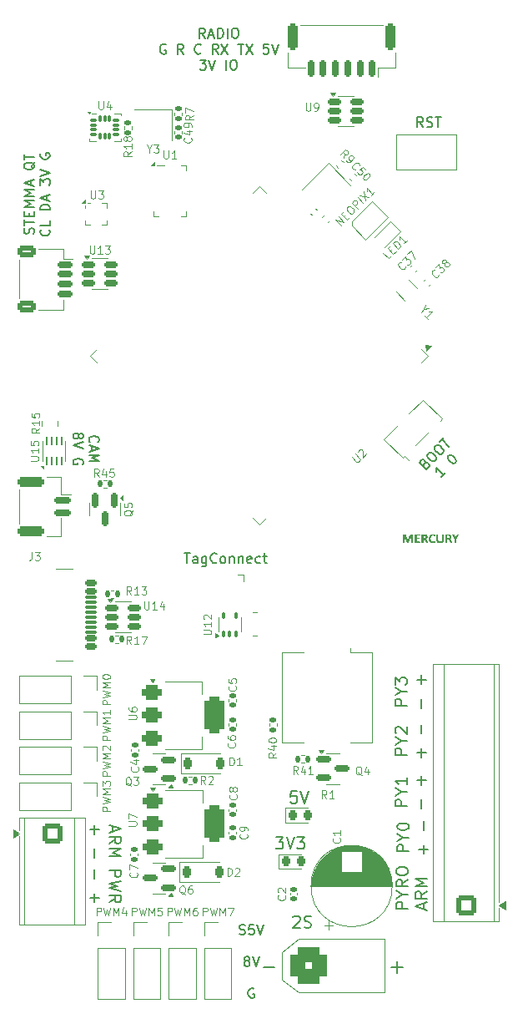
<source format=gbr>
%TF.GenerationSoftware,KiCad,Pcbnew,9.0.1*%
%TF.CreationDate,2025-05-10T22:35:42-04:00*%
%TF.ProjectId,CRVFCU,43525646-4355-42e6-9b69-6361645f7063,rev?*%
%TF.SameCoordinates,Original*%
%TF.FileFunction,Legend,Top*%
%TF.FilePolarity,Positive*%
%FSLAX46Y46*%
G04 Gerber Fmt 4.6, Leading zero omitted, Abs format (unit mm)*
G04 Created by KiCad (PCBNEW 9.0.1) date 2025-05-10 22:35:42*
%MOMM*%
%LPD*%
G01*
G04 APERTURE LIST*
G04 Aperture macros list*
%AMRoundRect*
0 Rectangle with rounded corners*
0 $1 Rounding radius*
0 $2 $3 $4 $5 $6 $7 $8 $9 X,Y pos of 4 corners*
0 Add a 4 corners polygon primitive as box body*
4,1,4,$2,$3,$4,$5,$6,$7,$8,$9,$2,$3,0*
0 Add four circle primitives for the rounded corners*
1,1,$1+$1,$2,$3*
1,1,$1+$1,$4,$5*
1,1,$1+$1,$6,$7*
1,1,$1+$1,$8,$9*
0 Add four rect primitives between the rounded corners*
20,1,$1+$1,$2,$3,$4,$5,0*
20,1,$1+$1,$4,$5,$6,$7,0*
20,1,$1+$1,$6,$7,$8,$9,0*
20,1,$1+$1,$8,$9,$2,$3,0*%
%AMRotRect*
0 Rectangle, with rotation*
0 The origin of the aperture is its center*
0 $1 length*
0 $2 width*
0 $3 Rotation angle, in degrees counterclockwise*
0 Add horizontal line*
21,1,$1,$2,0,0,$3*%
G04 Aperture macros list end*
%ADD10C,0.200000*%
%ADD11C,0.100000*%
%ADD12C,0.150000*%
%ADD13C,0.120000*%
%ADD14R,4.200000X2.000000*%
%ADD15RoundRect,0.218750X-0.218750X-0.256250X0.218750X-0.256250X0.218750X0.256250X-0.218750X0.256250X0*%
%ADD16R,1.600000X1.600000*%
%ADD17C,1.600000*%
%ADD18RoundRect,0.760000X-1.140000X-1.140000X1.140000X-1.140000X1.140000X1.140000X-1.140000X1.140000X0*%
%ADD19C,4.000000*%
%ADD20RoundRect,0.140000X0.170000X-0.140000X0.170000X0.140000X-0.170000X0.140000X-0.170000X-0.140000X0*%
%ADD21RoundRect,0.250001X0.799999X-0.799999X0.799999X0.799999X-0.799999X0.799999X-0.799999X-0.799999X0*%
%ADD22C,2.100000*%
%ADD23RoundRect,0.150000X0.587500X0.150000X-0.587500X0.150000X-0.587500X-0.150000X0.587500X-0.150000X0*%
%ADD24RoundRect,0.100000X0.100000X-0.225000X0.100000X0.225000X-0.100000X0.225000X-0.100000X-0.225000X0*%
%ADD25C,0.990600*%
%ADD26C,0.787400*%
%ADD27R,0.500000X0.400000*%
%ADD28R,0.500000X0.300000*%
%ADD29C,6.400000*%
%ADD30RotRect,1.000000X1.800000X315.000000*%
%ADD31RoundRect,0.150000X-0.512500X-0.150000X0.512500X-0.150000X0.512500X0.150000X-0.512500X0.150000X0*%
%ADD32RotRect,1.300000X1.100000X225.000000*%
%ADD33RoundRect,0.140000X-0.219203X-0.021213X-0.021213X-0.219203X0.219203X0.021213X0.021213X0.219203X0*%
%ADD34RoundRect,0.140000X0.021213X-0.219203X0.219203X-0.021213X-0.021213X0.219203X-0.219203X0.021213X0*%
%ADD35C,0.650000*%
%ADD36RoundRect,0.150000X-0.425000X0.150000X-0.425000X-0.150000X0.425000X-0.150000X0.425000X0.150000X0*%
%ADD37RoundRect,0.075000X-0.500000X0.075000X-0.500000X-0.075000X0.500000X-0.075000X0.500000X0.075000X0*%
%ADD38O,2.100000X1.000000*%
%ADD39O,1.800000X1.000000*%
%ADD40RoundRect,0.135000X-0.226274X-0.035355X-0.035355X-0.226274X0.226274X0.035355X0.035355X0.226274X0*%
%ADD41RoundRect,0.135000X0.035355X-0.226274X0.226274X-0.035355X-0.035355X0.226274X-0.226274X0.035355X0*%
%ADD42RoundRect,0.135000X0.135000X0.185000X-0.135000X0.185000X-0.135000X-0.185000X0.135000X-0.185000X0*%
%ADD43RoundRect,0.075000X0.424264X0.530330X-0.530330X-0.424264X-0.424264X-0.530330X0.530330X0.424264X0*%
%ADD44RoundRect,0.075000X-0.424264X0.530330X-0.530330X0.424264X0.424264X-0.530330X0.530330X-0.424264X0*%
%ADD45R,2.180000X1.600000*%
%ADD46RoundRect,0.250000X0.212132X-0.565685X0.565685X-0.212132X-0.212132X0.565685X-0.565685X0.212132X0*%
%ADD47RoundRect,0.375000X-0.625000X-0.375000X0.625000X-0.375000X0.625000X0.375000X-0.625000X0.375000X0*%
%ADD48RoundRect,0.500000X-0.500000X-1.400000X0.500000X-1.400000X0.500000X1.400000X-0.500000X1.400000X0*%
%ADD49RoundRect,0.140000X-0.170000X0.140000X-0.170000X-0.140000X0.170000X-0.140000X0.170000X0.140000X0*%
%ADD50RoundRect,0.225000X-0.225000X-0.375000X0.225000X-0.375000X0.225000X0.375000X-0.225000X0.375000X0*%
%ADD51RoundRect,0.135000X-0.135000X-0.185000X0.135000X-0.185000X0.135000X0.185000X-0.135000X0.185000X0*%
%ADD52RotRect,0.700000X0.700000X45.000000*%
%ADD53RoundRect,0.250001X-0.799999X0.799999X-0.799999X-0.799999X0.799999X-0.799999X0.799999X0.799999X0*%
%ADD54R,1.700000X1.700000*%
%ADD55C,1.700000*%
%ADD56R,1.300000X1.100000*%
%ADD57RoundRect,0.150000X-0.700000X0.150000X-0.700000X-0.150000X0.700000X-0.150000X0.700000X0.150000X0*%
%ADD58RoundRect,0.250000X-1.100000X0.250000X-1.100000X-0.250000X1.100000X-0.250000X1.100000X0.250000X0*%
%ADD59RoundRect,0.062500X0.062500X-0.325000X0.062500X0.325000X-0.062500X0.325000X-0.062500X-0.325000X0*%
%ADD60R,1.200000X0.800000*%
%ADD61RoundRect,0.087500X-0.225000X-0.087500X0.225000X-0.087500X0.225000X0.087500X-0.225000X0.087500X0*%
%ADD62RoundRect,0.087500X-0.087500X-0.225000X0.087500X-0.225000X0.087500X0.225000X-0.087500X0.225000X0*%
%ADD63R,0.375000X0.350000*%
%ADD64R,0.350000X0.375000*%
%ADD65R,0.950000X0.550000*%
%ADD66RoundRect,0.150000X-0.625000X0.150000X-0.625000X-0.150000X0.625000X-0.150000X0.625000X0.150000X0*%
%ADD67RoundRect,0.250000X-0.650000X0.350000X-0.650000X-0.350000X0.650000X-0.350000X0.650000X0.350000X0*%
%ADD68RoundRect,0.150000X0.150000X0.700000X-0.150000X0.700000X-0.150000X-0.700000X0.150000X-0.700000X0*%
%ADD69RoundRect,0.250000X0.250000X1.100000X-0.250000X1.100000X-0.250000X-1.100000X0.250000X-1.100000X0*%
%ADD70RoundRect,0.135000X-0.185000X0.135000X-0.185000X-0.135000X0.185000X-0.135000X0.185000X0.135000X0*%
%ADD71RoundRect,0.135000X0.185000X-0.135000X0.185000X0.135000X-0.185000X0.135000X-0.185000X-0.135000X0*%
%ADD72R,0.400000X0.500000*%
%ADD73RoundRect,0.150000X-0.150000X0.587500X-0.150000X-0.587500X0.150000X-0.587500X0.150000X0.587500X0*%
%ADD74RoundRect,0.150000X-0.587500X-0.150000X0.587500X-0.150000X0.587500X0.150000X-0.587500X0.150000X0*%
%ADD75RoundRect,0.218750X-0.026517X0.335876X-0.335876X0.026517X0.026517X-0.335876X0.335876X-0.026517X0*%
G04 APERTURE END LIST*
D10*
G36*
X80626448Y-73105270D02*
G01*
X80622662Y-73117543D01*
X80609045Y-73126397D01*
X80582728Y-73131831D01*
X80541085Y-73133907D01*
X80500052Y-73131831D01*
X80474101Y-73126397D01*
X80460484Y-73117543D01*
X80456393Y-73105270D01*
X80456393Y-72387501D01*
X80454989Y-72387501D01*
X80198839Y-73104537D01*
X80189924Y-73119253D01*
X80173194Y-73128473D01*
X80146205Y-73132869D01*
X80106577Y-73133907D01*
X80066948Y-73132198D01*
X80039959Y-73126763D01*
X80023229Y-73117543D01*
X80015047Y-73104537D01*
X79767812Y-72387501D01*
X79766407Y-72387501D01*
X79766407Y-73105270D01*
X79762622Y-73117543D01*
X79748639Y-73126397D01*
X79722322Y-73131831D01*
X79680983Y-73133907D01*
X79640012Y-73131831D01*
X79613695Y-73126397D01*
X79600017Y-73117543D01*
X79596292Y-73105270D01*
X79596292Y-72318442D01*
X79601261Y-72286733D01*
X79614733Y-72265258D01*
X79635728Y-72251628D01*
X79663948Y-72246817D01*
X79781428Y-72246817D01*
X79835406Y-72251946D01*
X79856763Y-72258927D01*
X79874363Y-72269043D01*
X79889252Y-72282658D01*
X79901718Y-72300429D01*
X79920830Y-72348483D01*
X80112072Y-72874583D01*
X80114820Y-72874583D01*
X80312901Y-72349827D01*
X80332318Y-72301406D01*
X80356926Y-72269349D01*
X80372116Y-72258925D01*
X80390081Y-72251946D01*
X80434473Y-72246817D01*
X80555434Y-72246817D01*
X80587185Y-72251580D01*
X80609045Y-72265563D01*
X80621990Y-72288094D01*
X80626448Y-72318442D01*
X80626448Y-73105270D01*
G37*
G36*
X81343422Y-73059658D02*
G01*
X81341713Y-73092814D01*
X81336584Y-73114307D01*
X81328035Y-73126275D01*
X81316800Y-73130000D01*
X80872766Y-73130000D01*
X80851722Y-73126582D01*
X80834787Y-73116688D01*
X80823706Y-73100325D01*
X80819460Y-73073335D01*
X80819460Y-72303482D01*
X80823706Y-72276492D01*
X80834787Y-72260129D01*
X80851722Y-72250235D01*
X80872766Y-72246817D01*
X81314052Y-72246817D01*
X81324982Y-72250237D01*
X81333164Y-72262205D01*
X81338293Y-72284064D01*
X81340003Y-72317831D01*
X81338293Y-72350315D01*
X81333164Y-72371809D01*
X81324982Y-72383777D01*
X81314052Y-72387501D01*
X80998490Y-72387501D01*
X80998490Y-72602435D01*
X81265570Y-72602435D01*
X81276805Y-72606221D01*
X81285354Y-72617761D01*
X81290483Y-72638888D01*
X81292192Y-72671189D01*
X81290483Y-72703857D01*
X81285354Y-72724617D01*
X81276805Y-72735853D01*
X81265570Y-72739211D01*
X80998490Y-72739211D01*
X80998490Y-72989316D01*
X81316800Y-72989316D01*
X81328035Y-72993101D01*
X81336584Y-73005008D01*
X81341713Y-73026563D01*
X81343422Y-73059658D01*
G37*
G36*
X81841861Y-72248222D02*
G01*
X81882894Y-72251580D01*
X81934375Y-72261999D01*
X81978820Y-72277409D01*
X82018758Y-72298904D01*
X82051238Y-72325403D01*
X82077367Y-72357539D01*
X82096667Y-72395439D01*
X82108294Y-72437744D01*
X82112421Y-72488190D01*
X82109491Y-72531193D01*
X82101125Y-72568790D01*
X82087119Y-72603453D01*
X82068030Y-72633759D01*
X82043824Y-72660211D01*
X82014052Y-72683340D01*
X81980227Y-72702140D01*
X81940963Y-72717351D01*
X81978148Y-72740676D01*
X82010938Y-72773893D01*
X82040003Y-72818407D01*
X82066625Y-72874949D01*
X82141058Y-73049644D01*
X82154736Y-73087684D01*
X82158155Y-73106491D01*
X82155408Y-73119192D01*
X82142463Y-73127740D01*
X82112360Y-73132503D01*
X82058443Y-73133907D01*
X82012648Y-73132503D01*
X81985659Y-73127374D01*
X81971676Y-73117787D01*
X81964837Y-73103682D01*
X81885580Y-72905235D01*
X81857554Y-72845518D01*
X81842781Y-72821042D01*
X81827206Y-72801920D01*
X81809133Y-72786507D01*
X81788616Y-72775481D01*
X81765668Y-72768906D01*
X81738058Y-72766566D01*
X81682065Y-72766566D01*
X81682065Y-73105087D01*
X81677608Y-73117421D01*
X81662953Y-73126397D01*
X81635598Y-73131831D01*
X81591878Y-73133907D01*
X81548464Y-73131831D01*
X81520804Y-73126397D01*
X81506454Y-73117543D01*
X81502363Y-73105270D01*
X81502363Y-72633698D01*
X81682065Y-72633698D01*
X81773595Y-72633698D01*
X81810512Y-72631263D01*
X81840518Y-72624539D01*
X81867335Y-72613176D01*
X81888328Y-72598649D01*
X81905119Y-72580275D01*
X81917027Y-72558777D01*
X81924138Y-72534637D01*
X81926613Y-72506936D01*
X81921407Y-72465847D01*
X81906769Y-72433358D01*
X81881764Y-72408530D01*
X81841922Y-72391104D01*
X81810842Y-72385669D01*
X81762665Y-72383593D01*
X81682065Y-72383593D01*
X81682065Y-72633698D01*
X81502363Y-72633698D01*
X81502363Y-72303482D01*
X81506609Y-72276492D01*
X81517690Y-72260129D01*
X81534625Y-72250235D01*
X81555669Y-72246817D01*
X81784525Y-72246817D01*
X81841861Y-72248222D01*
G37*
G36*
X82891434Y-72997864D02*
G01*
X82890396Y-73026624D01*
X82887281Y-73046896D01*
X82881847Y-73061428D01*
X82870917Y-73075350D01*
X82841913Y-73095561D01*
X82789340Y-73119253D01*
X82718265Y-73138060D01*
X82677436Y-73143673D01*
X82631864Y-73145631D01*
X82571797Y-73142353D01*
X82517383Y-73132881D01*
X82467916Y-73117604D01*
X82421295Y-73095622D01*
X82380040Y-73067749D01*
X82343597Y-73033768D01*
X82312756Y-72994475D01*
X82286520Y-72948356D01*
X82265012Y-72894488D01*
X82250325Y-72838161D01*
X82241004Y-72773728D01*
X82237718Y-72700071D01*
X82241291Y-72625166D01*
X82251507Y-72558637D01*
X82267759Y-72499487D01*
X82291113Y-72442883D01*
X82319159Y-72394128D01*
X82351779Y-72352330D01*
X82390132Y-72315853D01*
X82433116Y-72285843D01*
X82481228Y-72262021D01*
X82532412Y-72245114D01*
X82587663Y-72234743D01*
X82647618Y-72231186D01*
X82718632Y-72237475D01*
X82781830Y-72253900D01*
X82834098Y-72277226D01*
X82866521Y-72299940D01*
X82879160Y-72315511D01*
X82884595Y-72331325D01*
X82887709Y-72353979D01*
X82888747Y-72386219D01*
X82887342Y-72421268D01*
X82882580Y-72444593D01*
X82874398Y-72457660D01*
X82863468Y-72461751D01*
X82852989Y-72459240D01*
X82837517Y-72449661D01*
X82796851Y-72422672D01*
X82737438Y-72395683D01*
X82701041Y-72386830D01*
X82655129Y-72383593D01*
X82604613Y-72389145D01*
X82561156Y-72405148D01*
X82523142Y-72431043D01*
X82490753Y-72466636D01*
X82465722Y-72509772D01*
X82446728Y-72563356D01*
X82435650Y-72622098D01*
X82431707Y-72691156D01*
X82436015Y-72766275D01*
X82447766Y-72826161D01*
X82467882Y-72879500D01*
X82493501Y-72920134D01*
X82526459Y-72952445D01*
X82565247Y-72975150D01*
X82609089Y-72988546D01*
X82659891Y-72993224D01*
X82705898Y-72990263D01*
X82742506Y-72982172D01*
X82802285Y-72957747D01*
X82843257Y-72933628D01*
X82858802Y-72925041D01*
X82868230Y-72922882D01*
X82879160Y-72925629D01*
X82885938Y-72936437D01*
X82890029Y-72959030D01*
X82891434Y-72997864D01*
G37*
G36*
X83741948Y-72801065D02*
G01*
X83735705Y-72879560D01*
X83718012Y-72946390D01*
X83688220Y-73005988D01*
X83647670Y-73054895D01*
X83596563Y-73093456D01*
X83532876Y-73122428D01*
X83461562Y-73139518D01*
X83375828Y-73145631D01*
X83295019Y-73140183D01*
X83226168Y-73124809D01*
X83164284Y-73098207D01*
X83114122Y-73061734D01*
X83074114Y-73014743D01*
X83044146Y-72956282D01*
X83026316Y-72889888D01*
X83019905Y-72808576D01*
X83019905Y-72271547D01*
X83023996Y-72259335D01*
X83038651Y-72250420D01*
X83066372Y-72244986D01*
X83110092Y-72242909D01*
X83153140Y-72244986D01*
X83180495Y-72250420D01*
X83195150Y-72259274D01*
X83199607Y-72271547D01*
X83199607Y-72792028D01*
X83203063Y-72842545D01*
X83212552Y-72883009D01*
X83228713Y-72918754D01*
X83249799Y-72946695D01*
X83276324Y-72968695D01*
X83307868Y-72984553D01*
X83342979Y-72993874D01*
X83383339Y-72997131D01*
X83424275Y-72993759D01*
X83459176Y-72984187D01*
X83490259Y-72968141D01*
X83515840Y-72946390D01*
X83536176Y-72919070D01*
X83551744Y-72885085D01*
X83561076Y-72847116D01*
X83564384Y-72802287D01*
X83564384Y-72271547D01*
X83568475Y-72259274D01*
X83582824Y-72250420D01*
X83610484Y-72244986D01*
X83653838Y-72242909D01*
X83696519Y-72244986D01*
X83723508Y-72250420D01*
X83737857Y-72259335D01*
X83741948Y-72271547D01*
X83741948Y-72801065D01*
G37*
G36*
X84273543Y-72248222D02*
G01*
X84314576Y-72251580D01*
X84366057Y-72261999D01*
X84410502Y-72277409D01*
X84450440Y-72298904D01*
X84482920Y-72325403D01*
X84509049Y-72357539D01*
X84528349Y-72395439D01*
X84539976Y-72437744D01*
X84544103Y-72488190D01*
X84541173Y-72531193D01*
X84532807Y-72568790D01*
X84518801Y-72603453D01*
X84499712Y-72633759D01*
X84475506Y-72660211D01*
X84445734Y-72683340D01*
X84411908Y-72702140D01*
X84372644Y-72717351D01*
X84409830Y-72740676D01*
X84442620Y-72773893D01*
X84471685Y-72818407D01*
X84498307Y-72874949D01*
X84572740Y-73049644D01*
X84586418Y-73087684D01*
X84589837Y-73106491D01*
X84587090Y-73119192D01*
X84574145Y-73127740D01*
X84544042Y-73132503D01*
X84490125Y-73133907D01*
X84444330Y-73132503D01*
X84417341Y-73127374D01*
X84403358Y-73117787D01*
X84396519Y-73103682D01*
X84317262Y-72905235D01*
X84289235Y-72845518D01*
X84274463Y-72821042D01*
X84258888Y-72801920D01*
X84240814Y-72786507D01*
X84220298Y-72775481D01*
X84197350Y-72768906D01*
X84169740Y-72766566D01*
X84113747Y-72766566D01*
X84113747Y-73105087D01*
X84109289Y-73117421D01*
X84094635Y-73126397D01*
X84067280Y-73131831D01*
X84023560Y-73133907D01*
X83980146Y-73131831D01*
X83952486Y-73126397D01*
X83938136Y-73117543D01*
X83934045Y-73105270D01*
X83934045Y-72633698D01*
X84113747Y-72633698D01*
X84205277Y-72633698D01*
X84242194Y-72631263D01*
X84272199Y-72624539D01*
X84299017Y-72613176D01*
X84320010Y-72598649D01*
X84336800Y-72580275D01*
X84348709Y-72558777D01*
X84355820Y-72534637D01*
X84358295Y-72506936D01*
X84353089Y-72465847D01*
X84338450Y-72433358D01*
X84313446Y-72408530D01*
X84273604Y-72391104D01*
X84242524Y-72385669D01*
X84194347Y-72383593D01*
X84113747Y-72383593D01*
X84113747Y-72633698D01*
X83934045Y-72633698D01*
X83934045Y-72303482D01*
X83938291Y-72276492D01*
X83949371Y-72260129D01*
X83966307Y-72250235D01*
X83987351Y-72246817D01*
X84216207Y-72246817D01*
X84273543Y-72248222D01*
G37*
G36*
X85053410Y-72794837D02*
G01*
X85053410Y-73105270D01*
X85048953Y-73117543D01*
X85034298Y-73126397D01*
X85006577Y-73131831D01*
X84963224Y-73133907D01*
X84919504Y-73131831D01*
X84891782Y-73126397D01*
X84877128Y-73117543D01*
X84873037Y-73105270D01*
X84873037Y-72794837D01*
X84631236Y-72313862D01*
X84614445Y-72274661D01*
X84613702Y-72261875D01*
X84618536Y-72253473D01*
X84628415Y-72248112D01*
X84647601Y-72244619D01*
X84706341Y-72242909D01*
X84756533Y-72244314D01*
X84786270Y-72249443D01*
X84802329Y-72259335D01*
X84812220Y-72274966D01*
X84910589Y-72491915D01*
X84938921Y-72558105D01*
X84967315Y-72631072D01*
X84968658Y-72631072D01*
X84995341Y-72559448D01*
X85021964Y-72493258D01*
X85118989Y-72277714D01*
X85127538Y-72260312D01*
X85142864Y-72249748D01*
X85170891Y-72244314D01*
X85218030Y-72242909D01*
X85278480Y-72244619D01*
X85297935Y-72248121D01*
X85307850Y-72253473D01*
X85312623Y-72261906D01*
X85311575Y-72274966D01*
X85295211Y-72313862D01*
X85053410Y-72794837D01*
G37*
X63009524Y-112779824D02*
X63152381Y-112827443D01*
X63152381Y-112827443D02*
X63390476Y-112827443D01*
X63390476Y-112827443D02*
X63485714Y-112779824D01*
X63485714Y-112779824D02*
X63533333Y-112732204D01*
X63533333Y-112732204D02*
X63580952Y-112636966D01*
X63580952Y-112636966D02*
X63580952Y-112541728D01*
X63580952Y-112541728D02*
X63533333Y-112446490D01*
X63533333Y-112446490D02*
X63485714Y-112398871D01*
X63485714Y-112398871D02*
X63390476Y-112351252D01*
X63390476Y-112351252D02*
X63200000Y-112303633D01*
X63200000Y-112303633D02*
X63104762Y-112256014D01*
X63104762Y-112256014D02*
X63057143Y-112208395D01*
X63057143Y-112208395D02*
X63009524Y-112113157D01*
X63009524Y-112113157D02*
X63009524Y-112017919D01*
X63009524Y-112017919D02*
X63057143Y-111922681D01*
X63057143Y-111922681D02*
X63104762Y-111875062D01*
X63104762Y-111875062D02*
X63200000Y-111827443D01*
X63200000Y-111827443D02*
X63438095Y-111827443D01*
X63438095Y-111827443D02*
X63580952Y-111875062D01*
X64485714Y-111827443D02*
X64009524Y-111827443D01*
X64009524Y-111827443D02*
X63961905Y-112303633D01*
X63961905Y-112303633D02*
X64009524Y-112256014D01*
X64009524Y-112256014D02*
X64104762Y-112208395D01*
X64104762Y-112208395D02*
X64342857Y-112208395D01*
X64342857Y-112208395D02*
X64438095Y-112256014D01*
X64438095Y-112256014D02*
X64485714Y-112303633D01*
X64485714Y-112303633D02*
X64533333Y-112398871D01*
X64533333Y-112398871D02*
X64533333Y-112636966D01*
X64533333Y-112636966D02*
X64485714Y-112732204D01*
X64485714Y-112732204D02*
X64438095Y-112779824D01*
X64438095Y-112779824D02*
X64342857Y-112827443D01*
X64342857Y-112827443D02*
X64104762Y-112827443D01*
X64104762Y-112827443D02*
X64009524Y-112779824D01*
X64009524Y-112779824D02*
X63961905Y-112732204D01*
X64819048Y-111827443D02*
X65152381Y-112827443D01*
X65152381Y-112827443D02*
X65485714Y-111827443D01*
X63676190Y-115475902D02*
X63580952Y-115428283D01*
X63580952Y-115428283D02*
X63533333Y-115380664D01*
X63533333Y-115380664D02*
X63485714Y-115285426D01*
X63485714Y-115285426D02*
X63485714Y-115237807D01*
X63485714Y-115237807D02*
X63533333Y-115142569D01*
X63533333Y-115142569D02*
X63580952Y-115094950D01*
X63580952Y-115094950D02*
X63676190Y-115047331D01*
X63676190Y-115047331D02*
X63866666Y-115047331D01*
X63866666Y-115047331D02*
X63961904Y-115094950D01*
X63961904Y-115094950D02*
X64009523Y-115142569D01*
X64009523Y-115142569D02*
X64057142Y-115237807D01*
X64057142Y-115237807D02*
X64057142Y-115285426D01*
X64057142Y-115285426D02*
X64009523Y-115380664D01*
X64009523Y-115380664D02*
X63961904Y-115428283D01*
X63961904Y-115428283D02*
X63866666Y-115475902D01*
X63866666Y-115475902D02*
X63676190Y-115475902D01*
X63676190Y-115475902D02*
X63580952Y-115523521D01*
X63580952Y-115523521D02*
X63533333Y-115571140D01*
X63533333Y-115571140D02*
X63485714Y-115666378D01*
X63485714Y-115666378D02*
X63485714Y-115856854D01*
X63485714Y-115856854D02*
X63533333Y-115952092D01*
X63533333Y-115952092D02*
X63580952Y-115999712D01*
X63580952Y-115999712D02*
X63676190Y-116047331D01*
X63676190Y-116047331D02*
X63866666Y-116047331D01*
X63866666Y-116047331D02*
X63961904Y-115999712D01*
X63961904Y-115999712D02*
X64009523Y-115952092D01*
X64009523Y-115952092D02*
X64057142Y-115856854D01*
X64057142Y-115856854D02*
X64057142Y-115666378D01*
X64057142Y-115666378D02*
X64009523Y-115571140D01*
X64009523Y-115571140D02*
X63961904Y-115523521D01*
X63961904Y-115523521D02*
X63866666Y-115475902D01*
X64342857Y-115047331D02*
X64676190Y-116047331D01*
X64676190Y-116047331D02*
X65009523Y-115047331D01*
X64461904Y-118314838D02*
X64366666Y-118267219D01*
X64366666Y-118267219D02*
X64223809Y-118267219D01*
X64223809Y-118267219D02*
X64080952Y-118314838D01*
X64080952Y-118314838D02*
X63985714Y-118410076D01*
X63985714Y-118410076D02*
X63938095Y-118505314D01*
X63938095Y-118505314D02*
X63890476Y-118695790D01*
X63890476Y-118695790D02*
X63890476Y-118838647D01*
X63890476Y-118838647D02*
X63938095Y-119029123D01*
X63938095Y-119029123D02*
X63985714Y-119124361D01*
X63985714Y-119124361D02*
X64080952Y-119219600D01*
X64080952Y-119219600D02*
X64223809Y-119267219D01*
X64223809Y-119267219D02*
X64319047Y-119267219D01*
X64319047Y-119267219D02*
X64461904Y-119219600D01*
X64461904Y-119219600D02*
X64509523Y-119171980D01*
X64509523Y-119171980D02*
X64509523Y-118838647D01*
X64509523Y-118838647D02*
X64319047Y-118838647D01*
X81837673Y-65056963D02*
X81972360Y-64989619D01*
X81972360Y-64989619D02*
X82039704Y-64989619D01*
X82039704Y-64989619D02*
X82140719Y-65023291D01*
X82140719Y-65023291D02*
X82241734Y-65124306D01*
X82241734Y-65124306D02*
X82275406Y-65225321D01*
X82275406Y-65225321D02*
X82275406Y-65292665D01*
X82275406Y-65292665D02*
X82241734Y-65393680D01*
X82241734Y-65393680D02*
X81972360Y-65663054D01*
X81972360Y-65663054D02*
X81265254Y-64955947D01*
X81265254Y-64955947D02*
X81500956Y-64720245D01*
X81500956Y-64720245D02*
X81601971Y-64686573D01*
X81601971Y-64686573D02*
X81669315Y-64686573D01*
X81669315Y-64686573D02*
X81770330Y-64720245D01*
X81770330Y-64720245D02*
X81837673Y-64787589D01*
X81837673Y-64787589D02*
X81871345Y-64888604D01*
X81871345Y-64888604D02*
X81871345Y-64955947D01*
X81871345Y-64955947D02*
X81837673Y-65056963D01*
X81837673Y-65056963D02*
X81601971Y-65292665D01*
X82107047Y-64114153D02*
X82241734Y-63979466D01*
X82241734Y-63979466D02*
X82342750Y-63945795D01*
X82342750Y-63945795D02*
X82477437Y-63945795D01*
X82477437Y-63945795D02*
X82645795Y-64046810D01*
X82645795Y-64046810D02*
X82881498Y-64282512D01*
X82881498Y-64282512D02*
X82982513Y-64450871D01*
X82982513Y-64450871D02*
X82982513Y-64585558D01*
X82982513Y-64585558D02*
X82948841Y-64686573D01*
X82948841Y-64686573D02*
X82814154Y-64821260D01*
X82814154Y-64821260D02*
X82713139Y-64854932D01*
X82713139Y-64854932D02*
X82578452Y-64854932D01*
X82578452Y-64854932D02*
X82410093Y-64753917D01*
X82410093Y-64753917D02*
X82174391Y-64518215D01*
X82174391Y-64518215D02*
X82073376Y-64349856D01*
X82073376Y-64349856D02*
X82073376Y-64215169D01*
X82073376Y-64215169D02*
X82107047Y-64114153D01*
X82847826Y-63373375D02*
X82982513Y-63238688D01*
X82982513Y-63238688D02*
X83083528Y-63205016D01*
X83083528Y-63205016D02*
X83218215Y-63205016D01*
X83218215Y-63205016D02*
X83386574Y-63306031D01*
X83386574Y-63306031D02*
X83622276Y-63541734D01*
X83622276Y-63541734D02*
X83723291Y-63710093D01*
X83723291Y-63710093D02*
X83723291Y-63844780D01*
X83723291Y-63844780D02*
X83689620Y-63945795D01*
X83689620Y-63945795D02*
X83554933Y-64080482D01*
X83554933Y-64080482D02*
X83453917Y-64114154D01*
X83453917Y-64114154D02*
X83319230Y-64114154D01*
X83319230Y-64114154D02*
X83150872Y-64013138D01*
X83150872Y-64013138D02*
X82915169Y-63777436D01*
X82915169Y-63777436D02*
X82814154Y-63609077D01*
X82814154Y-63609077D02*
X82814154Y-63474390D01*
X82814154Y-63474390D02*
X82847826Y-63373375D01*
X83352902Y-62868299D02*
X83756963Y-62464238D01*
X84262039Y-63373375D02*
X83554933Y-62666268D01*
X83902048Y-66010170D02*
X83497987Y-66414231D01*
X83700018Y-66212200D02*
X82992911Y-65505094D01*
X82992911Y-65505094D02*
X83026583Y-65673452D01*
X83026583Y-65673452D02*
X83026583Y-65808139D01*
X83026583Y-65808139D02*
X82992911Y-65909155D01*
X84171423Y-64326582D02*
X84238766Y-64259239D01*
X84238766Y-64259239D02*
X84339781Y-64225567D01*
X84339781Y-64225567D02*
X84407125Y-64225567D01*
X84407125Y-64225567D02*
X84508140Y-64259239D01*
X84508140Y-64259239D02*
X84676499Y-64360254D01*
X84676499Y-64360254D02*
X84844858Y-64528613D01*
X84844858Y-64528613D02*
X84945873Y-64696971D01*
X84945873Y-64696971D02*
X84979545Y-64797987D01*
X84979545Y-64797987D02*
X84979545Y-64865330D01*
X84979545Y-64865330D02*
X84945873Y-64966345D01*
X84945873Y-64966345D02*
X84878529Y-65033689D01*
X84878529Y-65033689D02*
X84777514Y-65067361D01*
X84777514Y-65067361D02*
X84710171Y-65067361D01*
X84710171Y-65067361D02*
X84609155Y-65033689D01*
X84609155Y-65033689D02*
X84440797Y-64932674D01*
X84440797Y-64932674D02*
X84272438Y-64764315D01*
X84272438Y-64764315D02*
X84171423Y-64595956D01*
X84171423Y-64595956D02*
X84137751Y-64494941D01*
X84137751Y-64494941D02*
X84137751Y-64427597D01*
X84137751Y-64427597D02*
X84171423Y-64326582D01*
X81652380Y-30967219D02*
X81319047Y-30491028D01*
X81080952Y-30967219D02*
X81080952Y-29967219D01*
X81080952Y-29967219D02*
X81461904Y-29967219D01*
X81461904Y-29967219D02*
X81557142Y-30014838D01*
X81557142Y-30014838D02*
X81604761Y-30062457D01*
X81604761Y-30062457D02*
X81652380Y-30157695D01*
X81652380Y-30157695D02*
X81652380Y-30300552D01*
X81652380Y-30300552D02*
X81604761Y-30395790D01*
X81604761Y-30395790D02*
X81557142Y-30443409D01*
X81557142Y-30443409D02*
X81461904Y-30491028D01*
X81461904Y-30491028D02*
X81080952Y-30491028D01*
X82033333Y-30919600D02*
X82176190Y-30967219D01*
X82176190Y-30967219D02*
X82414285Y-30967219D01*
X82414285Y-30967219D02*
X82509523Y-30919600D01*
X82509523Y-30919600D02*
X82557142Y-30871980D01*
X82557142Y-30871980D02*
X82604761Y-30776742D01*
X82604761Y-30776742D02*
X82604761Y-30681504D01*
X82604761Y-30681504D02*
X82557142Y-30586266D01*
X82557142Y-30586266D02*
X82509523Y-30538647D01*
X82509523Y-30538647D02*
X82414285Y-30491028D01*
X82414285Y-30491028D02*
X82223809Y-30443409D01*
X82223809Y-30443409D02*
X82128571Y-30395790D01*
X82128571Y-30395790D02*
X82080952Y-30348171D01*
X82080952Y-30348171D02*
X82033333Y-30252933D01*
X82033333Y-30252933D02*
X82033333Y-30157695D01*
X82033333Y-30157695D02*
X82080952Y-30062457D01*
X82080952Y-30062457D02*
X82128571Y-30014838D01*
X82128571Y-30014838D02*
X82223809Y-29967219D01*
X82223809Y-29967219D02*
X82461904Y-29967219D01*
X82461904Y-29967219D02*
X82604761Y-30014838D01*
X82890476Y-29967219D02*
X83461904Y-29967219D01*
X83176190Y-30967219D02*
X83176190Y-29967219D01*
X42109656Y-41776190D02*
X42157275Y-41633333D01*
X42157275Y-41633333D02*
X42157275Y-41395238D01*
X42157275Y-41395238D02*
X42109656Y-41300000D01*
X42109656Y-41300000D02*
X42062036Y-41252381D01*
X42062036Y-41252381D02*
X41966798Y-41204762D01*
X41966798Y-41204762D02*
X41871560Y-41204762D01*
X41871560Y-41204762D02*
X41776322Y-41252381D01*
X41776322Y-41252381D02*
X41728703Y-41300000D01*
X41728703Y-41300000D02*
X41681084Y-41395238D01*
X41681084Y-41395238D02*
X41633465Y-41585714D01*
X41633465Y-41585714D02*
X41585846Y-41680952D01*
X41585846Y-41680952D02*
X41538227Y-41728571D01*
X41538227Y-41728571D02*
X41442989Y-41776190D01*
X41442989Y-41776190D02*
X41347751Y-41776190D01*
X41347751Y-41776190D02*
X41252513Y-41728571D01*
X41252513Y-41728571D02*
X41204894Y-41680952D01*
X41204894Y-41680952D02*
X41157275Y-41585714D01*
X41157275Y-41585714D02*
X41157275Y-41347619D01*
X41157275Y-41347619D02*
X41204894Y-41204762D01*
X41157275Y-40919047D02*
X41157275Y-40347619D01*
X42157275Y-40633333D02*
X41157275Y-40633333D01*
X41633465Y-40014285D02*
X41633465Y-39680952D01*
X42157275Y-39538095D02*
X42157275Y-40014285D01*
X42157275Y-40014285D02*
X41157275Y-40014285D01*
X41157275Y-40014285D02*
X41157275Y-39538095D01*
X42157275Y-39109523D02*
X41157275Y-39109523D01*
X41157275Y-39109523D02*
X41871560Y-38776190D01*
X41871560Y-38776190D02*
X41157275Y-38442857D01*
X41157275Y-38442857D02*
X42157275Y-38442857D01*
X42157275Y-37966666D02*
X41157275Y-37966666D01*
X41157275Y-37966666D02*
X41871560Y-37633333D01*
X41871560Y-37633333D02*
X41157275Y-37300000D01*
X41157275Y-37300000D02*
X42157275Y-37300000D01*
X41871560Y-36871428D02*
X41871560Y-36395238D01*
X42157275Y-36966666D02*
X41157275Y-36633333D01*
X41157275Y-36633333D02*
X42157275Y-36300000D01*
X42252513Y-34538095D02*
X42204894Y-34633333D01*
X42204894Y-34633333D02*
X42109656Y-34728571D01*
X42109656Y-34728571D02*
X41966798Y-34871428D01*
X41966798Y-34871428D02*
X41919179Y-34966666D01*
X41919179Y-34966666D02*
X41919179Y-35061904D01*
X42157275Y-35014285D02*
X42109656Y-35109523D01*
X42109656Y-35109523D02*
X42014417Y-35204761D01*
X42014417Y-35204761D02*
X41823941Y-35252380D01*
X41823941Y-35252380D02*
X41490608Y-35252380D01*
X41490608Y-35252380D02*
X41300132Y-35204761D01*
X41300132Y-35204761D02*
X41204894Y-35109523D01*
X41204894Y-35109523D02*
X41157275Y-35014285D01*
X41157275Y-35014285D02*
X41157275Y-34823809D01*
X41157275Y-34823809D02*
X41204894Y-34728571D01*
X41204894Y-34728571D02*
X41300132Y-34633333D01*
X41300132Y-34633333D02*
X41490608Y-34585714D01*
X41490608Y-34585714D02*
X41823941Y-34585714D01*
X41823941Y-34585714D02*
X42014417Y-34633333D01*
X42014417Y-34633333D02*
X42109656Y-34728571D01*
X42109656Y-34728571D02*
X42157275Y-34823809D01*
X42157275Y-34823809D02*
X42157275Y-35014285D01*
X41157275Y-34299999D02*
X41157275Y-33728571D01*
X42157275Y-34014285D02*
X41157275Y-34014285D01*
X43671980Y-41371429D02*
X43719600Y-41419048D01*
X43719600Y-41419048D02*
X43767219Y-41561905D01*
X43767219Y-41561905D02*
X43767219Y-41657143D01*
X43767219Y-41657143D02*
X43719600Y-41800000D01*
X43719600Y-41800000D02*
X43624361Y-41895238D01*
X43624361Y-41895238D02*
X43529123Y-41942857D01*
X43529123Y-41942857D02*
X43338647Y-41990476D01*
X43338647Y-41990476D02*
X43195790Y-41990476D01*
X43195790Y-41990476D02*
X43005314Y-41942857D01*
X43005314Y-41942857D02*
X42910076Y-41895238D01*
X42910076Y-41895238D02*
X42814838Y-41800000D01*
X42814838Y-41800000D02*
X42767219Y-41657143D01*
X42767219Y-41657143D02*
X42767219Y-41561905D01*
X42767219Y-41561905D02*
X42814838Y-41419048D01*
X42814838Y-41419048D02*
X42862457Y-41371429D01*
X43767219Y-40466667D02*
X43767219Y-40942857D01*
X43767219Y-40942857D02*
X42767219Y-40942857D01*
X43767219Y-39371428D02*
X42767219Y-39371428D01*
X42767219Y-39371428D02*
X42767219Y-39133333D01*
X42767219Y-39133333D02*
X42814838Y-38990476D01*
X42814838Y-38990476D02*
X42910076Y-38895238D01*
X42910076Y-38895238D02*
X43005314Y-38847619D01*
X43005314Y-38847619D02*
X43195790Y-38800000D01*
X43195790Y-38800000D02*
X43338647Y-38800000D01*
X43338647Y-38800000D02*
X43529123Y-38847619D01*
X43529123Y-38847619D02*
X43624361Y-38895238D01*
X43624361Y-38895238D02*
X43719600Y-38990476D01*
X43719600Y-38990476D02*
X43767219Y-39133333D01*
X43767219Y-39133333D02*
X43767219Y-39371428D01*
X43481504Y-38419047D02*
X43481504Y-37942857D01*
X43767219Y-38514285D02*
X42767219Y-38180952D01*
X42767219Y-38180952D02*
X43767219Y-37847619D01*
X42767219Y-36847618D02*
X42767219Y-36228571D01*
X42767219Y-36228571D02*
X43148171Y-36561904D01*
X43148171Y-36561904D02*
X43148171Y-36419047D01*
X43148171Y-36419047D02*
X43195790Y-36323809D01*
X43195790Y-36323809D02*
X43243409Y-36276190D01*
X43243409Y-36276190D02*
X43338647Y-36228571D01*
X43338647Y-36228571D02*
X43576742Y-36228571D01*
X43576742Y-36228571D02*
X43671980Y-36276190D01*
X43671980Y-36276190D02*
X43719600Y-36323809D01*
X43719600Y-36323809D02*
X43767219Y-36419047D01*
X43767219Y-36419047D02*
X43767219Y-36704761D01*
X43767219Y-36704761D02*
X43719600Y-36799999D01*
X43719600Y-36799999D02*
X43671980Y-36847618D01*
X42767219Y-35942856D02*
X43767219Y-35609523D01*
X43767219Y-35609523D02*
X42767219Y-35276190D01*
X42814838Y-33657142D02*
X42767219Y-33752380D01*
X42767219Y-33752380D02*
X42767219Y-33895237D01*
X42767219Y-33895237D02*
X42814838Y-34038094D01*
X42814838Y-34038094D02*
X42910076Y-34133332D01*
X42910076Y-34133332D02*
X43005314Y-34180951D01*
X43005314Y-34180951D02*
X43195790Y-34228570D01*
X43195790Y-34228570D02*
X43338647Y-34228570D01*
X43338647Y-34228570D02*
X43529123Y-34180951D01*
X43529123Y-34180951D02*
X43624361Y-34133332D01*
X43624361Y-34133332D02*
X43719600Y-34038094D01*
X43719600Y-34038094D02*
X43767219Y-33895237D01*
X43767219Y-33895237D02*
X43767219Y-33799999D01*
X43767219Y-33799999D02*
X43719600Y-33657142D01*
X43719600Y-33657142D02*
X43671980Y-33609523D01*
X43671980Y-33609523D02*
X43338647Y-33609523D01*
X43338647Y-33609523D02*
X43338647Y-33799999D01*
X59519047Y-21947331D02*
X59185714Y-21471140D01*
X58947619Y-21947331D02*
X58947619Y-20947331D01*
X58947619Y-20947331D02*
X59328571Y-20947331D01*
X59328571Y-20947331D02*
X59423809Y-20994950D01*
X59423809Y-20994950D02*
X59471428Y-21042569D01*
X59471428Y-21042569D02*
X59519047Y-21137807D01*
X59519047Y-21137807D02*
X59519047Y-21280664D01*
X59519047Y-21280664D02*
X59471428Y-21375902D01*
X59471428Y-21375902D02*
X59423809Y-21423521D01*
X59423809Y-21423521D02*
X59328571Y-21471140D01*
X59328571Y-21471140D02*
X58947619Y-21471140D01*
X59900000Y-21661616D02*
X60376190Y-21661616D01*
X59804762Y-21947331D02*
X60138095Y-20947331D01*
X60138095Y-20947331D02*
X60471428Y-21947331D01*
X60804762Y-21947331D02*
X60804762Y-20947331D01*
X60804762Y-20947331D02*
X61042857Y-20947331D01*
X61042857Y-20947331D02*
X61185714Y-20994950D01*
X61185714Y-20994950D02*
X61280952Y-21090188D01*
X61280952Y-21090188D02*
X61328571Y-21185426D01*
X61328571Y-21185426D02*
X61376190Y-21375902D01*
X61376190Y-21375902D02*
X61376190Y-21518759D01*
X61376190Y-21518759D02*
X61328571Y-21709235D01*
X61328571Y-21709235D02*
X61280952Y-21804473D01*
X61280952Y-21804473D02*
X61185714Y-21899712D01*
X61185714Y-21899712D02*
X61042857Y-21947331D01*
X61042857Y-21947331D02*
X60804762Y-21947331D01*
X61804762Y-21947331D02*
X61804762Y-20947331D01*
X62471428Y-20947331D02*
X62661904Y-20947331D01*
X62661904Y-20947331D02*
X62757142Y-20994950D01*
X62757142Y-20994950D02*
X62852380Y-21090188D01*
X62852380Y-21090188D02*
X62899999Y-21280664D01*
X62899999Y-21280664D02*
X62899999Y-21613997D01*
X62899999Y-21613997D02*
X62852380Y-21804473D01*
X62852380Y-21804473D02*
X62757142Y-21899712D01*
X62757142Y-21899712D02*
X62661904Y-21947331D01*
X62661904Y-21947331D02*
X62471428Y-21947331D01*
X62471428Y-21947331D02*
X62376190Y-21899712D01*
X62376190Y-21899712D02*
X62280952Y-21804473D01*
X62280952Y-21804473D02*
X62233333Y-21613997D01*
X62233333Y-21613997D02*
X62233333Y-21280664D01*
X62233333Y-21280664D02*
X62280952Y-21090188D01*
X62280952Y-21090188D02*
X62376190Y-20994950D01*
X62376190Y-20994950D02*
X62471428Y-20947331D01*
X55519046Y-22604894D02*
X55423808Y-22557275D01*
X55423808Y-22557275D02*
X55280951Y-22557275D01*
X55280951Y-22557275D02*
X55138094Y-22604894D01*
X55138094Y-22604894D02*
X55042856Y-22700132D01*
X55042856Y-22700132D02*
X54995237Y-22795370D01*
X54995237Y-22795370D02*
X54947618Y-22985846D01*
X54947618Y-22985846D02*
X54947618Y-23128703D01*
X54947618Y-23128703D02*
X54995237Y-23319179D01*
X54995237Y-23319179D02*
X55042856Y-23414417D01*
X55042856Y-23414417D02*
X55138094Y-23509656D01*
X55138094Y-23509656D02*
X55280951Y-23557275D01*
X55280951Y-23557275D02*
X55376189Y-23557275D01*
X55376189Y-23557275D02*
X55519046Y-23509656D01*
X55519046Y-23509656D02*
X55566665Y-23462036D01*
X55566665Y-23462036D02*
X55566665Y-23128703D01*
X55566665Y-23128703D02*
X55376189Y-23128703D01*
X57328570Y-23557275D02*
X56995237Y-23081084D01*
X56757142Y-23557275D02*
X56757142Y-22557275D01*
X56757142Y-22557275D02*
X57138094Y-22557275D01*
X57138094Y-22557275D02*
X57233332Y-22604894D01*
X57233332Y-22604894D02*
X57280951Y-22652513D01*
X57280951Y-22652513D02*
X57328570Y-22747751D01*
X57328570Y-22747751D02*
X57328570Y-22890608D01*
X57328570Y-22890608D02*
X57280951Y-22985846D01*
X57280951Y-22985846D02*
X57233332Y-23033465D01*
X57233332Y-23033465D02*
X57138094Y-23081084D01*
X57138094Y-23081084D02*
X56757142Y-23081084D01*
X59090475Y-23462036D02*
X59042856Y-23509656D01*
X59042856Y-23509656D02*
X58899999Y-23557275D01*
X58899999Y-23557275D02*
X58804761Y-23557275D01*
X58804761Y-23557275D02*
X58661904Y-23509656D01*
X58661904Y-23509656D02*
X58566666Y-23414417D01*
X58566666Y-23414417D02*
X58519047Y-23319179D01*
X58519047Y-23319179D02*
X58471428Y-23128703D01*
X58471428Y-23128703D02*
X58471428Y-22985846D01*
X58471428Y-22985846D02*
X58519047Y-22795370D01*
X58519047Y-22795370D02*
X58566666Y-22700132D01*
X58566666Y-22700132D02*
X58661904Y-22604894D01*
X58661904Y-22604894D02*
X58804761Y-22557275D01*
X58804761Y-22557275D02*
X58899999Y-22557275D01*
X58899999Y-22557275D02*
X59042856Y-22604894D01*
X59042856Y-22604894D02*
X59090475Y-22652513D01*
X60852380Y-23557275D02*
X60519047Y-23081084D01*
X60280952Y-23557275D02*
X60280952Y-22557275D01*
X60280952Y-22557275D02*
X60661904Y-22557275D01*
X60661904Y-22557275D02*
X60757142Y-22604894D01*
X60757142Y-22604894D02*
X60804761Y-22652513D01*
X60804761Y-22652513D02*
X60852380Y-22747751D01*
X60852380Y-22747751D02*
X60852380Y-22890608D01*
X60852380Y-22890608D02*
X60804761Y-22985846D01*
X60804761Y-22985846D02*
X60757142Y-23033465D01*
X60757142Y-23033465D02*
X60661904Y-23081084D01*
X60661904Y-23081084D02*
X60280952Y-23081084D01*
X61185714Y-22557275D02*
X61852380Y-23557275D01*
X61852380Y-22557275D02*
X61185714Y-23557275D01*
X62852381Y-22557275D02*
X63423809Y-22557275D01*
X63138095Y-23557275D02*
X63138095Y-22557275D01*
X63661905Y-22557275D02*
X64328571Y-23557275D01*
X64328571Y-22557275D02*
X63661905Y-23557275D01*
X65947619Y-22557275D02*
X65471429Y-22557275D01*
X65471429Y-22557275D02*
X65423810Y-23033465D01*
X65423810Y-23033465D02*
X65471429Y-22985846D01*
X65471429Y-22985846D02*
X65566667Y-22938227D01*
X65566667Y-22938227D02*
X65804762Y-22938227D01*
X65804762Y-22938227D02*
X65900000Y-22985846D01*
X65900000Y-22985846D02*
X65947619Y-23033465D01*
X65947619Y-23033465D02*
X65995238Y-23128703D01*
X65995238Y-23128703D02*
X65995238Y-23366798D01*
X65995238Y-23366798D02*
X65947619Y-23462036D01*
X65947619Y-23462036D02*
X65900000Y-23509656D01*
X65900000Y-23509656D02*
X65804762Y-23557275D01*
X65804762Y-23557275D02*
X65566667Y-23557275D01*
X65566667Y-23557275D02*
X65471429Y-23509656D01*
X65471429Y-23509656D02*
X65423810Y-23462036D01*
X66280953Y-22557275D02*
X66614286Y-23557275D01*
X66614286Y-23557275D02*
X66947619Y-22557275D01*
X58995238Y-24167219D02*
X59614285Y-24167219D01*
X59614285Y-24167219D02*
X59280952Y-24548171D01*
X59280952Y-24548171D02*
X59423809Y-24548171D01*
X59423809Y-24548171D02*
X59519047Y-24595790D01*
X59519047Y-24595790D02*
X59566666Y-24643409D01*
X59566666Y-24643409D02*
X59614285Y-24738647D01*
X59614285Y-24738647D02*
X59614285Y-24976742D01*
X59614285Y-24976742D02*
X59566666Y-25071980D01*
X59566666Y-25071980D02*
X59519047Y-25119600D01*
X59519047Y-25119600D02*
X59423809Y-25167219D01*
X59423809Y-25167219D02*
X59138095Y-25167219D01*
X59138095Y-25167219D02*
X59042857Y-25119600D01*
X59042857Y-25119600D02*
X58995238Y-25071980D01*
X59900000Y-24167219D02*
X60233333Y-25167219D01*
X60233333Y-25167219D02*
X60566666Y-24167219D01*
X61661905Y-25167219D02*
X61661905Y-24167219D01*
X62328571Y-24167219D02*
X62519047Y-24167219D01*
X62519047Y-24167219D02*
X62614285Y-24214838D01*
X62614285Y-24214838D02*
X62709523Y-24310076D01*
X62709523Y-24310076D02*
X62757142Y-24500552D01*
X62757142Y-24500552D02*
X62757142Y-24833885D01*
X62757142Y-24833885D02*
X62709523Y-25024361D01*
X62709523Y-25024361D02*
X62614285Y-25119600D01*
X62614285Y-25119600D02*
X62519047Y-25167219D01*
X62519047Y-25167219D02*
X62328571Y-25167219D01*
X62328571Y-25167219D02*
X62233333Y-25119600D01*
X62233333Y-25119600D02*
X62138095Y-25024361D01*
X62138095Y-25024361D02*
X62090476Y-24833885D01*
X62090476Y-24833885D02*
X62090476Y-24500552D01*
X62090476Y-24500552D02*
X62138095Y-24310076D01*
X62138095Y-24310076D02*
X62233333Y-24214838D01*
X62233333Y-24214838D02*
X62328571Y-24167219D01*
X47837963Y-62909523D02*
X47790344Y-62861904D01*
X47790344Y-62861904D02*
X47742724Y-62719047D01*
X47742724Y-62719047D02*
X47742724Y-62623809D01*
X47742724Y-62623809D02*
X47790344Y-62480952D01*
X47790344Y-62480952D02*
X47885582Y-62385714D01*
X47885582Y-62385714D02*
X47980820Y-62338095D01*
X47980820Y-62338095D02*
X48171296Y-62290476D01*
X48171296Y-62290476D02*
X48314153Y-62290476D01*
X48314153Y-62290476D02*
X48504629Y-62338095D01*
X48504629Y-62338095D02*
X48599867Y-62385714D01*
X48599867Y-62385714D02*
X48695105Y-62480952D01*
X48695105Y-62480952D02*
X48742724Y-62623809D01*
X48742724Y-62623809D02*
X48742724Y-62719047D01*
X48742724Y-62719047D02*
X48695105Y-62861904D01*
X48695105Y-62861904D02*
X48647486Y-62909523D01*
X48028439Y-63290476D02*
X48028439Y-63766666D01*
X47742724Y-63195238D02*
X48742724Y-63528571D01*
X48742724Y-63528571D02*
X47742724Y-63861904D01*
X47742724Y-64195238D02*
X48742724Y-64195238D01*
X48742724Y-64195238D02*
X48028439Y-64528571D01*
X48028439Y-64528571D02*
X48742724Y-64861904D01*
X48742724Y-64861904D02*
X47742724Y-64861904D01*
X46704209Y-62195238D02*
X46751828Y-62100000D01*
X46751828Y-62100000D02*
X46799447Y-62052381D01*
X46799447Y-62052381D02*
X46894685Y-62004762D01*
X46894685Y-62004762D02*
X46942304Y-62004762D01*
X46942304Y-62004762D02*
X47037542Y-62052381D01*
X47037542Y-62052381D02*
X47085161Y-62100000D01*
X47085161Y-62100000D02*
X47132780Y-62195238D01*
X47132780Y-62195238D02*
X47132780Y-62385714D01*
X47132780Y-62385714D02*
X47085161Y-62480952D01*
X47085161Y-62480952D02*
X47037542Y-62528571D01*
X47037542Y-62528571D02*
X46942304Y-62576190D01*
X46942304Y-62576190D02*
X46894685Y-62576190D01*
X46894685Y-62576190D02*
X46799447Y-62528571D01*
X46799447Y-62528571D02*
X46751828Y-62480952D01*
X46751828Y-62480952D02*
X46704209Y-62385714D01*
X46704209Y-62385714D02*
X46704209Y-62195238D01*
X46704209Y-62195238D02*
X46656590Y-62100000D01*
X46656590Y-62100000D02*
X46608971Y-62052381D01*
X46608971Y-62052381D02*
X46513733Y-62004762D01*
X46513733Y-62004762D02*
X46323257Y-62004762D01*
X46323257Y-62004762D02*
X46228019Y-62052381D01*
X46228019Y-62052381D02*
X46180400Y-62100000D01*
X46180400Y-62100000D02*
X46132780Y-62195238D01*
X46132780Y-62195238D02*
X46132780Y-62385714D01*
X46132780Y-62385714D02*
X46180400Y-62480952D01*
X46180400Y-62480952D02*
X46228019Y-62528571D01*
X46228019Y-62528571D02*
X46323257Y-62576190D01*
X46323257Y-62576190D02*
X46513733Y-62576190D01*
X46513733Y-62576190D02*
X46608971Y-62528571D01*
X46608971Y-62528571D02*
X46656590Y-62480952D01*
X46656590Y-62480952D02*
X46704209Y-62385714D01*
X47132780Y-62861905D02*
X46132780Y-63195238D01*
X46132780Y-63195238D02*
X47132780Y-63528571D01*
X47085161Y-65147619D02*
X47132780Y-65052381D01*
X47132780Y-65052381D02*
X47132780Y-64909524D01*
X47132780Y-64909524D02*
X47085161Y-64766667D01*
X47085161Y-64766667D02*
X46989923Y-64671429D01*
X46989923Y-64671429D02*
X46894685Y-64623810D01*
X46894685Y-64623810D02*
X46704209Y-64576191D01*
X46704209Y-64576191D02*
X46561352Y-64576191D01*
X46561352Y-64576191D02*
X46370876Y-64623810D01*
X46370876Y-64623810D02*
X46275638Y-64671429D01*
X46275638Y-64671429D02*
X46180400Y-64766667D01*
X46180400Y-64766667D02*
X46132780Y-64909524D01*
X46132780Y-64909524D02*
X46132780Y-65004762D01*
X46132780Y-65004762D02*
X46180400Y-65147619D01*
X46180400Y-65147619D02*
X46228019Y-65195238D01*
X46228019Y-65195238D02*
X46561352Y-65195238D01*
X46561352Y-65195238D02*
X46561352Y-65004762D01*
X57409523Y-74167219D02*
X57980951Y-74167219D01*
X57695237Y-75167219D02*
X57695237Y-74167219D01*
X58742856Y-75167219D02*
X58742856Y-74643409D01*
X58742856Y-74643409D02*
X58695237Y-74548171D01*
X58695237Y-74548171D02*
X58599999Y-74500552D01*
X58599999Y-74500552D02*
X58409523Y-74500552D01*
X58409523Y-74500552D02*
X58314285Y-74548171D01*
X58742856Y-75119600D02*
X58647618Y-75167219D01*
X58647618Y-75167219D02*
X58409523Y-75167219D01*
X58409523Y-75167219D02*
X58314285Y-75119600D01*
X58314285Y-75119600D02*
X58266666Y-75024361D01*
X58266666Y-75024361D02*
X58266666Y-74929123D01*
X58266666Y-74929123D02*
X58314285Y-74833885D01*
X58314285Y-74833885D02*
X58409523Y-74786266D01*
X58409523Y-74786266D02*
X58647618Y-74786266D01*
X58647618Y-74786266D02*
X58742856Y-74738647D01*
X59647618Y-74500552D02*
X59647618Y-75310076D01*
X59647618Y-75310076D02*
X59599999Y-75405314D01*
X59599999Y-75405314D02*
X59552380Y-75452933D01*
X59552380Y-75452933D02*
X59457142Y-75500552D01*
X59457142Y-75500552D02*
X59314285Y-75500552D01*
X59314285Y-75500552D02*
X59219047Y-75452933D01*
X59647618Y-75119600D02*
X59552380Y-75167219D01*
X59552380Y-75167219D02*
X59361904Y-75167219D01*
X59361904Y-75167219D02*
X59266666Y-75119600D01*
X59266666Y-75119600D02*
X59219047Y-75071980D01*
X59219047Y-75071980D02*
X59171428Y-74976742D01*
X59171428Y-74976742D02*
X59171428Y-74691028D01*
X59171428Y-74691028D02*
X59219047Y-74595790D01*
X59219047Y-74595790D02*
X59266666Y-74548171D01*
X59266666Y-74548171D02*
X59361904Y-74500552D01*
X59361904Y-74500552D02*
X59552380Y-74500552D01*
X59552380Y-74500552D02*
X59647618Y-74548171D01*
X60695237Y-75071980D02*
X60647618Y-75119600D01*
X60647618Y-75119600D02*
X60504761Y-75167219D01*
X60504761Y-75167219D02*
X60409523Y-75167219D01*
X60409523Y-75167219D02*
X60266666Y-75119600D01*
X60266666Y-75119600D02*
X60171428Y-75024361D01*
X60171428Y-75024361D02*
X60123809Y-74929123D01*
X60123809Y-74929123D02*
X60076190Y-74738647D01*
X60076190Y-74738647D02*
X60076190Y-74595790D01*
X60076190Y-74595790D02*
X60123809Y-74405314D01*
X60123809Y-74405314D02*
X60171428Y-74310076D01*
X60171428Y-74310076D02*
X60266666Y-74214838D01*
X60266666Y-74214838D02*
X60409523Y-74167219D01*
X60409523Y-74167219D02*
X60504761Y-74167219D01*
X60504761Y-74167219D02*
X60647618Y-74214838D01*
X60647618Y-74214838D02*
X60695237Y-74262457D01*
X61266666Y-75167219D02*
X61171428Y-75119600D01*
X61171428Y-75119600D02*
X61123809Y-75071980D01*
X61123809Y-75071980D02*
X61076190Y-74976742D01*
X61076190Y-74976742D02*
X61076190Y-74691028D01*
X61076190Y-74691028D02*
X61123809Y-74595790D01*
X61123809Y-74595790D02*
X61171428Y-74548171D01*
X61171428Y-74548171D02*
X61266666Y-74500552D01*
X61266666Y-74500552D02*
X61409523Y-74500552D01*
X61409523Y-74500552D02*
X61504761Y-74548171D01*
X61504761Y-74548171D02*
X61552380Y-74595790D01*
X61552380Y-74595790D02*
X61599999Y-74691028D01*
X61599999Y-74691028D02*
X61599999Y-74976742D01*
X61599999Y-74976742D02*
X61552380Y-75071980D01*
X61552380Y-75071980D02*
X61504761Y-75119600D01*
X61504761Y-75119600D02*
X61409523Y-75167219D01*
X61409523Y-75167219D02*
X61266666Y-75167219D01*
X62028571Y-74500552D02*
X62028571Y-75167219D01*
X62028571Y-74595790D02*
X62076190Y-74548171D01*
X62076190Y-74548171D02*
X62171428Y-74500552D01*
X62171428Y-74500552D02*
X62314285Y-74500552D01*
X62314285Y-74500552D02*
X62409523Y-74548171D01*
X62409523Y-74548171D02*
X62457142Y-74643409D01*
X62457142Y-74643409D02*
X62457142Y-75167219D01*
X62933333Y-74500552D02*
X62933333Y-75167219D01*
X62933333Y-74595790D02*
X62980952Y-74548171D01*
X62980952Y-74548171D02*
X63076190Y-74500552D01*
X63076190Y-74500552D02*
X63219047Y-74500552D01*
X63219047Y-74500552D02*
X63314285Y-74548171D01*
X63314285Y-74548171D02*
X63361904Y-74643409D01*
X63361904Y-74643409D02*
X63361904Y-75167219D01*
X64219047Y-75119600D02*
X64123809Y-75167219D01*
X64123809Y-75167219D02*
X63933333Y-75167219D01*
X63933333Y-75167219D02*
X63838095Y-75119600D01*
X63838095Y-75119600D02*
X63790476Y-75024361D01*
X63790476Y-75024361D02*
X63790476Y-74643409D01*
X63790476Y-74643409D02*
X63838095Y-74548171D01*
X63838095Y-74548171D02*
X63933333Y-74500552D01*
X63933333Y-74500552D02*
X64123809Y-74500552D01*
X64123809Y-74500552D02*
X64219047Y-74548171D01*
X64219047Y-74548171D02*
X64266666Y-74643409D01*
X64266666Y-74643409D02*
X64266666Y-74738647D01*
X64266666Y-74738647D02*
X63790476Y-74833885D01*
X65123809Y-75119600D02*
X65028571Y-75167219D01*
X65028571Y-75167219D02*
X64838095Y-75167219D01*
X64838095Y-75167219D02*
X64742857Y-75119600D01*
X64742857Y-75119600D02*
X64695238Y-75071980D01*
X64695238Y-75071980D02*
X64647619Y-74976742D01*
X64647619Y-74976742D02*
X64647619Y-74691028D01*
X64647619Y-74691028D02*
X64695238Y-74595790D01*
X64695238Y-74595790D02*
X64742857Y-74548171D01*
X64742857Y-74548171D02*
X64838095Y-74500552D01*
X64838095Y-74500552D02*
X65028571Y-74500552D01*
X65028571Y-74500552D02*
X65123809Y-74548171D01*
X65409524Y-74500552D02*
X65790476Y-74500552D01*
X65552381Y-74167219D02*
X65552381Y-75024361D01*
X65552381Y-75024361D02*
X65600000Y-75119600D01*
X65600000Y-75119600D02*
X65695238Y-75167219D01*
X65695238Y-75167219D02*
X65790476Y-75167219D01*
X80010809Y-89599999D02*
X78810809Y-89599999D01*
X78810809Y-89599999D02*
X78810809Y-89142856D01*
X78810809Y-89142856D02*
X78867952Y-89028571D01*
X78867952Y-89028571D02*
X78925095Y-88971428D01*
X78925095Y-88971428D02*
X79039381Y-88914285D01*
X79039381Y-88914285D02*
X79210809Y-88914285D01*
X79210809Y-88914285D02*
X79325095Y-88971428D01*
X79325095Y-88971428D02*
X79382238Y-89028571D01*
X79382238Y-89028571D02*
X79439381Y-89142856D01*
X79439381Y-89142856D02*
X79439381Y-89599999D01*
X79439381Y-88171428D02*
X80010809Y-88171428D01*
X78810809Y-88571428D02*
X79439381Y-88171428D01*
X79439381Y-88171428D02*
X78810809Y-87771428D01*
X78810809Y-87485714D02*
X78810809Y-86742857D01*
X78810809Y-86742857D02*
X79267952Y-87142857D01*
X79267952Y-87142857D02*
X79267952Y-86971428D01*
X79267952Y-86971428D02*
X79325095Y-86857143D01*
X79325095Y-86857143D02*
X79382238Y-86800000D01*
X79382238Y-86800000D02*
X79496524Y-86742857D01*
X79496524Y-86742857D02*
X79782238Y-86742857D01*
X79782238Y-86742857D02*
X79896524Y-86800000D01*
X79896524Y-86800000D02*
X79953667Y-86857143D01*
X79953667Y-86857143D02*
X80010809Y-86971428D01*
X80010809Y-86971428D02*
X80010809Y-87314285D01*
X80010809Y-87314285D02*
X79953667Y-87428571D01*
X79953667Y-87428571D02*
X79896524Y-87485714D01*
X81485600Y-89857142D02*
X81485600Y-88942857D01*
X81485600Y-87457142D02*
X81485600Y-86542857D01*
X81942742Y-86999999D02*
X81028457Y-86999999D01*
X80010809Y-94599999D02*
X78810809Y-94599999D01*
X78810809Y-94599999D02*
X78810809Y-94142856D01*
X78810809Y-94142856D02*
X78867952Y-94028571D01*
X78867952Y-94028571D02*
X78925095Y-93971428D01*
X78925095Y-93971428D02*
X79039381Y-93914285D01*
X79039381Y-93914285D02*
X79210809Y-93914285D01*
X79210809Y-93914285D02*
X79325095Y-93971428D01*
X79325095Y-93971428D02*
X79382238Y-94028571D01*
X79382238Y-94028571D02*
X79439381Y-94142856D01*
X79439381Y-94142856D02*
X79439381Y-94599999D01*
X79439381Y-93171428D02*
X80010809Y-93171428D01*
X78810809Y-93571428D02*
X79439381Y-93171428D01*
X79439381Y-93171428D02*
X78810809Y-92771428D01*
X78925095Y-92428571D02*
X78867952Y-92371428D01*
X78867952Y-92371428D02*
X78810809Y-92257143D01*
X78810809Y-92257143D02*
X78810809Y-91971428D01*
X78810809Y-91971428D02*
X78867952Y-91857143D01*
X78867952Y-91857143D02*
X78925095Y-91800000D01*
X78925095Y-91800000D02*
X79039381Y-91742857D01*
X79039381Y-91742857D02*
X79153667Y-91742857D01*
X79153667Y-91742857D02*
X79325095Y-91800000D01*
X79325095Y-91800000D02*
X80010809Y-92485714D01*
X80010809Y-92485714D02*
X80010809Y-91742857D01*
X81485600Y-94857142D02*
X81485600Y-93942857D01*
X81942742Y-94399999D02*
X81028457Y-94399999D01*
X81485600Y-92457142D02*
X81485600Y-91542857D01*
X80010809Y-99799999D02*
X78810809Y-99799999D01*
X78810809Y-99799999D02*
X78810809Y-99342856D01*
X78810809Y-99342856D02*
X78867952Y-99228571D01*
X78867952Y-99228571D02*
X78925095Y-99171428D01*
X78925095Y-99171428D02*
X79039381Y-99114285D01*
X79039381Y-99114285D02*
X79210809Y-99114285D01*
X79210809Y-99114285D02*
X79325095Y-99171428D01*
X79325095Y-99171428D02*
X79382238Y-99228571D01*
X79382238Y-99228571D02*
X79439381Y-99342856D01*
X79439381Y-99342856D02*
X79439381Y-99799999D01*
X79439381Y-98371428D02*
X80010809Y-98371428D01*
X78810809Y-98771428D02*
X79439381Y-98371428D01*
X79439381Y-98371428D02*
X78810809Y-97971428D01*
X80010809Y-96942857D02*
X80010809Y-97628571D01*
X80010809Y-97285714D02*
X78810809Y-97285714D01*
X78810809Y-97285714D02*
X78982238Y-97400000D01*
X78982238Y-97400000D02*
X79096524Y-97514285D01*
X79096524Y-97514285D02*
X79153667Y-97628571D01*
X81485600Y-100057142D02*
X81485600Y-99142857D01*
X81485600Y-97657142D02*
X81485600Y-96742857D01*
X81942742Y-97199999D02*
X81028457Y-97199999D01*
X80210809Y-104399999D02*
X79010809Y-104399999D01*
X79010809Y-104399999D02*
X79010809Y-103942856D01*
X79010809Y-103942856D02*
X79067952Y-103828571D01*
X79067952Y-103828571D02*
X79125095Y-103771428D01*
X79125095Y-103771428D02*
X79239381Y-103714285D01*
X79239381Y-103714285D02*
X79410809Y-103714285D01*
X79410809Y-103714285D02*
X79525095Y-103771428D01*
X79525095Y-103771428D02*
X79582238Y-103828571D01*
X79582238Y-103828571D02*
X79639381Y-103942856D01*
X79639381Y-103942856D02*
X79639381Y-104399999D01*
X79639381Y-102971428D02*
X80210809Y-102971428D01*
X79010809Y-103371428D02*
X79639381Y-102971428D01*
X79639381Y-102971428D02*
X79010809Y-102571428D01*
X79010809Y-101942857D02*
X79010809Y-101828571D01*
X79010809Y-101828571D02*
X79067952Y-101714285D01*
X79067952Y-101714285D02*
X79125095Y-101657143D01*
X79125095Y-101657143D02*
X79239381Y-101600000D01*
X79239381Y-101600000D02*
X79467952Y-101542857D01*
X79467952Y-101542857D02*
X79753667Y-101542857D01*
X79753667Y-101542857D02*
X79982238Y-101600000D01*
X79982238Y-101600000D02*
X80096524Y-101657143D01*
X80096524Y-101657143D02*
X80153667Y-101714285D01*
X80153667Y-101714285D02*
X80210809Y-101828571D01*
X80210809Y-101828571D02*
X80210809Y-101942857D01*
X80210809Y-101942857D02*
X80153667Y-102057143D01*
X80153667Y-102057143D02*
X80096524Y-102114285D01*
X80096524Y-102114285D02*
X79982238Y-102171428D01*
X79982238Y-102171428D02*
X79753667Y-102228571D01*
X79753667Y-102228571D02*
X79467952Y-102228571D01*
X79467952Y-102228571D02*
X79239381Y-102171428D01*
X79239381Y-102171428D02*
X79125095Y-102114285D01*
X79125095Y-102114285D02*
X79067952Y-102057143D01*
X79067952Y-102057143D02*
X79010809Y-101942857D01*
X81685600Y-104657142D02*
X81685600Y-103742857D01*
X82142742Y-104199999D02*
X81228457Y-104199999D01*
X81685600Y-102257142D02*
X81685600Y-101342857D01*
X68816220Y-98302742D02*
X68244792Y-98302742D01*
X68244792Y-98302742D02*
X68187649Y-98874171D01*
X68187649Y-98874171D02*
X68244792Y-98817028D01*
X68244792Y-98817028D02*
X68359078Y-98759885D01*
X68359078Y-98759885D02*
X68644792Y-98759885D01*
X68644792Y-98759885D02*
X68759078Y-98817028D01*
X68759078Y-98817028D02*
X68816220Y-98874171D01*
X68816220Y-98874171D02*
X68873363Y-98988457D01*
X68873363Y-98988457D02*
X68873363Y-99274171D01*
X68873363Y-99274171D02*
X68816220Y-99388457D01*
X68816220Y-99388457D02*
X68759078Y-99445600D01*
X68759078Y-99445600D02*
X68644792Y-99502742D01*
X68644792Y-99502742D02*
X68359078Y-99502742D01*
X68359078Y-99502742D02*
X68244792Y-99445600D01*
X68244792Y-99445600D02*
X68187649Y-99388457D01*
X69216220Y-98302742D02*
X69616220Y-99502742D01*
X69616220Y-99502742D02*
X70016220Y-98302742D01*
X80110809Y-110182707D02*
X78910809Y-110182707D01*
X78910809Y-110182707D02*
X78910809Y-109725564D01*
X78910809Y-109725564D02*
X78967952Y-109611279D01*
X78967952Y-109611279D02*
X79025095Y-109554136D01*
X79025095Y-109554136D02*
X79139381Y-109496993D01*
X79139381Y-109496993D02*
X79310809Y-109496993D01*
X79310809Y-109496993D02*
X79425095Y-109554136D01*
X79425095Y-109554136D02*
X79482238Y-109611279D01*
X79482238Y-109611279D02*
X79539381Y-109725564D01*
X79539381Y-109725564D02*
X79539381Y-110182707D01*
X79539381Y-108754136D02*
X80110809Y-108754136D01*
X78910809Y-109154136D02*
X79539381Y-108754136D01*
X79539381Y-108754136D02*
X78910809Y-108354136D01*
X80110809Y-107268422D02*
X79539381Y-107668422D01*
X80110809Y-107954136D02*
X78910809Y-107954136D01*
X78910809Y-107954136D02*
X78910809Y-107496993D01*
X78910809Y-107496993D02*
X78967952Y-107382708D01*
X78967952Y-107382708D02*
X79025095Y-107325565D01*
X79025095Y-107325565D02*
X79139381Y-107268422D01*
X79139381Y-107268422D02*
X79310809Y-107268422D01*
X79310809Y-107268422D02*
X79425095Y-107325565D01*
X79425095Y-107325565D02*
X79482238Y-107382708D01*
X79482238Y-107382708D02*
X79539381Y-107496993D01*
X79539381Y-107496993D02*
X79539381Y-107954136D01*
X78910809Y-106525565D02*
X78910809Y-106296993D01*
X78910809Y-106296993D02*
X78967952Y-106182708D01*
X78967952Y-106182708D02*
X79082238Y-106068422D01*
X79082238Y-106068422D02*
X79310809Y-106011279D01*
X79310809Y-106011279D02*
X79710809Y-106011279D01*
X79710809Y-106011279D02*
X79939381Y-106068422D01*
X79939381Y-106068422D02*
X80053667Y-106182708D01*
X80053667Y-106182708D02*
X80110809Y-106296993D01*
X80110809Y-106296993D02*
X80110809Y-106525565D01*
X80110809Y-106525565D02*
X80053667Y-106639851D01*
X80053667Y-106639851D02*
X79939381Y-106754136D01*
X79939381Y-106754136D02*
X79710809Y-106811279D01*
X79710809Y-106811279D02*
X79310809Y-106811279D01*
X79310809Y-106811279D02*
X79082238Y-106754136D01*
X79082238Y-106754136D02*
X78967952Y-106639851D01*
X78967952Y-106639851D02*
X78910809Y-106525565D01*
X81699885Y-110239850D02*
X81699885Y-109668422D01*
X82042742Y-110354136D02*
X80842742Y-109954136D01*
X80842742Y-109954136D02*
X82042742Y-109554136D01*
X82042742Y-108468422D02*
X81471314Y-108868422D01*
X82042742Y-109154136D02*
X80842742Y-109154136D01*
X80842742Y-109154136D02*
X80842742Y-108696993D01*
X80842742Y-108696993D02*
X80899885Y-108582708D01*
X80899885Y-108582708D02*
X80957028Y-108525565D01*
X80957028Y-108525565D02*
X81071314Y-108468422D01*
X81071314Y-108468422D02*
X81242742Y-108468422D01*
X81242742Y-108468422D02*
X81357028Y-108525565D01*
X81357028Y-108525565D02*
X81414171Y-108582708D01*
X81414171Y-108582708D02*
X81471314Y-108696993D01*
X81471314Y-108696993D02*
X81471314Y-109154136D01*
X82042742Y-107954136D02*
X80842742Y-107954136D01*
X80842742Y-107954136D02*
X81699885Y-107554136D01*
X81699885Y-107554136D02*
X80842742Y-107154136D01*
X80842742Y-107154136D02*
X82042742Y-107154136D01*
X50132047Y-101828571D02*
X50132047Y-102400000D01*
X49789190Y-101714285D02*
X50989190Y-102114285D01*
X50989190Y-102114285D02*
X49789190Y-102514285D01*
X49789190Y-103599999D02*
X50360618Y-103199999D01*
X49789190Y-102914285D02*
X50989190Y-102914285D01*
X50989190Y-102914285D02*
X50989190Y-103371428D01*
X50989190Y-103371428D02*
X50932047Y-103485713D01*
X50932047Y-103485713D02*
X50874904Y-103542856D01*
X50874904Y-103542856D02*
X50760618Y-103599999D01*
X50760618Y-103599999D02*
X50589190Y-103599999D01*
X50589190Y-103599999D02*
X50474904Y-103542856D01*
X50474904Y-103542856D02*
X50417761Y-103485713D01*
X50417761Y-103485713D02*
X50360618Y-103371428D01*
X50360618Y-103371428D02*
X50360618Y-102914285D01*
X49789190Y-104114285D02*
X50989190Y-104114285D01*
X50989190Y-104114285D02*
X50132047Y-104514285D01*
X50132047Y-104514285D02*
X50989190Y-104914285D01*
X50989190Y-104914285D02*
X49789190Y-104914285D01*
X48314400Y-101742857D02*
X48314400Y-102657143D01*
X47857257Y-102200000D02*
X48771542Y-102200000D01*
X48314400Y-104142857D02*
X48314400Y-105057143D01*
X49789190Y-106300000D02*
X50989190Y-106300000D01*
X50989190Y-106300000D02*
X50989190Y-106757143D01*
X50989190Y-106757143D02*
X50932047Y-106871428D01*
X50932047Y-106871428D02*
X50874904Y-106928571D01*
X50874904Y-106928571D02*
X50760618Y-106985714D01*
X50760618Y-106985714D02*
X50589190Y-106985714D01*
X50589190Y-106985714D02*
X50474904Y-106928571D01*
X50474904Y-106928571D02*
X50417761Y-106871428D01*
X50417761Y-106871428D02*
X50360618Y-106757143D01*
X50360618Y-106757143D02*
X50360618Y-106300000D01*
X50989190Y-107385714D02*
X49789190Y-107671428D01*
X49789190Y-107671428D02*
X50646333Y-107900000D01*
X50646333Y-107900000D02*
X49789190Y-108128571D01*
X49789190Y-108128571D02*
X50989190Y-108414286D01*
X49789190Y-109557143D02*
X50360618Y-109157143D01*
X49789190Y-108871429D02*
X50989190Y-108871429D01*
X50989190Y-108871429D02*
X50989190Y-109328572D01*
X50989190Y-109328572D02*
X50932047Y-109442857D01*
X50932047Y-109442857D02*
X50874904Y-109500000D01*
X50874904Y-109500000D02*
X50760618Y-109557143D01*
X50760618Y-109557143D02*
X50589190Y-109557143D01*
X50589190Y-109557143D02*
X50474904Y-109500000D01*
X50474904Y-109500000D02*
X50417761Y-109442857D01*
X50417761Y-109442857D02*
X50360618Y-109328572D01*
X50360618Y-109328572D02*
X50360618Y-108871429D01*
X48314400Y-106242857D02*
X48314400Y-107157143D01*
X48314400Y-108642857D02*
X48314400Y-109557143D01*
X47857257Y-109100000D02*
X48771542Y-109100000D01*
X68460149Y-111057028D02*
X68517292Y-110999885D01*
X68517292Y-110999885D02*
X68631578Y-110942742D01*
X68631578Y-110942742D02*
X68917292Y-110942742D01*
X68917292Y-110942742D02*
X69031578Y-110999885D01*
X69031578Y-110999885D02*
X69088720Y-111057028D01*
X69088720Y-111057028D02*
X69145863Y-111171314D01*
X69145863Y-111171314D02*
X69145863Y-111285600D01*
X69145863Y-111285600D02*
X69088720Y-111457028D01*
X69088720Y-111457028D02*
X68403006Y-112142742D01*
X68403006Y-112142742D02*
X69145863Y-112142742D01*
X69603006Y-112085600D02*
X69774435Y-112142742D01*
X69774435Y-112142742D02*
X70060149Y-112142742D01*
X70060149Y-112142742D02*
X70174435Y-112085600D01*
X70174435Y-112085600D02*
X70231577Y-112028457D01*
X70231577Y-112028457D02*
X70288720Y-111914171D01*
X70288720Y-111914171D02*
X70288720Y-111799885D01*
X70288720Y-111799885D02*
X70231577Y-111685600D01*
X70231577Y-111685600D02*
X70174435Y-111628457D01*
X70174435Y-111628457D02*
X70060149Y-111571314D01*
X70060149Y-111571314D02*
X69831577Y-111514171D01*
X69831577Y-111514171D02*
X69717292Y-111457028D01*
X69717292Y-111457028D02*
X69660149Y-111399885D01*
X69660149Y-111399885D02*
X69603006Y-111285600D01*
X69603006Y-111285600D02*
X69603006Y-111171314D01*
X69603006Y-111171314D02*
X69660149Y-111057028D01*
X69660149Y-111057028D02*
X69717292Y-110999885D01*
X69717292Y-110999885D02*
X69831577Y-110942742D01*
X69831577Y-110942742D02*
X70117292Y-110942742D01*
X70117292Y-110942742D02*
X70288720Y-110999885D01*
X66705506Y-102942742D02*
X67448363Y-102942742D01*
X67448363Y-102942742D02*
X67048363Y-103399885D01*
X67048363Y-103399885D02*
X67219792Y-103399885D01*
X67219792Y-103399885D02*
X67334078Y-103457028D01*
X67334078Y-103457028D02*
X67391220Y-103514171D01*
X67391220Y-103514171D02*
X67448363Y-103628457D01*
X67448363Y-103628457D02*
X67448363Y-103914171D01*
X67448363Y-103914171D02*
X67391220Y-104028457D01*
X67391220Y-104028457D02*
X67334078Y-104085600D01*
X67334078Y-104085600D02*
X67219792Y-104142742D01*
X67219792Y-104142742D02*
X66876935Y-104142742D01*
X66876935Y-104142742D02*
X66762649Y-104085600D01*
X66762649Y-104085600D02*
X66705506Y-104028457D01*
X67791220Y-102942742D02*
X68191220Y-104142742D01*
X68191220Y-104142742D02*
X68591220Y-102942742D01*
X68876934Y-102942742D02*
X69619791Y-102942742D01*
X69619791Y-102942742D02*
X69219791Y-103399885D01*
X69219791Y-103399885D02*
X69391220Y-103399885D01*
X69391220Y-103399885D02*
X69505506Y-103457028D01*
X69505506Y-103457028D02*
X69562648Y-103514171D01*
X69562648Y-103514171D02*
X69619791Y-103628457D01*
X69619791Y-103628457D02*
X69619791Y-103914171D01*
X69619791Y-103914171D02*
X69562648Y-104028457D01*
X69562648Y-104028457D02*
X69505506Y-104085600D01*
X69505506Y-104085600D02*
X69391220Y-104142742D01*
X69391220Y-104142742D02*
X69048363Y-104142742D01*
X69048363Y-104142742D02*
X68934077Y-104085600D01*
X68934077Y-104085600D02*
X68876934Y-104028457D01*
D11*
X73188704Y-103033332D02*
X73226800Y-103071428D01*
X73226800Y-103071428D02*
X73264895Y-103185713D01*
X73264895Y-103185713D02*
X73264895Y-103261904D01*
X73264895Y-103261904D02*
X73226800Y-103376190D01*
X73226800Y-103376190D02*
X73150609Y-103452380D01*
X73150609Y-103452380D02*
X73074419Y-103490475D01*
X73074419Y-103490475D02*
X72922038Y-103528571D01*
X72922038Y-103528571D02*
X72807752Y-103528571D01*
X72807752Y-103528571D02*
X72655371Y-103490475D01*
X72655371Y-103490475D02*
X72579180Y-103452380D01*
X72579180Y-103452380D02*
X72502990Y-103376190D01*
X72502990Y-103376190D02*
X72464895Y-103261904D01*
X72464895Y-103261904D02*
X72464895Y-103185713D01*
X72464895Y-103185713D02*
X72502990Y-103071428D01*
X72502990Y-103071428D02*
X72541085Y-103033332D01*
X73264895Y-102271428D02*
X73264895Y-102728571D01*
X73264895Y-102499999D02*
X72464895Y-102499999D01*
X72464895Y-102499999D02*
X72579180Y-102576190D01*
X72579180Y-102576190D02*
X72655371Y-102652380D01*
X72655371Y-102652380D02*
X72693466Y-102728571D01*
D12*
X78428571Y-116114700D02*
X79571429Y-116114700D01*
X79000000Y-116686128D02*
X79000000Y-115543271D01*
X65428571Y-116114700D02*
X66571429Y-116114700D01*
D11*
X67628704Y-108833332D02*
X67666800Y-108871428D01*
X67666800Y-108871428D02*
X67704895Y-108985713D01*
X67704895Y-108985713D02*
X67704895Y-109061904D01*
X67704895Y-109061904D02*
X67666800Y-109176190D01*
X67666800Y-109176190D02*
X67590609Y-109252380D01*
X67590609Y-109252380D02*
X67514419Y-109290475D01*
X67514419Y-109290475D02*
X67362038Y-109328571D01*
X67362038Y-109328571D02*
X67247752Y-109328571D01*
X67247752Y-109328571D02*
X67095371Y-109290475D01*
X67095371Y-109290475D02*
X67019180Y-109252380D01*
X67019180Y-109252380D02*
X66942990Y-109176190D01*
X66942990Y-109176190D02*
X66904895Y-109061904D01*
X66904895Y-109061904D02*
X66904895Y-108985713D01*
X66904895Y-108985713D02*
X66942990Y-108871428D01*
X66942990Y-108871428D02*
X66981085Y-108833332D01*
X66981085Y-108528571D02*
X66942990Y-108490475D01*
X66942990Y-108490475D02*
X66904895Y-108414285D01*
X66904895Y-108414285D02*
X66904895Y-108223809D01*
X66904895Y-108223809D02*
X66942990Y-108147618D01*
X66942990Y-108147618D02*
X66981085Y-108109523D01*
X66981085Y-108109523D02*
X67057276Y-108071428D01*
X67057276Y-108071428D02*
X67133466Y-108071428D01*
X67133466Y-108071428D02*
X67247752Y-108109523D01*
X67247752Y-108109523D02*
X67704895Y-108566666D01*
X67704895Y-108566666D02*
X67704895Y-108071428D01*
X52023811Y-97741085D02*
X51947621Y-97702990D01*
X51947621Y-97702990D02*
X51871430Y-97626800D01*
X51871430Y-97626800D02*
X51757144Y-97512514D01*
X51757144Y-97512514D02*
X51680954Y-97474419D01*
X51680954Y-97474419D02*
X51604763Y-97474419D01*
X51642859Y-97664895D02*
X51566668Y-97626800D01*
X51566668Y-97626800D02*
X51490478Y-97550609D01*
X51490478Y-97550609D02*
X51452382Y-97398228D01*
X51452382Y-97398228D02*
X51452382Y-97131561D01*
X51452382Y-97131561D02*
X51490478Y-96979180D01*
X51490478Y-96979180D02*
X51566668Y-96902990D01*
X51566668Y-96902990D02*
X51642859Y-96864895D01*
X51642859Y-96864895D02*
X51795240Y-96864895D01*
X51795240Y-96864895D02*
X51871430Y-96902990D01*
X51871430Y-96902990D02*
X51947621Y-96979180D01*
X51947621Y-96979180D02*
X51985716Y-97131561D01*
X51985716Y-97131561D02*
X51985716Y-97398228D01*
X51985716Y-97398228D02*
X51947621Y-97550609D01*
X51947621Y-97550609D02*
X51871430Y-97626800D01*
X51871430Y-97626800D02*
X51795240Y-97664895D01*
X51795240Y-97664895D02*
X51642859Y-97664895D01*
X52252382Y-96864895D02*
X52747620Y-96864895D01*
X52747620Y-96864895D02*
X52480954Y-97169657D01*
X52480954Y-97169657D02*
X52595239Y-97169657D01*
X52595239Y-97169657D02*
X52671430Y-97207752D01*
X52671430Y-97207752D02*
X52709525Y-97245847D01*
X52709525Y-97245847D02*
X52747620Y-97322038D01*
X52747620Y-97322038D02*
X52747620Y-97512514D01*
X52747620Y-97512514D02*
X52709525Y-97588704D01*
X52709525Y-97588704D02*
X52671430Y-97626800D01*
X52671430Y-97626800D02*
X52595239Y-97664895D01*
X52595239Y-97664895D02*
X52366668Y-97664895D01*
X52366668Y-97664895D02*
X52290477Y-97626800D01*
X52290477Y-97626800D02*
X52252382Y-97588704D01*
X59334895Y-82390475D02*
X59982514Y-82390475D01*
X59982514Y-82390475D02*
X60058704Y-82352380D01*
X60058704Y-82352380D02*
X60096800Y-82314285D01*
X60096800Y-82314285D02*
X60134895Y-82238094D01*
X60134895Y-82238094D02*
X60134895Y-82085713D01*
X60134895Y-82085713D02*
X60096800Y-82009523D01*
X60096800Y-82009523D02*
X60058704Y-81971428D01*
X60058704Y-81971428D02*
X59982514Y-81933332D01*
X59982514Y-81933332D02*
X59334895Y-81933332D01*
X60134895Y-81133333D02*
X60134895Y-81590476D01*
X60134895Y-81361904D02*
X59334895Y-81361904D01*
X59334895Y-81361904D02*
X59449180Y-81438095D01*
X59449180Y-81438095D02*
X59525371Y-81514285D01*
X59525371Y-81514285D02*
X59563466Y-81590476D01*
X59411085Y-80828571D02*
X59372990Y-80790475D01*
X59372990Y-80790475D02*
X59334895Y-80714285D01*
X59334895Y-80714285D02*
X59334895Y-80523809D01*
X59334895Y-80523809D02*
X59372990Y-80447618D01*
X59372990Y-80447618D02*
X59411085Y-80409523D01*
X59411085Y-80409523D02*
X59487276Y-80371428D01*
X59487276Y-80371428D02*
X59563466Y-80371428D01*
X59563466Y-80371428D02*
X59677752Y-80409523D01*
X59677752Y-80409523D02*
X60134895Y-80866666D01*
X60134895Y-80866666D02*
X60134895Y-80371428D01*
X71849167Y-99014895D02*
X71582500Y-98633942D01*
X71392024Y-99014895D02*
X71392024Y-98214895D01*
X71392024Y-98214895D02*
X71696786Y-98214895D01*
X71696786Y-98214895D02*
X71772976Y-98252990D01*
X71772976Y-98252990D02*
X71811071Y-98291085D01*
X71811071Y-98291085D02*
X71849167Y-98367276D01*
X71849167Y-98367276D02*
X71849167Y-98481561D01*
X71849167Y-98481561D02*
X71811071Y-98557752D01*
X71811071Y-98557752D02*
X71772976Y-98595847D01*
X71772976Y-98595847D02*
X71696786Y-98633942D01*
X71696786Y-98633942D02*
X71392024Y-98633942D01*
X72611071Y-99014895D02*
X72153928Y-99014895D01*
X72382500Y-99014895D02*
X72382500Y-98214895D01*
X72382500Y-98214895D02*
X72306309Y-98329180D01*
X72306309Y-98329180D02*
X72230119Y-98405371D01*
X72230119Y-98405371D02*
X72153928Y-98443466D01*
X81752908Y-49455042D02*
X81483534Y-49724416D01*
X81860658Y-48970169D02*
X81752908Y-49455042D01*
X81752908Y-49455042D02*
X82237781Y-49347292D01*
X82156969Y-50397851D02*
X81833720Y-50074602D01*
X81995344Y-50236226D02*
X82561030Y-49670541D01*
X82561030Y-49670541D02*
X82426343Y-49697478D01*
X82426343Y-49697478D02*
X82318593Y-49697478D01*
X82318593Y-49697478D02*
X82237781Y-49670541D01*
X53359525Y-79064895D02*
X53359525Y-79712514D01*
X53359525Y-79712514D02*
X53397620Y-79788704D01*
X53397620Y-79788704D02*
X53435715Y-79826800D01*
X53435715Y-79826800D02*
X53511906Y-79864895D01*
X53511906Y-79864895D02*
X53664287Y-79864895D01*
X53664287Y-79864895D02*
X53740477Y-79826800D01*
X53740477Y-79826800D02*
X53778572Y-79788704D01*
X53778572Y-79788704D02*
X53816668Y-79712514D01*
X53816668Y-79712514D02*
X53816668Y-79064895D01*
X54616667Y-79864895D02*
X54159524Y-79864895D01*
X54388096Y-79864895D02*
X54388096Y-79064895D01*
X54388096Y-79064895D02*
X54311905Y-79179180D01*
X54311905Y-79179180D02*
X54235715Y-79255371D01*
X54235715Y-79255371D02*
X54159524Y-79293466D01*
X55302382Y-79331561D02*
X55302382Y-79864895D01*
X55111906Y-79026800D02*
X54921429Y-79598228D01*
X54921429Y-79598228D02*
X55416668Y-79598228D01*
X79851418Y-45103571D02*
X79851418Y-45157445D01*
X79851418Y-45157445D02*
X79797543Y-45265195D01*
X79797543Y-45265195D02*
X79743668Y-45319070D01*
X79743668Y-45319070D02*
X79635918Y-45372945D01*
X79635918Y-45372945D02*
X79528169Y-45372945D01*
X79528169Y-45372945D02*
X79447356Y-45346007D01*
X79447356Y-45346007D02*
X79312669Y-45265195D01*
X79312669Y-45265195D02*
X79231857Y-45184383D01*
X79231857Y-45184383D02*
X79151045Y-45049696D01*
X79151045Y-45049696D02*
X79124108Y-44968884D01*
X79124108Y-44968884D02*
X79124108Y-44861134D01*
X79124108Y-44861134D02*
X79177982Y-44753384D01*
X79177982Y-44753384D02*
X79231857Y-44699510D01*
X79231857Y-44699510D02*
X79339607Y-44645635D01*
X79339607Y-44645635D02*
X79393482Y-44645635D01*
X79528169Y-44403198D02*
X79878355Y-44053012D01*
X79878355Y-44053012D02*
X79905292Y-44457073D01*
X79905292Y-44457073D02*
X79986105Y-44376261D01*
X79986105Y-44376261D02*
X80066917Y-44349323D01*
X80066917Y-44349323D02*
X80120792Y-44349323D01*
X80120792Y-44349323D02*
X80201604Y-44376261D01*
X80201604Y-44376261D02*
X80336291Y-44510948D01*
X80336291Y-44510948D02*
X80363228Y-44591760D01*
X80363228Y-44591760D02*
X80363228Y-44645635D01*
X80363228Y-44645635D02*
X80336291Y-44726447D01*
X80336291Y-44726447D02*
X80174666Y-44888071D01*
X80174666Y-44888071D02*
X80093854Y-44915009D01*
X80093854Y-44915009D02*
X80039979Y-44915009D01*
X80066917Y-43864450D02*
X80444041Y-43487326D01*
X80444041Y-43487326D02*
X80767289Y-44295448D01*
X83251418Y-45903570D02*
X83251418Y-45957444D01*
X83251418Y-45957444D02*
X83197543Y-46065194D01*
X83197543Y-46065194D02*
X83143668Y-46119069D01*
X83143668Y-46119069D02*
X83035918Y-46172944D01*
X83035918Y-46172944D02*
X82928169Y-46172944D01*
X82928169Y-46172944D02*
X82847356Y-46146006D01*
X82847356Y-46146006D02*
X82712669Y-46065194D01*
X82712669Y-46065194D02*
X82631857Y-45984382D01*
X82631857Y-45984382D02*
X82551045Y-45849695D01*
X82551045Y-45849695D02*
X82524108Y-45768883D01*
X82524108Y-45768883D02*
X82524108Y-45661133D01*
X82524108Y-45661133D02*
X82577982Y-45553383D01*
X82577982Y-45553383D02*
X82631857Y-45499509D01*
X82631857Y-45499509D02*
X82739607Y-45445634D01*
X82739607Y-45445634D02*
X82793482Y-45445634D01*
X82928169Y-45203197D02*
X83278355Y-44853011D01*
X83278355Y-44853011D02*
X83305292Y-45257072D01*
X83305292Y-45257072D02*
X83386105Y-45176260D01*
X83386105Y-45176260D02*
X83466917Y-45149322D01*
X83466917Y-45149322D02*
X83520792Y-45149322D01*
X83520792Y-45149322D02*
X83601604Y-45176260D01*
X83601604Y-45176260D02*
X83736291Y-45310947D01*
X83736291Y-45310947D02*
X83763228Y-45391759D01*
X83763228Y-45391759D02*
X83763228Y-45445634D01*
X83763228Y-45445634D02*
X83736291Y-45526446D01*
X83736291Y-45526446D02*
X83574666Y-45688070D01*
X83574666Y-45688070D02*
X83493854Y-45715008D01*
X83493854Y-45715008D02*
X83439979Y-45715008D01*
X83844041Y-44772199D02*
X83763228Y-44799136D01*
X83763228Y-44799136D02*
X83709353Y-44799136D01*
X83709353Y-44799136D02*
X83628541Y-44772199D01*
X83628541Y-44772199D02*
X83601604Y-44745261D01*
X83601604Y-44745261D02*
X83574666Y-44664449D01*
X83574666Y-44664449D02*
X83574666Y-44610574D01*
X83574666Y-44610574D02*
X83601604Y-44529762D01*
X83601604Y-44529762D02*
X83709353Y-44422012D01*
X83709353Y-44422012D02*
X83790166Y-44395075D01*
X83790166Y-44395075D02*
X83844041Y-44395075D01*
X83844041Y-44395075D02*
X83924853Y-44422012D01*
X83924853Y-44422012D02*
X83951790Y-44448950D01*
X83951790Y-44448950D02*
X83978728Y-44529762D01*
X83978728Y-44529762D02*
X83978728Y-44583637D01*
X83978728Y-44583637D02*
X83951790Y-44664449D01*
X83951790Y-44664449D02*
X83844041Y-44772199D01*
X83844041Y-44772199D02*
X83817103Y-44853011D01*
X83817103Y-44853011D02*
X83817103Y-44906886D01*
X83817103Y-44906886D02*
X83844041Y-44987698D01*
X83844041Y-44987698D02*
X83951790Y-45095447D01*
X83951790Y-45095447D02*
X84032602Y-45122385D01*
X84032602Y-45122385D02*
X84086477Y-45122385D01*
X84086477Y-45122385D02*
X84167289Y-45095447D01*
X84167289Y-45095447D02*
X84275039Y-44987698D01*
X84275039Y-44987698D02*
X84301976Y-44906886D01*
X84301976Y-44906886D02*
X84301976Y-44853011D01*
X84301976Y-44853011D02*
X84275039Y-44772199D01*
X84275039Y-44772199D02*
X84167289Y-44664449D01*
X84167289Y-44664449D02*
X84086477Y-44637512D01*
X84086477Y-44637512D02*
X84032602Y-44637512D01*
X84032602Y-44637512D02*
X83951790Y-44664449D01*
X74745749Y-35288965D02*
X74691875Y-35288965D01*
X74691875Y-35288965D02*
X74584125Y-35235090D01*
X74584125Y-35235090D02*
X74530250Y-35181215D01*
X74530250Y-35181215D02*
X74476375Y-35073465D01*
X74476375Y-35073465D02*
X74476375Y-34965716D01*
X74476375Y-34965716D02*
X74503313Y-34884903D01*
X74503313Y-34884903D02*
X74584125Y-34750216D01*
X74584125Y-34750216D02*
X74664937Y-34669404D01*
X74664937Y-34669404D02*
X74799624Y-34588592D01*
X74799624Y-34588592D02*
X74880436Y-34561655D01*
X74880436Y-34561655D02*
X74988186Y-34561655D01*
X74988186Y-34561655D02*
X75095936Y-34615529D01*
X75095936Y-34615529D02*
X75149810Y-34669404D01*
X75149810Y-34669404D02*
X75203685Y-34777154D01*
X75203685Y-34777154D02*
X75203685Y-34831029D01*
X75769371Y-35288965D02*
X75499997Y-35019590D01*
X75499997Y-35019590D02*
X75203685Y-35262027D01*
X75203685Y-35262027D02*
X75257560Y-35262027D01*
X75257560Y-35262027D02*
X75338372Y-35288965D01*
X75338372Y-35288965D02*
X75473059Y-35423652D01*
X75473059Y-35423652D02*
X75499997Y-35504464D01*
X75499997Y-35504464D02*
X75499997Y-35558339D01*
X75499997Y-35558339D02*
X75473059Y-35639151D01*
X75473059Y-35639151D02*
X75338372Y-35773838D01*
X75338372Y-35773838D02*
X75257560Y-35800775D01*
X75257560Y-35800775D02*
X75203685Y-35800775D01*
X75203685Y-35800775D02*
X75122873Y-35773838D01*
X75122873Y-35773838D02*
X74988186Y-35639151D01*
X74988186Y-35639151D02*
X74961249Y-35558339D01*
X74961249Y-35558339D02*
X74961249Y-35504464D01*
X76146494Y-35666088D02*
X76200369Y-35719963D01*
X76200369Y-35719963D02*
X76227307Y-35800775D01*
X76227307Y-35800775D02*
X76227307Y-35854650D01*
X76227307Y-35854650D02*
X76200369Y-35935462D01*
X76200369Y-35935462D02*
X76119557Y-36070149D01*
X76119557Y-36070149D02*
X75984870Y-36204836D01*
X75984870Y-36204836D02*
X75850183Y-36285649D01*
X75850183Y-36285649D02*
X75769371Y-36312586D01*
X75769371Y-36312586D02*
X75715496Y-36312586D01*
X75715496Y-36312586D02*
X75634684Y-36285649D01*
X75634684Y-36285649D02*
X75580809Y-36231774D01*
X75580809Y-36231774D02*
X75553872Y-36150962D01*
X75553872Y-36150962D02*
X75553872Y-36097087D01*
X75553872Y-36097087D02*
X75580809Y-36016275D01*
X75580809Y-36016275D02*
X75661621Y-35881588D01*
X75661621Y-35881588D02*
X75796308Y-35746900D01*
X75796308Y-35746900D02*
X75930995Y-35666088D01*
X75930995Y-35666088D02*
X76011807Y-35639151D01*
X76011807Y-35639151D02*
X76065682Y-35639151D01*
X76065682Y-35639151D02*
X76146494Y-35666088D01*
X41933333Y-74064895D02*
X41933333Y-74636323D01*
X41933333Y-74636323D02*
X41895238Y-74750609D01*
X41895238Y-74750609D02*
X41819047Y-74826800D01*
X41819047Y-74826800D02*
X41704762Y-74864895D01*
X41704762Y-74864895D02*
X41628571Y-74864895D01*
X42238095Y-74064895D02*
X42733333Y-74064895D01*
X42733333Y-74064895D02*
X42466667Y-74369657D01*
X42466667Y-74369657D02*
X42580952Y-74369657D01*
X42580952Y-74369657D02*
X42657143Y-74407752D01*
X42657143Y-74407752D02*
X42695238Y-74445847D01*
X42695238Y-74445847D02*
X42733333Y-74522038D01*
X42733333Y-74522038D02*
X42733333Y-74712514D01*
X42733333Y-74712514D02*
X42695238Y-74788704D01*
X42695238Y-74788704D02*
X42657143Y-74826800D01*
X42657143Y-74826800D02*
X42580952Y-74864895D01*
X42580952Y-74864895D02*
X42352381Y-74864895D01*
X42352381Y-74864895D02*
X42276190Y-74826800D01*
X42276190Y-74826800D02*
X42238095Y-74788704D01*
X73558628Y-34099510D02*
X73639440Y-33641574D01*
X73235379Y-33776261D02*
X73801065Y-33210576D01*
X73801065Y-33210576D02*
X74016564Y-33426075D01*
X74016564Y-33426075D02*
X74043501Y-33506887D01*
X74043501Y-33506887D02*
X74043501Y-33560762D01*
X74043501Y-33560762D02*
X74016564Y-33641574D01*
X74016564Y-33641574D02*
X73935752Y-33722386D01*
X73935752Y-33722386D02*
X73854939Y-33749324D01*
X73854939Y-33749324D02*
X73801065Y-33749324D01*
X73801065Y-33749324D02*
X73720252Y-33722386D01*
X73720252Y-33722386D02*
X73504753Y-33506887D01*
X73828002Y-34368884D02*
X73935752Y-34476633D01*
X73935752Y-34476633D02*
X74016564Y-34503571D01*
X74016564Y-34503571D02*
X74070439Y-34503571D01*
X74070439Y-34503571D02*
X74205126Y-34476633D01*
X74205126Y-34476633D02*
X74339813Y-34395821D01*
X74339813Y-34395821D02*
X74555312Y-34180322D01*
X74555312Y-34180322D02*
X74582249Y-34099510D01*
X74582249Y-34099510D02*
X74582249Y-34045635D01*
X74582249Y-34045635D02*
X74555312Y-33964823D01*
X74555312Y-33964823D02*
X74447562Y-33857073D01*
X74447562Y-33857073D02*
X74366750Y-33830136D01*
X74366750Y-33830136D02*
X74312875Y-33830136D01*
X74312875Y-33830136D02*
X74232063Y-33857073D01*
X74232063Y-33857073D02*
X74097376Y-33991760D01*
X74097376Y-33991760D02*
X74070439Y-34072572D01*
X74070439Y-34072572D02*
X74070439Y-34126447D01*
X74070439Y-34126447D02*
X74097376Y-34207259D01*
X74097376Y-34207259D02*
X74205126Y-34315009D01*
X74205126Y-34315009D02*
X74285938Y-34341946D01*
X74285938Y-34341946D02*
X74339813Y-34341946D01*
X74339813Y-34341946D02*
X74420625Y-34315009D01*
X52035714Y-83364895D02*
X51769047Y-82983942D01*
X51578571Y-83364895D02*
X51578571Y-82564895D01*
X51578571Y-82564895D02*
X51883333Y-82564895D01*
X51883333Y-82564895D02*
X51959523Y-82602990D01*
X51959523Y-82602990D02*
X51997618Y-82641085D01*
X51997618Y-82641085D02*
X52035714Y-82717276D01*
X52035714Y-82717276D02*
X52035714Y-82831561D01*
X52035714Y-82831561D02*
X51997618Y-82907752D01*
X51997618Y-82907752D02*
X51959523Y-82945847D01*
X51959523Y-82945847D02*
X51883333Y-82983942D01*
X51883333Y-82983942D02*
X51578571Y-82983942D01*
X52797618Y-83364895D02*
X52340475Y-83364895D01*
X52569047Y-83364895D02*
X52569047Y-82564895D01*
X52569047Y-82564895D02*
X52492856Y-82679180D01*
X52492856Y-82679180D02*
X52416666Y-82755371D01*
X52416666Y-82755371D02*
X52340475Y-82793466D01*
X53064285Y-82564895D02*
X53597619Y-82564895D01*
X53597619Y-82564895D02*
X53254761Y-83364895D01*
X52035714Y-78364895D02*
X51769047Y-77983942D01*
X51578571Y-78364895D02*
X51578571Y-77564895D01*
X51578571Y-77564895D02*
X51883333Y-77564895D01*
X51883333Y-77564895D02*
X51959523Y-77602990D01*
X51959523Y-77602990D02*
X51997618Y-77641085D01*
X51997618Y-77641085D02*
X52035714Y-77717276D01*
X52035714Y-77717276D02*
X52035714Y-77831561D01*
X52035714Y-77831561D02*
X51997618Y-77907752D01*
X51997618Y-77907752D02*
X51959523Y-77945847D01*
X51959523Y-77945847D02*
X51883333Y-77983942D01*
X51883333Y-77983942D02*
X51578571Y-77983942D01*
X52797618Y-78364895D02*
X52340475Y-78364895D01*
X52569047Y-78364895D02*
X52569047Y-77564895D01*
X52569047Y-77564895D02*
X52492856Y-77679180D01*
X52492856Y-77679180D02*
X52416666Y-77755371D01*
X52416666Y-77755371D02*
X52340475Y-77793466D01*
X53064285Y-77564895D02*
X53559523Y-77564895D01*
X53559523Y-77564895D02*
X53292857Y-77869657D01*
X53292857Y-77869657D02*
X53407142Y-77869657D01*
X53407142Y-77869657D02*
X53483333Y-77907752D01*
X53483333Y-77907752D02*
X53521428Y-77945847D01*
X53521428Y-77945847D02*
X53559523Y-78022038D01*
X53559523Y-78022038D02*
X53559523Y-78212514D01*
X53559523Y-78212514D02*
X53521428Y-78288704D01*
X53521428Y-78288704D02*
X53483333Y-78326800D01*
X53483333Y-78326800D02*
X53407142Y-78364895D01*
X53407142Y-78364895D02*
X53178571Y-78364895D01*
X53178571Y-78364895D02*
X53102380Y-78326800D01*
X53102380Y-78326800D02*
X53064285Y-78288704D01*
X74440459Y-64427299D02*
X74898394Y-64885235D01*
X74898394Y-64885235D02*
X74979207Y-64912173D01*
X74979207Y-64912173D02*
X75033081Y-64912173D01*
X75033081Y-64912173D02*
X75113894Y-64885235D01*
X75113894Y-64885235D02*
X75221643Y-64777486D01*
X75221643Y-64777486D02*
X75248581Y-64696673D01*
X75248581Y-64696673D02*
X75248581Y-64642799D01*
X75248581Y-64642799D02*
X75221643Y-64561986D01*
X75221643Y-64561986D02*
X74763707Y-64104051D01*
X75060019Y-63915489D02*
X75060019Y-63861614D01*
X75060019Y-63861614D02*
X75086956Y-63780802D01*
X75086956Y-63780802D02*
X75221643Y-63646115D01*
X75221643Y-63646115D02*
X75302455Y-63619178D01*
X75302455Y-63619178D02*
X75356330Y-63619178D01*
X75356330Y-63619178D02*
X75437142Y-63646115D01*
X75437142Y-63646115D02*
X75491017Y-63699990D01*
X75491017Y-63699990D02*
X75544892Y-63807739D01*
X75544892Y-63807739D02*
X75544892Y-64454237D01*
X75544892Y-64454237D02*
X75895078Y-64104051D01*
X51764895Y-101809523D02*
X52412514Y-101809523D01*
X52412514Y-101809523D02*
X52488704Y-101771428D01*
X52488704Y-101771428D02*
X52526800Y-101733333D01*
X52526800Y-101733333D02*
X52564895Y-101657142D01*
X52564895Y-101657142D02*
X52564895Y-101504761D01*
X52564895Y-101504761D02*
X52526800Y-101428571D01*
X52526800Y-101428571D02*
X52488704Y-101390476D01*
X52488704Y-101390476D02*
X52412514Y-101352380D01*
X52412514Y-101352380D02*
X51764895Y-101352380D01*
X51764895Y-101047619D02*
X51764895Y-100514285D01*
X51764895Y-100514285D02*
X52564895Y-100857143D01*
X52688706Y-95833332D02*
X52726802Y-95871428D01*
X52726802Y-95871428D02*
X52764897Y-95985713D01*
X52764897Y-95985713D02*
X52764897Y-96061904D01*
X52764897Y-96061904D02*
X52726802Y-96176190D01*
X52726802Y-96176190D02*
X52650611Y-96252380D01*
X52650611Y-96252380D02*
X52574421Y-96290475D01*
X52574421Y-96290475D02*
X52422040Y-96328571D01*
X52422040Y-96328571D02*
X52307754Y-96328571D01*
X52307754Y-96328571D02*
X52155373Y-96290475D01*
X52155373Y-96290475D02*
X52079182Y-96252380D01*
X52079182Y-96252380D02*
X52002992Y-96176190D01*
X52002992Y-96176190D02*
X51964897Y-96061904D01*
X51964897Y-96061904D02*
X51964897Y-95985713D01*
X51964897Y-95985713D02*
X52002992Y-95871428D01*
X52002992Y-95871428D02*
X52041087Y-95833332D01*
X52231563Y-95147618D02*
X52764897Y-95147618D01*
X51926802Y-95338094D02*
X52498230Y-95528571D01*
X52498230Y-95528571D02*
X52498230Y-95033332D01*
X62618706Y-87613332D02*
X62656802Y-87651428D01*
X62656802Y-87651428D02*
X62694897Y-87765713D01*
X62694897Y-87765713D02*
X62694897Y-87841904D01*
X62694897Y-87841904D02*
X62656802Y-87956190D01*
X62656802Y-87956190D02*
X62580611Y-88032380D01*
X62580611Y-88032380D02*
X62504421Y-88070475D01*
X62504421Y-88070475D02*
X62352040Y-88108571D01*
X62352040Y-88108571D02*
X62237754Y-88108571D01*
X62237754Y-88108571D02*
X62085373Y-88070475D01*
X62085373Y-88070475D02*
X62009182Y-88032380D01*
X62009182Y-88032380D02*
X61932992Y-87956190D01*
X61932992Y-87956190D02*
X61894897Y-87841904D01*
X61894897Y-87841904D02*
X61894897Y-87765713D01*
X61894897Y-87765713D02*
X61932992Y-87651428D01*
X61932992Y-87651428D02*
X61971087Y-87613332D01*
X61894897Y-86889523D02*
X61894897Y-87270475D01*
X61894897Y-87270475D02*
X62275849Y-87308571D01*
X62275849Y-87308571D02*
X62237754Y-87270475D01*
X62237754Y-87270475D02*
X62199659Y-87194285D01*
X62199659Y-87194285D02*
X62199659Y-87003809D01*
X62199659Y-87003809D02*
X62237754Y-86927618D01*
X62237754Y-86927618D02*
X62275849Y-86889523D01*
X62275849Y-86889523D02*
X62352040Y-86851428D01*
X62352040Y-86851428D02*
X62542516Y-86851428D01*
X62542516Y-86851428D02*
X62618706Y-86889523D01*
X62618706Y-86889523D02*
X62656802Y-86927618D01*
X62656802Y-86927618D02*
X62694897Y-87003809D01*
X62694897Y-87003809D02*
X62694897Y-87194285D01*
X62694897Y-87194285D02*
X62656802Y-87270475D01*
X62656802Y-87270475D02*
X62618706Y-87308571D01*
X63748704Y-102633332D02*
X63786800Y-102671428D01*
X63786800Y-102671428D02*
X63824895Y-102785713D01*
X63824895Y-102785713D02*
X63824895Y-102861904D01*
X63824895Y-102861904D02*
X63786800Y-102976190D01*
X63786800Y-102976190D02*
X63710609Y-103052380D01*
X63710609Y-103052380D02*
X63634419Y-103090475D01*
X63634419Y-103090475D02*
X63482038Y-103128571D01*
X63482038Y-103128571D02*
X63367752Y-103128571D01*
X63367752Y-103128571D02*
X63215371Y-103090475D01*
X63215371Y-103090475D02*
X63139180Y-103052380D01*
X63139180Y-103052380D02*
X63062990Y-102976190D01*
X63062990Y-102976190D02*
X63024895Y-102861904D01*
X63024895Y-102861904D02*
X63024895Y-102785713D01*
X63024895Y-102785713D02*
X63062990Y-102671428D01*
X63062990Y-102671428D02*
X63101085Y-102633332D01*
X63824895Y-102252380D02*
X63824895Y-102099999D01*
X63824895Y-102099999D02*
X63786800Y-102023809D01*
X63786800Y-102023809D02*
X63748704Y-101985713D01*
X63748704Y-101985713D02*
X63634419Y-101909523D01*
X63634419Y-101909523D02*
X63482038Y-101871428D01*
X63482038Y-101871428D02*
X63177276Y-101871428D01*
X63177276Y-101871428D02*
X63101085Y-101909523D01*
X63101085Y-101909523D02*
X63062990Y-101947618D01*
X63062990Y-101947618D02*
X63024895Y-102023809D01*
X63024895Y-102023809D02*
X63024895Y-102176190D01*
X63024895Y-102176190D02*
X63062990Y-102252380D01*
X63062990Y-102252380D02*
X63101085Y-102290475D01*
X63101085Y-102290475D02*
X63177276Y-102328571D01*
X63177276Y-102328571D02*
X63367752Y-102328571D01*
X63367752Y-102328571D02*
X63443942Y-102290475D01*
X63443942Y-102290475D02*
X63482038Y-102252380D01*
X63482038Y-102252380D02*
X63520133Y-102176190D01*
X63520133Y-102176190D02*
X63520133Y-102023809D01*
X63520133Y-102023809D02*
X63482038Y-101947618D01*
X63482038Y-101947618D02*
X63443942Y-101909523D01*
X63443942Y-101909523D02*
X63367752Y-101871428D01*
X62688704Y-98633332D02*
X62726800Y-98671428D01*
X62726800Y-98671428D02*
X62764895Y-98785713D01*
X62764895Y-98785713D02*
X62764895Y-98861904D01*
X62764895Y-98861904D02*
X62726800Y-98976190D01*
X62726800Y-98976190D02*
X62650609Y-99052380D01*
X62650609Y-99052380D02*
X62574419Y-99090475D01*
X62574419Y-99090475D02*
X62422038Y-99128571D01*
X62422038Y-99128571D02*
X62307752Y-99128571D01*
X62307752Y-99128571D02*
X62155371Y-99090475D01*
X62155371Y-99090475D02*
X62079180Y-99052380D01*
X62079180Y-99052380D02*
X62002990Y-98976190D01*
X62002990Y-98976190D02*
X61964895Y-98861904D01*
X61964895Y-98861904D02*
X61964895Y-98785713D01*
X61964895Y-98785713D02*
X62002990Y-98671428D01*
X62002990Y-98671428D02*
X62041085Y-98633332D01*
X62307752Y-98176190D02*
X62269657Y-98252380D01*
X62269657Y-98252380D02*
X62231561Y-98290475D01*
X62231561Y-98290475D02*
X62155371Y-98328571D01*
X62155371Y-98328571D02*
X62117276Y-98328571D01*
X62117276Y-98328571D02*
X62041085Y-98290475D01*
X62041085Y-98290475D02*
X62002990Y-98252380D01*
X62002990Y-98252380D02*
X61964895Y-98176190D01*
X61964895Y-98176190D02*
X61964895Y-98023809D01*
X61964895Y-98023809D02*
X62002990Y-97947618D01*
X62002990Y-97947618D02*
X62041085Y-97909523D01*
X62041085Y-97909523D02*
X62117276Y-97871428D01*
X62117276Y-97871428D02*
X62155371Y-97871428D01*
X62155371Y-97871428D02*
X62231561Y-97909523D01*
X62231561Y-97909523D02*
X62269657Y-97947618D01*
X62269657Y-97947618D02*
X62307752Y-98023809D01*
X62307752Y-98023809D02*
X62307752Y-98176190D01*
X62307752Y-98176190D02*
X62345847Y-98252380D01*
X62345847Y-98252380D02*
X62383942Y-98290475D01*
X62383942Y-98290475D02*
X62460133Y-98328571D01*
X62460133Y-98328571D02*
X62612514Y-98328571D01*
X62612514Y-98328571D02*
X62688704Y-98290475D01*
X62688704Y-98290475D02*
X62726800Y-98252380D01*
X62726800Y-98252380D02*
X62764895Y-98176190D01*
X62764895Y-98176190D02*
X62764895Y-98023809D01*
X62764895Y-98023809D02*
X62726800Y-97947618D01*
X62726800Y-97947618D02*
X62688704Y-97909523D01*
X62688704Y-97909523D02*
X62612514Y-97871428D01*
X62612514Y-97871428D02*
X62460133Y-97871428D01*
X62460133Y-97871428D02*
X62383942Y-97909523D01*
X62383942Y-97909523D02*
X62345847Y-97947618D01*
X62345847Y-97947618D02*
X62307752Y-98023809D01*
X62528706Y-93373332D02*
X62566802Y-93411428D01*
X62566802Y-93411428D02*
X62604897Y-93525713D01*
X62604897Y-93525713D02*
X62604897Y-93601904D01*
X62604897Y-93601904D02*
X62566802Y-93716190D01*
X62566802Y-93716190D02*
X62490611Y-93792380D01*
X62490611Y-93792380D02*
X62414421Y-93830475D01*
X62414421Y-93830475D02*
X62262040Y-93868571D01*
X62262040Y-93868571D02*
X62147754Y-93868571D01*
X62147754Y-93868571D02*
X61995373Y-93830475D01*
X61995373Y-93830475D02*
X61919182Y-93792380D01*
X61919182Y-93792380D02*
X61842992Y-93716190D01*
X61842992Y-93716190D02*
X61804897Y-93601904D01*
X61804897Y-93601904D02*
X61804897Y-93525713D01*
X61804897Y-93525713D02*
X61842992Y-93411428D01*
X61842992Y-93411428D02*
X61881087Y-93373332D01*
X61804897Y-92687618D02*
X61804897Y-92839999D01*
X61804897Y-92839999D02*
X61842992Y-92916190D01*
X61842992Y-92916190D02*
X61881087Y-92954285D01*
X61881087Y-92954285D02*
X61995373Y-93030475D01*
X61995373Y-93030475D02*
X62147754Y-93068571D01*
X62147754Y-93068571D02*
X62452516Y-93068571D01*
X62452516Y-93068571D02*
X62528706Y-93030475D01*
X62528706Y-93030475D02*
X62566802Y-92992380D01*
X62566802Y-92992380D02*
X62604897Y-92916190D01*
X62604897Y-92916190D02*
X62604897Y-92763809D01*
X62604897Y-92763809D02*
X62566802Y-92687618D01*
X62566802Y-92687618D02*
X62528706Y-92649523D01*
X62528706Y-92649523D02*
X62452516Y-92611428D01*
X62452516Y-92611428D02*
X62262040Y-92611428D01*
X62262040Y-92611428D02*
X62185849Y-92649523D01*
X62185849Y-92649523D02*
X62147754Y-92687618D01*
X62147754Y-92687618D02*
X62109659Y-92763809D01*
X62109659Y-92763809D02*
X62109659Y-92916190D01*
X62109659Y-92916190D02*
X62147754Y-92992380D01*
X62147754Y-92992380D02*
X62185849Y-93030475D01*
X62185849Y-93030475D02*
X62262040Y-93068571D01*
X52588704Y-106533332D02*
X52626800Y-106571428D01*
X52626800Y-106571428D02*
X52664895Y-106685713D01*
X52664895Y-106685713D02*
X52664895Y-106761904D01*
X52664895Y-106761904D02*
X52626800Y-106876190D01*
X52626800Y-106876190D02*
X52550609Y-106952380D01*
X52550609Y-106952380D02*
X52474419Y-106990475D01*
X52474419Y-106990475D02*
X52322038Y-107028571D01*
X52322038Y-107028571D02*
X52207752Y-107028571D01*
X52207752Y-107028571D02*
X52055371Y-106990475D01*
X52055371Y-106990475D02*
X51979180Y-106952380D01*
X51979180Y-106952380D02*
X51902990Y-106876190D01*
X51902990Y-106876190D02*
X51864895Y-106761904D01*
X51864895Y-106761904D02*
X51864895Y-106685713D01*
X51864895Y-106685713D02*
X51902990Y-106571428D01*
X51902990Y-106571428D02*
X51941085Y-106533332D01*
X51864895Y-106266666D02*
X51864895Y-105733332D01*
X51864895Y-105733332D02*
X52664895Y-106076190D01*
X62009526Y-95664895D02*
X62009526Y-94864895D01*
X62009526Y-94864895D02*
X62200002Y-94864895D01*
X62200002Y-94864895D02*
X62314288Y-94902990D01*
X62314288Y-94902990D02*
X62390478Y-94979180D01*
X62390478Y-94979180D02*
X62428573Y-95055371D01*
X62428573Y-95055371D02*
X62466669Y-95207752D01*
X62466669Y-95207752D02*
X62466669Y-95322038D01*
X62466669Y-95322038D02*
X62428573Y-95474419D01*
X62428573Y-95474419D02*
X62390478Y-95550609D01*
X62390478Y-95550609D02*
X62314288Y-95626800D01*
X62314288Y-95626800D02*
X62200002Y-95664895D01*
X62200002Y-95664895D02*
X62009526Y-95664895D01*
X63228573Y-95664895D02*
X62771430Y-95664895D01*
X63000002Y-95664895D02*
X63000002Y-94864895D01*
X63000002Y-94864895D02*
X62923811Y-94979180D01*
X62923811Y-94979180D02*
X62847621Y-95055371D01*
X62847621Y-95055371D02*
X62771430Y-95093466D01*
X61809526Y-106864895D02*
X61809526Y-106064895D01*
X61809526Y-106064895D02*
X62000002Y-106064895D01*
X62000002Y-106064895D02*
X62114288Y-106102990D01*
X62114288Y-106102990D02*
X62190478Y-106179180D01*
X62190478Y-106179180D02*
X62228573Y-106255371D01*
X62228573Y-106255371D02*
X62266669Y-106407752D01*
X62266669Y-106407752D02*
X62266669Y-106522038D01*
X62266669Y-106522038D02*
X62228573Y-106674419D01*
X62228573Y-106674419D02*
X62190478Y-106750609D01*
X62190478Y-106750609D02*
X62114288Y-106826800D01*
X62114288Y-106826800D02*
X62000002Y-106864895D01*
X62000002Y-106864895D02*
X61809526Y-106864895D01*
X62571430Y-106141085D02*
X62609526Y-106102990D01*
X62609526Y-106102990D02*
X62685716Y-106064895D01*
X62685716Y-106064895D02*
X62876192Y-106064895D01*
X62876192Y-106064895D02*
X62952383Y-106102990D01*
X62952383Y-106102990D02*
X62990478Y-106141085D01*
X62990478Y-106141085D02*
X63028573Y-106217276D01*
X63028573Y-106217276D02*
X63028573Y-106293466D01*
X63028573Y-106293466D02*
X62990478Y-106407752D01*
X62990478Y-106407752D02*
X62533335Y-106864895D01*
X62533335Y-106864895D02*
X63028573Y-106864895D01*
X59566669Y-97564895D02*
X59300002Y-97183942D01*
X59109526Y-97564895D02*
X59109526Y-96764895D01*
X59109526Y-96764895D02*
X59414288Y-96764895D01*
X59414288Y-96764895D02*
X59490478Y-96802990D01*
X59490478Y-96802990D02*
X59528573Y-96841085D01*
X59528573Y-96841085D02*
X59566669Y-96917276D01*
X59566669Y-96917276D02*
X59566669Y-97031561D01*
X59566669Y-97031561D02*
X59528573Y-97107752D01*
X59528573Y-97107752D02*
X59490478Y-97145847D01*
X59490478Y-97145847D02*
X59414288Y-97183942D01*
X59414288Y-97183942D02*
X59109526Y-97183942D01*
X59871430Y-96841085D02*
X59909526Y-96802990D01*
X59909526Y-96802990D02*
X59985716Y-96764895D01*
X59985716Y-96764895D02*
X60176192Y-96764895D01*
X60176192Y-96764895D02*
X60252383Y-96802990D01*
X60252383Y-96802990D02*
X60290478Y-96841085D01*
X60290478Y-96841085D02*
X60328573Y-96917276D01*
X60328573Y-96917276D02*
X60328573Y-96993466D01*
X60328573Y-96993466D02*
X60290478Y-97107752D01*
X60290478Y-97107752D02*
X59833335Y-97564895D01*
X59833335Y-97564895D02*
X60328573Y-97564895D01*
X51764897Y-91009523D02*
X52412516Y-91009523D01*
X52412516Y-91009523D02*
X52488706Y-90971428D01*
X52488706Y-90971428D02*
X52526802Y-90933333D01*
X52526802Y-90933333D02*
X52564897Y-90857142D01*
X52564897Y-90857142D02*
X52564897Y-90704761D01*
X52564897Y-90704761D02*
X52526802Y-90628571D01*
X52526802Y-90628571D02*
X52488706Y-90590476D01*
X52488706Y-90590476D02*
X52412516Y-90552380D01*
X52412516Y-90552380D02*
X51764897Y-90552380D01*
X51764897Y-89828571D02*
X51764897Y-89980952D01*
X51764897Y-89980952D02*
X51802992Y-90057143D01*
X51802992Y-90057143D02*
X51841087Y-90095238D01*
X51841087Y-90095238D02*
X51955373Y-90171428D01*
X51955373Y-90171428D02*
X52107754Y-90209524D01*
X52107754Y-90209524D02*
X52412516Y-90209524D01*
X52412516Y-90209524D02*
X52488706Y-90171428D01*
X52488706Y-90171428D02*
X52526802Y-90133333D01*
X52526802Y-90133333D02*
X52564897Y-90057143D01*
X52564897Y-90057143D02*
X52564897Y-89904762D01*
X52564897Y-89904762D02*
X52526802Y-89828571D01*
X52526802Y-89828571D02*
X52488706Y-89790476D01*
X52488706Y-89790476D02*
X52412516Y-89752381D01*
X52412516Y-89752381D02*
X52222040Y-89752381D01*
X52222040Y-89752381D02*
X52145849Y-89790476D01*
X52145849Y-89790476D02*
X52107754Y-89828571D01*
X52107754Y-89828571D02*
X52069659Y-89904762D01*
X52069659Y-89904762D02*
X52069659Y-90057143D01*
X52069659Y-90057143D02*
X52107754Y-90133333D01*
X52107754Y-90133333D02*
X52145849Y-90171428D01*
X52145849Y-90171428D02*
X52222040Y-90209524D01*
X73301019Y-40926541D02*
X72735334Y-40360856D01*
X72735334Y-40360856D02*
X73624268Y-40603292D01*
X73624268Y-40603292D02*
X73058583Y-40037607D01*
X73597331Y-40037607D02*
X73785893Y-39849045D01*
X74163016Y-40064545D02*
X73893642Y-40333919D01*
X73893642Y-40333919D02*
X73327957Y-39768233D01*
X73327957Y-39768233D02*
X73597331Y-39498859D01*
X73947517Y-39148673D02*
X74055267Y-39040923D01*
X74055267Y-39040923D02*
X74136079Y-39013986D01*
X74136079Y-39013986D02*
X74243829Y-39013986D01*
X74243829Y-39013986D02*
X74378516Y-39094798D01*
X74378516Y-39094798D02*
X74567078Y-39283360D01*
X74567078Y-39283360D02*
X74647890Y-39418047D01*
X74647890Y-39418047D02*
X74647890Y-39525796D01*
X74647890Y-39525796D02*
X74620952Y-39606608D01*
X74620952Y-39606608D02*
X74513203Y-39714358D01*
X74513203Y-39714358D02*
X74432391Y-39741295D01*
X74432391Y-39741295D02*
X74324641Y-39741295D01*
X74324641Y-39741295D02*
X74189954Y-39660483D01*
X74189954Y-39660483D02*
X74001392Y-39471921D01*
X74001392Y-39471921D02*
X73920580Y-39337234D01*
X73920580Y-39337234D02*
X73920580Y-39229485D01*
X73920580Y-39229485D02*
X73947517Y-39148673D01*
X74998076Y-39229485D02*
X74432390Y-38663800D01*
X74432390Y-38663800D02*
X74647890Y-38448300D01*
X74647890Y-38448300D02*
X74728702Y-38421363D01*
X74728702Y-38421363D02*
X74782577Y-38421363D01*
X74782577Y-38421363D02*
X74863389Y-38448300D01*
X74863389Y-38448300D02*
X74944201Y-38529113D01*
X74944201Y-38529113D02*
X74971138Y-38609925D01*
X74971138Y-38609925D02*
X74971138Y-38663800D01*
X74971138Y-38663800D02*
X74944201Y-38744612D01*
X74944201Y-38744612D02*
X74728702Y-38960111D01*
X75563761Y-38663800D02*
X74998076Y-38098114D01*
X75213575Y-37882615D02*
X76156384Y-38071177D01*
X75590698Y-37505492D02*
X75779260Y-38448301D01*
X76668195Y-37559366D02*
X76344946Y-37882615D01*
X76506570Y-37720991D02*
X75940885Y-37155305D01*
X75940885Y-37155305D02*
X75967822Y-37289992D01*
X75967822Y-37289992D02*
X75967822Y-37397742D01*
X75967822Y-37397742D02*
X75940885Y-37478554D01*
X49884895Y-89504762D02*
X49084895Y-89504762D01*
X49084895Y-89504762D02*
X49084895Y-89200000D01*
X49084895Y-89200000D02*
X49122990Y-89123810D01*
X49122990Y-89123810D02*
X49161085Y-89085715D01*
X49161085Y-89085715D02*
X49237276Y-89047619D01*
X49237276Y-89047619D02*
X49351561Y-89047619D01*
X49351561Y-89047619D02*
X49427752Y-89085715D01*
X49427752Y-89085715D02*
X49465847Y-89123810D01*
X49465847Y-89123810D02*
X49503942Y-89200000D01*
X49503942Y-89200000D02*
X49503942Y-89504762D01*
X49084895Y-88780953D02*
X49884895Y-88590477D01*
X49884895Y-88590477D02*
X49313466Y-88438096D01*
X49313466Y-88438096D02*
X49884895Y-88285715D01*
X49884895Y-88285715D02*
X49084895Y-88095239D01*
X49884895Y-87790476D02*
X49084895Y-87790476D01*
X49084895Y-87790476D02*
X49656323Y-87523810D01*
X49656323Y-87523810D02*
X49084895Y-87257143D01*
X49084895Y-87257143D02*
X49884895Y-87257143D01*
X49084895Y-86723809D02*
X49084895Y-86647619D01*
X49084895Y-86647619D02*
X49122990Y-86571428D01*
X49122990Y-86571428D02*
X49161085Y-86533333D01*
X49161085Y-86533333D02*
X49237276Y-86495238D01*
X49237276Y-86495238D02*
X49389657Y-86457143D01*
X49389657Y-86457143D02*
X49580133Y-86457143D01*
X49580133Y-86457143D02*
X49732514Y-86495238D01*
X49732514Y-86495238D02*
X49808704Y-86533333D01*
X49808704Y-86533333D02*
X49846800Y-86571428D01*
X49846800Y-86571428D02*
X49884895Y-86647619D01*
X49884895Y-86647619D02*
X49884895Y-86723809D01*
X49884895Y-86723809D02*
X49846800Y-86800000D01*
X49846800Y-86800000D02*
X49808704Y-86838095D01*
X49808704Y-86838095D02*
X49732514Y-86876190D01*
X49732514Y-86876190D02*
X49580133Y-86914286D01*
X49580133Y-86914286D02*
X49389657Y-86914286D01*
X49389657Y-86914286D02*
X49237276Y-86876190D01*
X49237276Y-86876190D02*
X49161085Y-86838095D01*
X49161085Y-86838095D02*
X49122990Y-86800000D01*
X49122990Y-86800000D02*
X49084895Y-86723809D01*
X49884895Y-100304761D02*
X49084895Y-100304761D01*
X49084895Y-100304761D02*
X49084895Y-99999999D01*
X49084895Y-99999999D02*
X49122990Y-99923809D01*
X49122990Y-99923809D02*
X49161085Y-99885714D01*
X49161085Y-99885714D02*
X49237276Y-99847618D01*
X49237276Y-99847618D02*
X49351561Y-99847618D01*
X49351561Y-99847618D02*
X49427752Y-99885714D01*
X49427752Y-99885714D02*
X49465847Y-99923809D01*
X49465847Y-99923809D02*
X49503942Y-99999999D01*
X49503942Y-99999999D02*
X49503942Y-100304761D01*
X49084895Y-99580952D02*
X49884895Y-99390476D01*
X49884895Y-99390476D02*
X49313466Y-99238095D01*
X49313466Y-99238095D02*
X49884895Y-99085714D01*
X49884895Y-99085714D02*
X49084895Y-98895238D01*
X49884895Y-98590475D02*
X49084895Y-98590475D01*
X49084895Y-98590475D02*
X49656323Y-98323809D01*
X49656323Y-98323809D02*
X49084895Y-98057142D01*
X49084895Y-98057142D02*
X49884895Y-98057142D01*
X49084895Y-97752380D02*
X49084895Y-97257142D01*
X49084895Y-97257142D02*
X49389657Y-97523808D01*
X49389657Y-97523808D02*
X49389657Y-97409523D01*
X49389657Y-97409523D02*
X49427752Y-97333332D01*
X49427752Y-97333332D02*
X49465847Y-97295237D01*
X49465847Y-97295237D02*
X49542038Y-97257142D01*
X49542038Y-97257142D02*
X49732514Y-97257142D01*
X49732514Y-97257142D02*
X49808704Y-97295237D01*
X49808704Y-97295237D02*
X49846800Y-97333332D01*
X49846800Y-97333332D02*
X49884895Y-97409523D01*
X49884895Y-97409523D02*
X49884895Y-97638094D01*
X49884895Y-97638094D02*
X49846800Y-97714285D01*
X49846800Y-97714285D02*
X49808704Y-97752380D01*
X49884895Y-96704761D02*
X49084895Y-96704761D01*
X49084895Y-96704761D02*
X49084895Y-96399999D01*
X49084895Y-96399999D02*
X49122990Y-96323809D01*
X49122990Y-96323809D02*
X49161085Y-96285714D01*
X49161085Y-96285714D02*
X49237276Y-96247618D01*
X49237276Y-96247618D02*
X49351561Y-96247618D01*
X49351561Y-96247618D02*
X49427752Y-96285714D01*
X49427752Y-96285714D02*
X49465847Y-96323809D01*
X49465847Y-96323809D02*
X49503942Y-96399999D01*
X49503942Y-96399999D02*
X49503942Y-96704761D01*
X49084895Y-95980952D02*
X49884895Y-95790476D01*
X49884895Y-95790476D02*
X49313466Y-95638095D01*
X49313466Y-95638095D02*
X49884895Y-95485714D01*
X49884895Y-95485714D02*
X49084895Y-95295238D01*
X49884895Y-94990475D02*
X49084895Y-94990475D01*
X49084895Y-94990475D02*
X49656323Y-94723809D01*
X49656323Y-94723809D02*
X49084895Y-94457142D01*
X49084895Y-94457142D02*
X49884895Y-94457142D01*
X49161085Y-94114285D02*
X49122990Y-94076189D01*
X49122990Y-94076189D02*
X49084895Y-93999999D01*
X49084895Y-93999999D02*
X49084895Y-93809523D01*
X49084895Y-93809523D02*
X49122990Y-93733332D01*
X49122990Y-93733332D02*
X49161085Y-93695237D01*
X49161085Y-93695237D02*
X49237276Y-93657142D01*
X49237276Y-93657142D02*
X49313466Y-93657142D01*
X49313466Y-93657142D02*
X49427752Y-93695237D01*
X49427752Y-93695237D02*
X49884895Y-94152380D01*
X49884895Y-94152380D02*
X49884895Y-93657142D01*
X49884895Y-93104761D02*
X49084895Y-93104761D01*
X49084895Y-93104761D02*
X49084895Y-92799999D01*
X49084895Y-92799999D02*
X49122990Y-92723809D01*
X49122990Y-92723809D02*
X49161085Y-92685714D01*
X49161085Y-92685714D02*
X49237276Y-92647618D01*
X49237276Y-92647618D02*
X49351561Y-92647618D01*
X49351561Y-92647618D02*
X49427752Y-92685714D01*
X49427752Y-92685714D02*
X49465847Y-92723809D01*
X49465847Y-92723809D02*
X49503942Y-92799999D01*
X49503942Y-92799999D02*
X49503942Y-93104761D01*
X49084895Y-92380952D02*
X49884895Y-92190476D01*
X49884895Y-92190476D02*
X49313466Y-92038095D01*
X49313466Y-92038095D02*
X49884895Y-91885714D01*
X49884895Y-91885714D02*
X49084895Y-91695238D01*
X49884895Y-91390475D02*
X49084895Y-91390475D01*
X49084895Y-91390475D02*
X49656323Y-91123809D01*
X49656323Y-91123809D02*
X49084895Y-90857142D01*
X49084895Y-90857142D02*
X49884895Y-90857142D01*
X49884895Y-90057142D02*
X49884895Y-90514285D01*
X49884895Y-90285713D02*
X49084895Y-90285713D01*
X49084895Y-90285713D02*
X49199180Y-90361904D01*
X49199180Y-90361904D02*
X49275371Y-90438094D01*
X49275371Y-90438094D02*
X49313466Y-90514285D01*
X53869048Y-33198944D02*
X53869048Y-33579897D01*
X53602381Y-32779897D02*
X53869048Y-33198944D01*
X53869048Y-33198944D02*
X54135714Y-32779897D01*
X54326190Y-32779897D02*
X54821428Y-32779897D01*
X54821428Y-32779897D02*
X54554762Y-33084659D01*
X54554762Y-33084659D02*
X54669047Y-33084659D01*
X54669047Y-33084659D02*
X54745238Y-33122754D01*
X54745238Y-33122754D02*
X54783333Y-33160849D01*
X54783333Y-33160849D02*
X54821428Y-33237040D01*
X54821428Y-33237040D02*
X54821428Y-33427516D01*
X54821428Y-33427516D02*
X54783333Y-33503706D01*
X54783333Y-33503706D02*
X54745238Y-33541802D01*
X54745238Y-33541802D02*
X54669047Y-33579897D01*
X54669047Y-33579897D02*
X54440476Y-33579897D01*
X54440476Y-33579897D02*
X54364285Y-33541802D01*
X54364285Y-33541802D02*
X54326190Y-33503706D01*
X41814895Y-64790476D02*
X42462514Y-64790476D01*
X42462514Y-64790476D02*
X42538704Y-64752381D01*
X42538704Y-64752381D02*
X42576800Y-64714286D01*
X42576800Y-64714286D02*
X42614895Y-64638095D01*
X42614895Y-64638095D02*
X42614895Y-64485714D01*
X42614895Y-64485714D02*
X42576800Y-64409524D01*
X42576800Y-64409524D02*
X42538704Y-64371429D01*
X42538704Y-64371429D02*
X42462514Y-64333333D01*
X42462514Y-64333333D02*
X41814895Y-64333333D01*
X42614895Y-63533334D02*
X42614895Y-63990477D01*
X42614895Y-63761905D02*
X41814895Y-63761905D01*
X41814895Y-63761905D02*
X41929180Y-63838096D01*
X41929180Y-63838096D02*
X42005371Y-63914286D01*
X42005371Y-63914286D02*
X42043466Y-63990477D01*
X41814895Y-62809524D02*
X41814895Y-63190476D01*
X41814895Y-63190476D02*
X42195847Y-63228572D01*
X42195847Y-63228572D02*
X42157752Y-63190476D01*
X42157752Y-63190476D02*
X42119657Y-63114286D01*
X42119657Y-63114286D02*
X42119657Y-62923810D01*
X42119657Y-62923810D02*
X42157752Y-62847619D01*
X42157752Y-62847619D02*
X42195847Y-62809524D01*
X42195847Y-62809524D02*
X42272038Y-62771429D01*
X42272038Y-62771429D02*
X42462514Y-62771429D01*
X42462514Y-62771429D02*
X42538704Y-62809524D01*
X42538704Y-62809524D02*
X42576800Y-62847619D01*
X42576800Y-62847619D02*
X42614895Y-62923810D01*
X42614895Y-62923810D02*
X42614895Y-63114286D01*
X42614895Y-63114286D02*
X42576800Y-63190476D01*
X42576800Y-63190476D02*
X42538704Y-63228572D01*
X69765475Y-28514894D02*
X69765475Y-29162513D01*
X69765475Y-29162513D02*
X69803570Y-29238703D01*
X69803570Y-29238703D02*
X69841665Y-29276799D01*
X69841665Y-29276799D02*
X69917856Y-29314894D01*
X69917856Y-29314894D02*
X70070237Y-29314894D01*
X70070237Y-29314894D02*
X70146427Y-29276799D01*
X70146427Y-29276799D02*
X70184522Y-29238703D01*
X70184522Y-29238703D02*
X70222618Y-29162513D01*
X70222618Y-29162513D02*
X70222618Y-28514894D01*
X70641665Y-29314894D02*
X70794046Y-29314894D01*
X70794046Y-29314894D02*
X70870236Y-29276799D01*
X70870236Y-29276799D02*
X70908332Y-29238703D01*
X70908332Y-29238703D02*
X70984522Y-29124418D01*
X70984522Y-29124418D02*
X71022617Y-28972037D01*
X71022617Y-28972037D02*
X71022617Y-28667275D01*
X71022617Y-28667275D02*
X70984522Y-28591084D01*
X70984522Y-28591084D02*
X70946427Y-28552989D01*
X70946427Y-28552989D02*
X70870236Y-28514894D01*
X70870236Y-28514894D02*
X70717855Y-28514894D01*
X70717855Y-28514894D02*
X70641665Y-28552989D01*
X70641665Y-28552989D02*
X70603570Y-28591084D01*
X70603570Y-28591084D02*
X70565474Y-28667275D01*
X70565474Y-28667275D02*
X70565474Y-28857751D01*
X70565474Y-28857751D02*
X70603570Y-28933941D01*
X70603570Y-28933941D02*
X70641665Y-28972037D01*
X70641665Y-28972037D02*
X70717855Y-29010132D01*
X70717855Y-29010132D02*
X70870236Y-29010132D01*
X70870236Y-29010132D02*
X70946427Y-28972037D01*
X70946427Y-28972037D02*
X70984522Y-28933941D01*
X70984522Y-28933941D02*
X71022617Y-28857751D01*
X48727976Y-28364895D02*
X48727976Y-29012514D01*
X48727976Y-29012514D02*
X48766071Y-29088704D01*
X48766071Y-29088704D02*
X48804166Y-29126800D01*
X48804166Y-29126800D02*
X48880357Y-29164895D01*
X48880357Y-29164895D02*
X49032738Y-29164895D01*
X49032738Y-29164895D02*
X49108928Y-29126800D01*
X49108928Y-29126800D02*
X49147023Y-29088704D01*
X49147023Y-29088704D02*
X49185119Y-29012514D01*
X49185119Y-29012514D02*
X49185119Y-28364895D01*
X49908928Y-28631561D02*
X49908928Y-29164895D01*
X49718452Y-28326800D02*
X49527975Y-28898228D01*
X49527975Y-28898228D02*
X50023214Y-28898228D01*
X47920476Y-37414895D02*
X47920476Y-38062514D01*
X47920476Y-38062514D02*
X47958571Y-38138704D01*
X47958571Y-38138704D02*
X47996666Y-38176800D01*
X47996666Y-38176800D02*
X48072857Y-38214895D01*
X48072857Y-38214895D02*
X48225238Y-38214895D01*
X48225238Y-38214895D02*
X48301428Y-38176800D01*
X48301428Y-38176800D02*
X48339523Y-38138704D01*
X48339523Y-38138704D02*
X48377619Y-38062514D01*
X48377619Y-38062514D02*
X48377619Y-37414895D01*
X48682380Y-37414895D02*
X49177618Y-37414895D01*
X49177618Y-37414895D02*
X48910952Y-37719657D01*
X48910952Y-37719657D02*
X49025237Y-37719657D01*
X49025237Y-37719657D02*
X49101428Y-37757752D01*
X49101428Y-37757752D02*
X49139523Y-37795847D01*
X49139523Y-37795847D02*
X49177618Y-37872038D01*
X49177618Y-37872038D02*
X49177618Y-38062514D01*
X49177618Y-38062514D02*
X49139523Y-38138704D01*
X49139523Y-38138704D02*
X49101428Y-38176800D01*
X49101428Y-38176800D02*
X49025237Y-38214895D01*
X49025237Y-38214895D02*
X48796666Y-38214895D01*
X48796666Y-38214895D02*
X48720475Y-38176800D01*
X48720475Y-38176800D02*
X48682380Y-38138704D01*
X55340476Y-33364895D02*
X55340476Y-34012514D01*
X55340476Y-34012514D02*
X55378571Y-34088704D01*
X55378571Y-34088704D02*
X55416666Y-34126800D01*
X55416666Y-34126800D02*
X55492857Y-34164895D01*
X55492857Y-34164895D02*
X55645238Y-34164895D01*
X55645238Y-34164895D02*
X55721428Y-34126800D01*
X55721428Y-34126800D02*
X55759523Y-34088704D01*
X55759523Y-34088704D02*
X55797619Y-34012514D01*
X55797619Y-34012514D02*
X55797619Y-33364895D01*
X56597618Y-34164895D02*
X56140475Y-34164895D01*
X56369047Y-34164895D02*
X56369047Y-33364895D01*
X56369047Y-33364895D02*
X56292856Y-33479180D01*
X56292856Y-33479180D02*
X56216666Y-33555371D01*
X56216666Y-33555371D02*
X56140475Y-33593466D01*
X48745713Y-66414895D02*
X48479046Y-66033942D01*
X48288570Y-66414895D02*
X48288570Y-65614895D01*
X48288570Y-65614895D02*
X48593332Y-65614895D01*
X48593332Y-65614895D02*
X48669522Y-65652990D01*
X48669522Y-65652990D02*
X48707617Y-65691085D01*
X48707617Y-65691085D02*
X48745713Y-65767276D01*
X48745713Y-65767276D02*
X48745713Y-65881561D01*
X48745713Y-65881561D02*
X48707617Y-65957752D01*
X48707617Y-65957752D02*
X48669522Y-65995847D01*
X48669522Y-65995847D02*
X48593332Y-66033942D01*
X48593332Y-66033942D02*
X48288570Y-66033942D01*
X49431427Y-65881561D02*
X49431427Y-66414895D01*
X49240951Y-65576800D02*
X49050474Y-66148228D01*
X49050474Y-66148228D02*
X49545713Y-66148228D01*
X50231427Y-65614895D02*
X49850475Y-65614895D01*
X49850475Y-65614895D02*
X49812379Y-65995847D01*
X49812379Y-65995847D02*
X49850475Y-65957752D01*
X49850475Y-65957752D02*
X49926665Y-65919657D01*
X49926665Y-65919657D02*
X50117141Y-65919657D01*
X50117141Y-65919657D02*
X50193332Y-65957752D01*
X50193332Y-65957752D02*
X50231427Y-65995847D01*
X50231427Y-65995847D02*
X50269522Y-66072038D01*
X50269522Y-66072038D02*
X50269522Y-66262514D01*
X50269522Y-66262514D02*
X50231427Y-66338704D01*
X50231427Y-66338704D02*
X50193332Y-66376800D01*
X50193332Y-66376800D02*
X50117141Y-66414895D01*
X50117141Y-66414895D02*
X49926665Y-66414895D01*
X49926665Y-66414895D02*
X49850475Y-66376800D01*
X49850475Y-66376800D02*
X49812379Y-66338704D01*
X68935714Y-96564895D02*
X68669047Y-96183942D01*
X68478571Y-96564895D02*
X68478571Y-95764895D01*
X68478571Y-95764895D02*
X68783333Y-95764895D01*
X68783333Y-95764895D02*
X68859523Y-95802990D01*
X68859523Y-95802990D02*
X68897618Y-95841085D01*
X68897618Y-95841085D02*
X68935714Y-95917276D01*
X68935714Y-95917276D02*
X68935714Y-96031561D01*
X68935714Y-96031561D02*
X68897618Y-96107752D01*
X68897618Y-96107752D02*
X68859523Y-96145847D01*
X68859523Y-96145847D02*
X68783333Y-96183942D01*
X68783333Y-96183942D02*
X68478571Y-96183942D01*
X69621428Y-96031561D02*
X69621428Y-96564895D01*
X69430952Y-95726800D02*
X69240475Y-96298228D01*
X69240475Y-96298228D02*
X69735714Y-96298228D01*
X70459523Y-96564895D02*
X70002380Y-96564895D01*
X70230952Y-96564895D02*
X70230952Y-95764895D01*
X70230952Y-95764895D02*
X70154761Y-95879180D01*
X70154761Y-95879180D02*
X70078571Y-95955371D01*
X70078571Y-95955371D02*
X70002380Y-95993466D01*
X66764895Y-94414285D02*
X66383942Y-94680952D01*
X66764895Y-94871428D02*
X65964895Y-94871428D01*
X65964895Y-94871428D02*
X65964895Y-94566666D01*
X65964895Y-94566666D02*
X66002990Y-94490476D01*
X66002990Y-94490476D02*
X66041085Y-94452381D01*
X66041085Y-94452381D02*
X66117276Y-94414285D01*
X66117276Y-94414285D02*
X66231561Y-94414285D01*
X66231561Y-94414285D02*
X66307752Y-94452381D01*
X66307752Y-94452381D02*
X66345847Y-94490476D01*
X66345847Y-94490476D02*
X66383942Y-94566666D01*
X66383942Y-94566666D02*
X66383942Y-94871428D01*
X66231561Y-93728571D02*
X66764895Y-93728571D01*
X65926800Y-93919047D02*
X66498228Y-94109524D01*
X66498228Y-94109524D02*
X66498228Y-93614285D01*
X65964895Y-93157142D02*
X65964895Y-93080952D01*
X65964895Y-93080952D02*
X66002990Y-93004761D01*
X66002990Y-93004761D02*
X66041085Y-92966666D01*
X66041085Y-92966666D02*
X66117276Y-92928571D01*
X66117276Y-92928571D02*
X66269657Y-92890476D01*
X66269657Y-92890476D02*
X66460133Y-92890476D01*
X66460133Y-92890476D02*
X66612514Y-92928571D01*
X66612514Y-92928571D02*
X66688704Y-92966666D01*
X66688704Y-92966666D02*
X66726800Y-93004761D01*
X66726800Y-93004761D02*
X66764895Y-93080952D01*
X66764895Y-93080952D02*
X66764895Y-93157142D01*
X66764895Y-93157142D02*
X66726800Y-93233333D01*
X66726800Y-93233333D02*
X66688704Y-93271428D01*
X66688704Y-93271428D02*
X66612514Y-93309523D01*
X66612514Y-93309523D02*
X66460133Y-93347619D01*
X66460133Y-93347619D02*
X66269657Y-93347619D01*
X66269657Y-93347619D02*
X66117276Y-93309523D01*
X66117276Y-93309523D02*
X66041085Y-93271428D01*
X66041085Y-93271428D02*
X66002990Y-93233333D01*
X66002990Y-93233333D02*
X65964895Y-93157142D01*
X52064895Y-33454286D02*
X51683942Y-33720953D01*
X52064895Y-33911429D02*
X51264895Y-33911429D01*
X51264895Y-33911429D02*
X51264895Y-33606667D01*
X51264895Y-33606667D02*
X51302990Y-33530477D01*
X51302990Y-33530477D02*
X51341085Y-33492382D01*
X51341085Y-33492382D02*
X51417276Y-33454286D01*
X51417276Y-33454286D02*
X51531561Y-33454286D01*
X51531561Y-33454286D02*
X51607752Y-33492382D01*
X51607752Y-33492382D02*
X51645847Y-33530477D01*
X51645847Y-33530477D02*
X51683942Y-33606667D01*
X51683942Y-33606667D02*
X51683942Y-33911429D01*
X52064895Y-32692382D02*
X52064895Y-33149525D01*
X52064895Y-32920953D02*
X51264895Y-32920953D01*
X51264895Y-32920953D02*
X51379180Y-32997144D01*
X51379180Y-32997144D02*
X51455371Y-33073334D01*
X51455371Y-33073334D02*
X51493466Y-33149525D01*
X51607752Y-32235239D02*
X51569657Y-32311429D01*
X51569657Y-32311429D02*
X51531561Y-32349524D01*
X51531561Y-32349524D02*
X51455371Y-32387620D01*
X51455371Y-32387620D02*
X51417276Y-32387620D01*
X51417276Y-32387620D02*
X51341085Y-32349524D01*
X51341085Y-32349524D02*
X51302990Y-32311429D01*
X51302990Y-32311429D02*
X51264895Y-32235239D01*
X51264895Y-32235239D02*
X51264895Y-32082858D01*
X51264895Y-32082858D02*
X51302990Y-32006667D01*
X51302990Y-32006667D02*
X51341085Y-31968572D01*
X51341085Y-31968572D02*
X51417276Y-31930477D01*
X51417276Y-31930477D02*
X51455371Y-31930477D01*
X51455371Y-31930477D02*
X51531561Y-31968572D01*
X51531561Y-31968572D02*
X51569657Y-32006667D01*
X51569657Y-32006667D02*
X51607752Y-32082858D01*
X51607752Y-32082858D02*
X51607752Y-32235239D01*
X51607752Y-32235239D02*
X51645847Y-32311429D01*
X51645847Y-32311429D02*
X51683942Y-32349524D01*
X51683942Y-32349524D02*
X51760133Y-32387620D01*
X51760133Y-32387620D02*
X51912514Y-32387620D01*
X51912514Y-32387620D02*
X51988704Y-32349524D01*
X51988704Y-32349524D02*
X52026800Y-32311429D01*
X52026800Y-32311429D02*
X52064895Y-32235239D01*
X52064895Y-32235239D02*
X52064895Y-32082858D01*
X52064895Y-32082858D02*
X52026800Y-32006667D01*
X52026800Y-32006667D02*
X51988704Y-31968572D01*
X51988704Y-31968572D02*
X51912514Y-31930477D01*
X51912514Y-31930477D02*
X51760133Y-31930477D01*
X51760133Y-31930477D02*
X51683942Y-31968572D01*
X51683942Y-31968572D02*
X51645847Y-32006667D01*
X51645847Y-32006667D02*
X51607752Y-32082858D01*
X42714895Y-61482618D02*
X42333942Y-61749285D01*
X42714895Y-61939761D02*
X41914895Y-61939761D01*
X41914895Y-61939761D02*
X41914895Y-61634999D01*
X41914895Y-61634999D02*
X41952990Y-61558809D01*
X41952990Y-61558809D02*
X41991085Y-61520714D01*
X41991085Y-61520714D02*
X42067276Y-61482618D01*
X42067276Y-61482618D02*
X42181561Y-61482618D01*
X42181561Y-61482618D02*
X42257752Y-61520714D01*
X42257752Y-61520714D02*
X42295847Y-61558809D01*
X42295847Y-61558809D02*
X42333942Y-61634999D01*
X42333942Y-61634999D02*
X42333942Y-61939761D01*
X42714895Y-60720714D02*
X42714895Y-61177857D01*
X42714895Y-60949285D02*
X41914895Y-60949285D01*
X41914895Y-60949285D02*
X42029180Y-61025476D01*
X42029180Y-61025476D02*
X42105371Y-61101666D01*
X42105371Y-61101666D02*
X42143466Y-61177857D01*
X41914895Y-59996904D02*
X41914895Y-60377856D01*
X41914895Y-60377856D02*
X42295847Y-60415952D01*
X42295847Y-60415952D02*
X42257752Y-60377856D01*
X42257752Y-60377856D02*
X42219657Y-60301666D01*
X42219657Y-60301666D02*
X42219657Y-60111190D01*
X42219657Y-60111190D02*
X42257752Y-60034999D01*
X42257752Y-60034999D02*
X42295847Y-59996904D01*
X42295847Y-59996904D02*
X42372038Y-59958809D01*
X42372038Y-59958809D02*
X42562514Y-59958809D01*
X42562514Y-59958809D02*
X42638704Y-59996904D01*
X42638704Y-59996904D02*
X42676800Y-60034999D01*
X42676800Y-60034999D02*
X42714895Y-60111190D01*
X42714895Y-60111190D02*
X42714895Y-60301666D01*
X42714895Y-60301666D02*
X42676800Y-60377856D01*
X42676800Y-60377856D02*
X42638704Y-60415952D01*
X58334895Y-29773333D02*
X57953942Y-30040000D01*
X58334895Y-30230476D02*
X57534895Y-30230476D01*
X57534895Y-30230476D02*
X57534895Y-29925714D01*
X57534895Y-29925714D02*
X57572990Y-29849524D01*
X57572990Y-29849524D02*
X57611085Y-29811429D01*
X57611085Y-29811429D02*
X57687276Y-29773333D01*
X57687276Y-29773333D02*
X57801561Y-29773333D01*
X57801561Y-29773333D02*
X57877752Y-29811429D01*
X57877752Y-29811429D02*
X57915847Y-29849524D01*
X57915847Y-29849524D02*
X57953942Y-29925714D01*
X57953942Y-29925714D02*
X57953942Y-30230476D01*
X57534895Y-29506667D02*
X57534895Y-28973333D01*
X57534895Y-28973333D02*
X58334895Y-29316191D01*
X57523809Y-108741085D02*
X57447619Y-108702990D01*
X57447619Y-108702990D02*
X57371428Y-108626800D01*
X57371428Y-108626800D02*
X57257142Y-108512514D01*
X57257142Y-108512514D02*
X57180952Y-108474419D01*
X57180952Y-108474419D02*
X57104761Y-108474419D01*
X57142857Y-108664895D02*
X57066666Y-108626800D01*
X57066666Y-108626800D02*
X56990476Y-108550609D01*
X56990476Y-108550609D02*
X56952380Y-108398228D01*
X56952380Y-108398228D02*
X56952380Y-108131561D01*
X56952380Y-108131561D02*
X56990476Y-107979180D01*
X56990476Y-107979180D02*
X57066666Y-107902990D01*
X57066666Y-107902990D02*
X57142857Y-107864895D01*
X57142857Y-107864895D02*
X57295238Y-107864895D01*
X57295238Y-107864895D02*
X57371428Y-107902990D01*
X57371428Y-107902990D02*
X57447619Y-107979180D01*
X57447619Y-107979180D02*
X57485714Y-108131561D01*
X57485714Y-108131561D02*
X57485714Y-108398228D01*
X57485714Y-108398228D02*
X57447619Y-108550609D01*
X57447619Y-108550609D02*
X57371428Y-108626800D01*
X57371428Y-108626800D02*
X57295238Y-108664895D01*
X57295238Y-108664895D02*
X57142857Y-108664895D01*
X58171428Y-107864895D02*
X58019047Y-107864895D01*
X58019047Y-107864895D02*
X57942856Y-107902990D01*
X57942856Y-107902990D02*
X57904761Y-107941085D01*
X57904761Y-107941085D02*
X57828571Y-108055371D01*
X57828571Y-108055371D02*
X57790475Y-108207752D01*
X57790475Y-108207752D02*
X57790475Y-108512514D01*
X57790475Y-108512514D02*
X57828571Y-108588704D01*
X57828571Y-108588704D02*
X57866666Y-108626800D01*
X57866666Y-108626800D02*
X57942856Y-108664895D01*
X57942856Y-108664895D02*
X58095237Y-108664895D01*
X58095237Y-108664895D02*
X58171428Y-108626800D01*
X58171428Y-108626800D02*
X58209523Y-108588704D01*
X58209523Y-108588704D02*
X58247618Y-108512514D01*
X58247618Y-108512514D02*
X58247618Y-108322038D01*
X58247618Y-108322038D02*
X58209523Y-108245847D01*
X58209523Y-108245847D02*
X58171428Y-108207752D01*
X58171428Y-108207752D02*
X58095237Y-108169657D01*
X58095237Y-108169657D02*
X57942856Y-108169657D01*
X57942856Y-108169657D02*
X57866666Y-108207752D01*
X57866666Y-108207752D02*
X57828571Y-108245847D01*
X57828571Y-108245847D02*
X57790475Y-108322038D01*
X52191085Y-69788690D02*
X52152990Y-69864880D01*
X52152990Y-69864880D02*
X52076800Y-69941071D01*
X52076800Y-69941071D02*
X51962514Y-70055357D01*
X51962514Y-70055357D02*
X51924419Y-70131547D01*
X51924419Y-70131547D02*
X51924419Y-70207738D01*
X52114895Y-70169642D02*
X52076800Y-70245833D01*
X52076800Y-70245833D02*
X52000609Y-70322023D01*
X52000609Y-70322023D02*
X51848228Y-70360119D01*
X51848228Y-70360119D02*
X51581561Y-70360119D01*
X51581561Y-70360119D02*
X51429180Y-70322023D01*
X51429180Y-70322023D02*
X51352990Y-70245833D01*
X51352990Y-70245833D02*
X51314895Y-70169642D01*
X51314895Y-70169642D02*
X51314895Y-70017261D01*
X51314895Y-70017261D02*
X51352990Y-69941071D01*
X51352990Y-69941071D02*
X51429180Y-69864880D01*
X51429180Y-69864880D02*
X51581561Y-69826785D01*
X51581561Y-69826785D02*
X51848228Y-69826785D01*
X51848228Y-69826785D02*
X52000609Y-69864880D01*
X52000609Y-69864880D02*
X52076800Y-69941071D01*
X52076800Y-69941071D02*
X52114895Y-70017261D01*
X52114895Y-70017261D02*
X52114895Y-70169642D01*
X51314895Y-69102976D02*
X51314895Y-69483928D01*
X51314895Y-69483928D02*
X51695847Y-69522024D01*
X51695847Y-69522024D02*
X51657752Y-69483928D01*
X51657752Y-69483928D02*
X51619657Y-69407738D01*
X51619657Y-69407738D02*
X51619657Y-69217262D01*
X51619657Y-69217262D02*
X51657752Y-69141071D01*
X51657752Y-69141071D02*
X51695847Y-69102976D01*
X51695847Y-69102976D02*
X51772038Y-69064881D01*
X51772038Y-69064881D02*
X51962514Y-69064881D01*
X51962514Y-69064881D02*
X52038704Y-69102976D01*
X52038704Y-69102976D02*
X52076800Y-69141071D01*
X52076800Y-69141071D02*
X52114895Y-69217262D01*
X52114895Y-69217262D02*
X52114895Y-69407738D01*
X52114895Y-69407738D02*
X52076800Y-69483928D01*
X52076800Y-69483928D02*
X52038704Y-69522024D01*
X75423809Y-96691085D02*
X75347619Y-96652990D01*
X75347619Y-96652990D02*
X75271428Y-96576800D01*
X75271428Y-96576800D02*
X75157142Y-96462514D01*
X75157142Y-96462514D02*
X75080952Y-96424419D01*
X75080952Y-96424419D02*
X75004761Y-96424419D01*
X75042857Y-96614895D02*
X74966666Y-96576800D01*
X74966666Y-96576800D02*
X74890476Y-96500609D01*
X74890476Y-96500609D02*
X74852380Y-96348228D01*
X74852380Y-96348228D02*
X74852380Y-96081561D01*
X74852380Y-96081561D02*
X74890476Y-95929180D01*
X74890476Y-95929180D02*
X74966666Y-95852990D01*
X74966666Y-95852990D02*
X75042857Y-95814895D01*
X75042857Y-95814895D02*
X75195238Y-95814895D01*
X75195238Y-95814895D02*
X75271428Y-95852990D01*
X75271428Y-95852990D02*
X75347619Y-95929180D01*
X75347619Y-95929180D02*
X75385714Y-96081561D01*
X75385714Y-96081561D02*
X75385714Y-96348228D01*
X75385714Y-96348228D02*
X75347619Y-96500609D01*
X75347619Y-96500609D02*
X75271428Y-96576800D01*
X75271428Y-96576800D02*
X75195238Y-96614895D01*
X75195238Y-96614895D02*
X75042857Y-96614895D01*
X76071428Y-96081561D02*
X76071428Y-96614895D01*
X75880952Y-95776800D02*
X75690475Y-96348228D01*
X75690475Y-96348228D02*
X76185714Y-96348228D01*
X59295237Y-110884895D02*
X59295237Y-110084895D01*
X59295237Y-110084895D02*
X59599999Y-110084895D01*
X59599999Y-110084895D02*
X59676189Y-110122990D01*
X59676189Y-110122990D02*
X59714284Y-110161085D01*
X59714284Y-110161085D02*
X59752380Y-110237276D01*
X59752380Y-110237276D02*
X59752380Y-110351561D01*
X59752380Y-110351561D02*
X59714284Y-110427752D01*
X59714284Y-110427752D02*
X59676189Y-110465847D01*
X59676189Y-110465847D02*
X59599999Y-110503942D01*
X59599999Y-110503942D02*
X59295237Y-110503942D01*
X60019046Y-110084895D02*
X60209522Y-110884895D01*
X60209522Y-110884895D02*
X60361903Y-110313466D01*
X60361903Y-110313466D02*
X60514284Y-110884895D01*
X60514284Y-110884895D02*
X60704761Y-110084895D01*
X61009523Y-110884895D02*
X61009523Y-110084895D01*
X61009523Y-110084895D02*
X61276189Y-110656323D01*
X61276189Y-110656323D02*
X61542856Y-110084895D01*
X61542856Y-110084895D02*
X61542856Y-110884895D01*
X61847618Y-110084895D02*
X62380952Y-110084895D01*
X62380952Y-110084895D02*
X62038094Y-110884895D01*
X55695238Y-110884895D02*
X55695238Y-110084895D01*
X55695238Y-110084895D02*
X56000000Y-110084895D01*
X56000000Y-110084895D02*
X56076190Y-110122990D01*
X56076190Y-110122990D02*
X56114285Y-110161085D01*
X56114285Y-110161085D02*
X56152381Y-110237276D01*
X56152381Y-110237276D02*
X56152381Y-110351561D01*
X56152381Y-110351561D02*
X56114285Y-110427752D01*
X56114285Y-110427752D02*
X56076190Y-110465847D01*
X56076190Y-110465847D02*
X56000000Y-110503942D01*
X56000000Y-110503942D02*
X55695238Y-110503942D01*
X56419047Y-110084895D02*
X56609523Y-110884895D01*
X56609523Y-110884895D02*
X56761904Y-110313466D01*
X56761904Y-110313466D02*
X56914285Y-110884895D01*
X56914285Y-110884895D02*
X57104762Y-110084895D01*
X57409524Y-110884895D02*
X57409524Y-110084895D01*
X57409524Y-110084895D02*
X57676190Y-110656323D01*
X57676190Y-110656323D02*
X57942857Y-110084895D01*
X57942857Y-110084895D02*
X57942857Y-110884895D01*
X58666667Y-110084895D02*
X58514286Y-110084895D01*
X58514286Y-110084895D02*
X58438095Y-110122990D01*
X58438095Y-110122990D02*
X58400000Y-110161085D01*
X58400000Y-110161085D02*
X58323810Y-110275371D01*
X58323810Y-110275371D02*
X58285714Y-110427752D01*
X58285714Y-110427752D02*
X58285714Y-110732514D01*
X58285714Y-110732514D02*
X58323810Y-110808704D01*
X58323810Y-110808704D02*
X58361905Y-110846800D01*
X58361905Y-110846800D02*
X58438095Y-110884895D01*
X58438095Y-110884895D02*
X58590476Y-110884895D01*
X58590476Y-110884895D02*
X58666667Y-110846800D01*
X58666667Y-110846800D02*
X58704762Y-110808704D01*
X58704762Y-110808704D02*
X58742857Y-110732514D01*
X58742857Y-110732514D02*
X58742857Y-110542038D01*
X58742857Y-110542038D02*
X58704762Y-110465847D01*
X58704762Y-110465847D02*
X58666667Y-110427752D01*
X58666667Y-110427752D02*
X58590476Y-110389657D01*
X58590476Y-110389657D02*
X58438095Y-110389657D01*
X58438095Y-110389657D02*
X58361905Y-110427752D01*
X58361905Y-110427752D02*
X58323810Y-110465847D01*
X58323810Y-110465847D02*
X58285714Y-110542038D01*
X52095239Y-110884895D02*
X52095239Y-110084895D01*
X52095239Y-110084895D02*
X52400001Y-110084895D01*
X52400001Y-110084895D02*
X52476191Y-110122990D01*
X52476191Y-110122990D02*
X52514286Y-110161085D01*
X52514286Y-110161085D02*
X52552382Y-110237276D01*
X52552382Y-110237276D02*
X52552382Y-110351561D01*
X52552382Y-110351561D02*
X52514286Y-110427752D01*
X52514286Y-110427752D02*
X52476191Y-110465847D01*
X52476191Y-110465847D02*
X52400001Y-110503942D01*
X52400001Y-110503942D02*
X52095239Y-110503942D01*
X52819048Y-110084895D02*
X53009524Y-110884895D01*
X53009524Y-110884895D02*
X53161905Y-110313466D01*
X53161905Y-110313466D02*
X53314286Y-110884895D01*
X53314286Y-110884895D02*
X53504763Y-110084895D01*
X53809525Y-110884895D02*
X53809525Y-110084895D01*
X53809525Y-110084895D02*
X54076191Y-110656323D01*
X54076191Y-110656323D02*
X54342858Y-110084895D01*
X54342858Y-110084895D02*
X54342858Y-110884895D01*
X55104763Y-110084895D02*
X54723811Y-110084895D01*
X54723811Y-110084895D02*
X54685715Y-110465847D01*
X54685715Y-110465847D02*
X54723811Y-110427752D01*
X54723811Y-110427752D02*
X54800001Y-110389657D01*
X54800001Y-110389657D02*
X54990477Y-110389657D01*
X54990477Y-110389657D02*
X55066668Y-110427752D01*
X55066668Y-110427752D02*
X55104763Y-110465847D01*
X55104763Y-110465847D02*
X55142858Y-110542038D01*
X55142858Y-110542038D02*
X55142858Y-110732514D01*
X55142858Y-110732514D02*
X55104763Y-110808704D01*
X55104763Y-110808704D02*
X55066668Y-110846800D01*
X55066668Y-110846800D02*
X54990477Y-110884895D01*
X54990477Y-110884895D02*
X54800001Y-110884895D01*
X54800001Y-110884895D02*
X54723811Y-110846800D01*
X54723811Y-110846800D02*
X54685715Y-110808704D01*
X48495238Y-110884895D02*
X48495238Y-110084895D01*
X48495238Y-110084895D02*
X48800000Y-110084895D01*
X48800000Y-110084895D02*
X48876190Y-110122990D01*
X48876190Y-110122990D02*
X48914285Y-110161085D01*
X48914285Y-110161085D02*
X48952381Y-110237276D01*
X48952381Y-110237276D02*
X48952381Y-110351561D01*
X48952381Y-110351561D02*
X48914285Y-110427752D01*
X48914285Y-110427752D02*
X48876190Y-110465847D01*
X48876190Y-110465847D02*
X48800000Y-110503942D01*
X48800000Y-110503942D02*
X48495238Y-110503942D01*
X49219047Y-110084895D02*
X49409523Y-110884895D01*
X49409523Y-110884895D02*
X49561904Y-110313466D01*
X49561904Y-110313466D02*
X49714285Y-110884895D01*
X49714285Y-110884895D02*
X49904762Y-110084895D01*
X50209524Y-110884895D02*
X50209524Y-110084895D01*
X50209524Y-110084895D02*
X50476190Y-110656323D01*
X50476190Y-110656323D02*
X50742857Y-110084895D01*
X50742857Y-110084895D02*
X50742857Y-110884895D01*
X51466667Y-110351561D02*
X51466667Y-110884895D01*
X51276191Y-110046800D02*
X51085714Y-110618228D01*
X51085714Y-110618228D02*
X51580953Y-110618228D01*
X78429306Y-44009059D02*
X78159932Y-44278433D01*
X78159932Y-44278433D02*
X77594247Y-43712747D01*
X78321557Y-43524185D02*
X78510118Y-43335624D01*
X78887242Y-43551123D02*
X78617868Y-43820497D01*
X78617868Y-43820497D02*
X78052183Y-43254811D01*
X78052183Y-43254811D02*
X78321557Y-42985437D01*
X79129679Y-43308686D02*
X78563994Y-42743000D01*
X78563994Y-42743000D02*
X78698681Y-42608313D01*
X78698681Y-42608313D02*
X78806430Y-42554439D01*
X78806430Y-42554439D02*
X78914180Y-42554439D01*
X78914180Y-42554439D02*
X78994992Y-42581376D01*
X78994992Y-42581376D02*
X79129679Y-42662188D01*
X79129679Y-42662188D02*
X79210491Y-42743000D01*
X79210491Y-42743000D02*
X79291303Y-42877687D01*
X79291303Y-42877687D02*
X79318241Y-42958500D01*
X79318241Y-42958500D02*
X79318241Y-43066249D01*
X79318241Y-43066249D02*
X79264366Y-43173999D01*
X79264366Y-43173999D02*
X79129679Y-43308686D01*
X79991676Y-42446689D02*
X79668427Y-42769938D01*
X79830051Y-42608313D02*
X79264366Y-42042628D01*
X79264366Y-42042628D02*
X79291303Y-42177315D01*
X79291303Y-42177315D02*
X79291303Y-42285065D01*
X79291303Y-42285065D02*
X79264366Y-42365877D01*
X58088704Y-32064285D02*
X58126800Y-32102381D01*
X58126800Y-32102381D02*
X58164895Y-32216666D01*
X58164895Y-32216666D02*
X58164895Y-32292857D01*
X58164895Y-32292857D02*
X58126800Y-32407143D01*
X58126800Y-32407143D02*
X58050609Y-32483333D01*
X58050609Y-32483333D02*
X57974419Y-32521428D01*
X57974419Y-32521428D02*
X57822038Y-32559524D01*
X57822038Y-32559524D02*
X57707752Y-32559524D01*
X57707752Y-32559524D02*
X57555371Y-32521428D01*
X57555371Y-32521428D02*
X57479180Y-32483333D01*
X57479180Y-32483333D02*
X57402990Y-32407143D01*
X57402990Y-32407143D02*
X57364895Y-32292857D01*
X57364895Y-32292857D02*
X57364895Y-32216666D01*
X57364895Y-32216666D02*
X57402990Y-32102381D01*
X57402990Y-32102381D02*
X57441085Y-32064285D01*
X57631561Y-31378571D02*
X58164895Y-31378571D01*
X57326800Y-31569047D02*
X57898228Y-31759524D01*
X57898228Y-31759524D02*
X57898228Y-31264285D01*
X58164895Y-30921428D02*
X58164895Y-30769047D01*
X58164895Y-30769047D02*
X58126800Y-30692857D01*
X58126800Y-30692857D02*
X58088704Y-30654761D01*
X58088704Y-30654761D02*
X57974419Y-30578571D01*
X57974419Y-30578571D02*
X57822038Y-30540476D01*
X57822038Y-30540476D02*
X57517276Y-30540476D01*
X57517276Y-30540476D02*
X57441085Y-30578571D01*
X57441085Y-30578571D02*
X57402990Y-30616666D01*
X57402990Y-30616666D02*
X57364895Y-30692857D01*
X57364895Y-30692857D02*
X57364895Y-30845238D01*
X57364895Y-30845238D02*
X57402990Y-30921428D01*
X57402990Y-30921428D02*
X57441085Y-30959523D01*
X57441085Y-30959523D02*
X57517276Y-30997619D01*
X57517276Y-30997619D02*
X57707752Y-30997619D01*
X57707752Y-30997619D02*
X57783942Y-30959523D01*
X57783942Y-30959523D02*
X57822038Y-30921428D01*
X57822038Y-30921428D02*
X57860133Y-30845238D01*
X57860133Y-30845238D02*
X57860133Y-30692857D01*
X57860133Y-30692857D02*
X57822038Y-30616666D01*
X57822038Y-30616666D02*
X57783942Y-30578571D01*
X57783942Y-30578571D02*
X57707752Y-30540476D01*
X47847024Y-43014895D02*
X47847024Y-43662514D01*
X47847024Y-43662514D02*
X47885119Y-43738704D01*
X47885119Y-43738704D02*
X47923214Y-43776800D01*
X47923214Y-43776800D02*
X47999405Y-43814895D01*
X47999405Y-43814895D02*
X48151786Y-43814895D01*
X48151786Y-43814895D02*
X48227976Y-43776800D01*
X48227976Y-43776800D02*
X48266071Y-43738704D01*
X48266071Y-43738704D02*
X48304167Y-43662514D01*
X48304167Y-43662514D02*
X48304167Y-43014895D01*
X49104166Y-43814895D02*
X48647023Y-43814895D01*
X48875595Y-43814895D02*
X48875595Y-43014895D01*
X48875595Y-43014895D02*
X48799404Y-43129180D01*
X48799404Y-43129180D02*
X48723214Y-43205371D01*
X48723214Y-43205371D02*
X48647023Y-43243466D01*
X49370833Y-43014895D02*
X49866071Y-43014895D01*
X49866071Y-43014895D02*
X49599405Y-43319657D01*
X49599405Y-43319657D02*
X49713690Y-43319657D01*
X49713690Y-43319657D02*
X49789881Y-43357752D01*
X49789881Y-43357752D02*
X49827976Y-43395847D01*
X49827976Y-43395847D02*
X49866071Y-43472038D01*
X49866071Y-43472038D02*
X49866071Y-43662514D01*
X49866071Y-43662514D02*
X49827976Y-43738704D01*
X49827976Y-43738704D02*
X49789881Y-43776800D01*
X49789881Y-43776800D02*
X49713690Y-43814895D01*
X49713690Y-43814895D02*
X49485119Y-43814895D01*
X49485119Y-43814895D02*
X49408928Y-43776800D01*
X49408928Y-43776800D02*
X49370833Y-43738704D01*
D13*
%TO.C,BZ1*%
X76500000Y-84200000D02*
X74300000Y-84200000D01*
X76500000Y-84200000D02*
X76500000Y-93400000D01*
X74300000Y-84200000D02*
X74300000Y-83800000D01*
X69500000Y-84200000D02*
X67300000Y-84200000D01*
X76500000Y-93400000D02*
X74300000Y-93400000D01*
X69500000Y-93400000D02*
X67300000Y-93400000D01*
X67300000Y-93400000D02*
X67300000Y-84200000D01*
%TO.C,5V_PWR1*%
X67705000Y-99975000D02*
X67705000Y-101445000D01*
X67705000Y-101445000D02*
X69990000Y-101445000D01*
X69990000Y-99975000D02*
X67705000Y-99975000D01*
%TO.C,3V3_PWR1*%
X67017500Y-104665000D02*
X67017500Y-106135000D01*
X67017500Y-106135000D02*
X69302500Y-106135000D01*
X69302500Y-104665000D02*
X67017500Y-104665000D01*
%TO.C,C1*%
X72085000Y-112312349D02*
X72085000Y-111512349D01*
X71685000Y-111912349D02*
X72485000Y-111912349D01*
X70320000Y-107902651D02*
X78480000Y-107902651D01*
X70320000Y-107862651D02*
X78480000Y-107862651D01*
X70321000Y-107822651D02*
X78479000Y-107822651D01*
X70322000Y-107782651D02*
X78478000Y-107782651D01*
X70323000Y-107742651D02*
X78477000Y-107742651D01*
X70325000Y-107702651D02*
X78475000Y-107702651D01*
X70327000Y-107662651D02*
X78473000Y-107662651D01*
X70330000Y-107622651D02*
X78470000Y-107622651D01*
X70332000Y-107582651D02*
X78468000Y-107582651D01*
X70336000Y-107542651D02*
X78464000Y-107542651D01*
X70339000Y-107502651D02*
X78461000Y-107502651D01*
X70344000Y-107462651D02*
X78456000Y-107462651D01*
X70348000Y-107422651D02*
X78452000Y-107422651D01*
X70353000Y-107382651D02*
X78447000Y-107382651D01*
X70358000Y-107342651D02*
X78442000Y-107342651D01*
X70364000Y-107302651D02*
X78436000Y-107302651D01*
X70370000Y-107262651D02*
X78430000Y-107262651D01*
X70377000Y-107222651D02*
X78423000Y-107222651D01*
X70383000Y-107182651D02*
X78417000Y-107182651D01*
X70391000Y-107142651D02*
X78409000Y-107142651D01*
X70398000Y-107102651D02*
X78402000Y-107102651D01*
X70407000Y-107062651D02*
X78393000Y-107062651D01*
X70415000Y-107022651D02*
X78385000Y-107022651D01*
X70424000Y-106982651D02*
X78376000Y-106982651D01*
X70433000Y-106942651D02*
X78367000Y-106942651D01*
X70443000Y-106902651D02*
X78357000Y-106902651D01*
X70453000Y-106862651D02*
X78347000Y-106862651D01*
X70464000Y-106822651D02*
X78336000Y-106822651D01*
X70475000Y-106782651D02*
X78325000Y-106782651D01*
X70487000Y-106742651D02*
X78313000Y-106742651D01*
X70499000Y-106702651D02*
X78301000Y-106702651D01*
X70511000Y-106662651D02*
X78289000Y-106662651D01*
X70524000Y-106622651D02*
X78276000Y-106622651D01*
X70537000Y-106582651D02*
X78263000Y-106582651D01*
X70551000Y-106542651D02*
X78249000Y-106542651D01*
X70565000Y-106502651D02*
X78235000Y-106502651D01*
X70580000Y-106462651D02*
X78220000Y-106462651D01*
X70595000Y-106422651D02*
X73360000Y-106422651D01*
X75440000Y-106422651D02*
X78205000Y-106422651D01*
X70611000Y-106382651D02*
X73360000Y-106382651D01*
X75440000Y-106382651D02*
X78189000Y-106382651D01*
X70627000Y-106342651D02*
X73360000Y-106342651D01*
X75440000Y-106342651D02*
X78173000Y-106342651D01*
X70643000Y-106302651D02*
X73360000Y-106302651D01*
X75440000Y-106302651D02*
X78157000Y-106302651D01*
X70660000Y-106262651D02*
X73360000Y-106262651D01*
X75440000Y-106262651D02*
X78140000Y-106262651D01*
X70678000Y-106222651D02*
X73360000Y-106222651D01*
X75440000Y-106222651D02*
X78122000Y-106222651D01*
X70696000Y-106182651D02*
X73360000Y-106182651D01*
X75440000Y-106182651D02*
X78104000Y-106182651D01*
X70715000Y-106142651D02*
X73360000Y-106142651D01*
X75440000Y-106142651D02*
X78085000Y-106142651D01*
X70734000Y-106102651D02*
X73360000Y-106102651D01*
X75440000Y-106102651D02*
X78066000Y-106102651D01*
X70754000Y-106062651D02*
X73360000Y-106062651D01*
X75440000Y-106062651D02*
X78046000Y-106062651D01*
X70774000Y-106022651D02*
X73360000Y-106022651D01*
X75440000Y-106022651D02*
X78026000Y-106022651D01*
X70795000Y-105982651D02*
X73360000Y-105982651D01*
X75440000Y-105982651D02*
X78005000Y-105982651D01*
X70816000Y-105942651D02*
X73360000Y-105942651D01*
X75440000Y-105942651D02*
X77984000Y-105942651D01*
X70838000Y-105902651D02*
X73360000Y-105902651D01*
X75440000Y-105902651D02*
X77962000Y-105902651D01*
X70861000Y-105862651D02*
X73360000Y-105862651D01*
X75440000Y-105862651D02*
X77939000Y-105862651D01*
X70884000Y-105822651D02*
X73360000Y-105822651D01*
X75440000Y-105822651D02*
X77916000Y-105822651D01*
X70907000Y-105782651D02*
X73360000Y-105782651D01*
X75440000Y-105782651D02*
X77893000Y-105782651D01*
X70932000Y-105742651D02*
X73360000Y-105742651D01*
X75440000Y-105742651D02*
X77868000Y-105742651D01*
X70957000Y-105702651D02*
X73360000Y-105702651D01*
X75440000Y-105702651D02*
X77843000Y-105702651D01*
X70982000Y-105662651D02*
X73360000Y-105662651D01*
X75440000Y-105662651D02*
X77818000Y-105662651D01*
X71008000Y-105622651D02*
X73360000Y-105622651D01*
X75440000Y-105622651D02*
X77792000Y-105622651D01*
X71035000Y-105582651D02*
X73360000Y-105582651D01*
X75440000Y-105582651D02*
X77765000Y-105582651D01*
X71063000Y-105542651D02*
X73360000Y-105542651D01*
X75440000Y-105542651D02*
X77737000Y-105542651D01*
X71091000Y-105502651D02*
X73360000Y-105502651D01*
X75440000Y-105502651D02*
X77709000Y-105502651D01*
X71120000Y-105462651D02*
X73360000Y-105462651D01*
X75440000Y-105462651D02*
X77680000Y-105462651D01*
X71150000Y-105422651D02*
X73360000Y-105422651D01*
X75440000Y-105422651D02*
X77650000Y-105422651D01*
X71181000Y-105382651D02*
X73360000Y-105382651D01*
X75440000Y-105382651D02*
X77619000Y-105382651D01*
X71212000Y-105342651D02*
X73360000Y-105342651D01*
X75440000Y-105342651D02*
X77588000Y-105342651D01*
X71244000Y-105302651D02*
X73360000Y-105302651D01*
X75440000Y-105302651D02*
X77556000Y-105302651D01*
X71277000Y-105262651D02*
X73360000Y-105262651D01*
X75440000Y-105262651D02*
X77523000Y-105262651D01*
X71311000Y-105222651D02*
X73360000Y-105222651D01*
X75440000Y-105222651D02*
X77489000Y-105222651D01*
X71345000Y-105182651D02*
X73360000Y-105182651D01*
X75440000Y-105182651D02*
X77455000Y-105182651D01*
X71381000Y-105142651D02*
X73360000Y-105142651D01*
X75440000Y-105142651D02*
X77419000Y-105142651D01*
X71418000Y-105102651D02*
X73360000Y-105102651D01*
X75440000Y-105102651D02*
X77382000Y-105102651D01*
X71455000Y-105062651D02*
X73360000Y-105062651D01*
X75440000Y-105062651D02*
X77345000Y-105062651D01*
X71494000Y-105022651D02*
X73360000Y-105022651D01*
X75440000Y-105022651D02*
X77306000Y-105022651D01*
X71533000Y-104982651D02*
X73360000Y-104982651D01*
X75440000Y-104982651D02*
X77267000Y-104982651D01*
X71574000Y-104942651D02*
X73360000Y-104942651D01*
X75440000Y-104942651D02*
X77226000Y-104942651D01*
X71616000Y-104902651D02*
X73360000Y-104902651D01*
X75440000Y-104902651D02*
X77184000Y-104902651D01*
X71659000Y-104862651D02*
X73360000Y-104862651D01*
X75440000Y-104862651D02*
X77141000Y-104862651D01*
X71704000Y-104822651D02*
X73360000Y-104822651D01*
X75440000Y-104822651D02*
X77096000Y-104822651D01*
X71749000Y-104782651D02*
X73360000Y-104782651D01*
X75440000Y-104782651D02*
X77051000Y-104782651D01*
X71796000Y-104742651D02*
X73360000Y-104742651D01*
X75440000Y-104742651D02*
X77004000Y-104742651D01*
X71845000Y-104702651D02*
X73360000Y-104702651D01*
X75440000Y-104702651D02*
X76955000Y-104702651D01*
X71895000Y-104662651D02*
X73360000Y-104662651D01*
X75440000Y-104662651D02*
X76905000Y-104662651D01*
X71947000Y-104622651D02*
X73360000Y-104622651D01*
X75440000Y-104622651D02*
X76853000Y-104622651D01*
X72000000Y-104582651D02*
X73360000Y-104582651D01*
X75440000Y-104582651D02*
X76800000Y-104582651D01*
X72056000Y-104542651D02*
X73360000Y-104542651D01*
X75440000Y-104542651D02*
X76744000Y-104542651D01*
X72113000Y-104502651D02*
X73360000Y-104502651D01*
X75440000Y-104502651D02*
X76687000Y-104502651D01*
X72173000Y-104462651D02*
X73360000Y-104462651D01*
X75440000Y-104462651D02*
X76627000Y-104462651D01*
X72235000Y-104422651D02*
X73360000Y-104422651D01*
X75440000Y-104422651D02*
X76565000Y-104422651D01*
X72299000Y-104382651D02*
X73360000Y-104382651D01*
X75440000Y-104382651D02*
X76501000Y-104382651D01*
X72366000Y-104342651D02*
X76434000Y-104342651D01*
X72436000Y-104302651D02*
X76364000Y-104302651D01*
X72510000Y-104262651D02*
X76290000Y-104262651D01*
X72587000Y-104222651D02*
X76213000Y-104222651D01*
X72669000Y-104182651D02*
X76131000Y-104182651D01*
X72756000Y-104142651D02*
X76044000Y-104142651D01*
X72848000Y-104102651D02*
X75952000Y-104102651D01*
X72947000Y-104062651D02*
X75853000Y-104062651D01*
X73054000Y-104022651D02*
X75746000Y-104022651D01*
X73172000Y-103982651D02*
X75628000Y-103982651D01*
X73303000Y-103942651D02*
X75497000Y-103942651D01*
X73453000Y-103902651D02*
X75347000Y-103902651D01*
X73632000Y-103862651D02*
X75168000Y-103862651D01*
X73867000Y-103822651D02*
X74933000Y-103822651D01*
X78520000Y-107902651D02*
G75*
G02*
X70280000Y-107902651I-4120000J0D01*
G01*
X70280000Y-107902651D02*
G75*
G02*
X78520000Y-107902651I4120000J0D01*
G01*
%TO.C,BATT1*%
X67290000Y-114590000D02*
X67290000Y-117410000D01*
X67290000Y-114590000D02*
X68990000Y-113290000D01*
X67290000Y-117410000D02*
X68990000Y-118710000D01*
X68990000Y-113290000D02*
X77710000Y-113290000D01*
X68990000Y-118710000D02*
X77710000Y-118710000D01*
X77710000Y-113290000D02*
X77710000Y-118710000D01*
%TO.C,C2*%
X68140000Y-108807836D02*
X68140000Y-108592164D01*
X68860000Y-108807836D02*
X68860000Y-108592164D01*
%TO.C,PYRO_TERM1*%
X82630000Y-111480000D02*
X89370000Y-111480000D01*
X82630000Y-111480000D02*
X82630000Y-85380000D01*
X83750000Y-111480000D02*
X83750000Y-85380000D01*
X88850000Y-111480000D02*
X88850000Y-85380000D01*
X89370000Y-111480000D02*
X89370000Y-110160000D01*
X89370000Y-109560000D02*
X89370000Y-85380000D01*
X82630000Y-85380000D02*
X89370000Y-85380000D01*
X89980000Y-110300000D02*
X89370000Y-109860000D01*
X89980000Y-109420000D01*
X89980000Y-110300000D01*
G36*
X89980000Y-110300000D02*
G01*
X89370000Y-109860000D01*
X89980000Y-109420000D01*
X89980000Y-110300000D01*
G37*
%TO.C,Q3*%
X54862502Y-97610000D02*
X55512502Y-97610000D01*
X54862502Y-97610000D02*
X54212502Y-97610000D01*
X54862502Y-94490000D02*
X55512502Y-94490000D01*
X54862502Y-94490000D02*
X54212502Y-94490000D01*
X56265002Y-97890000D02*
X55785002Y-97890000D01*
X56025002Y-97560000D01*
X56265002Y-97890000D01*
G36*
X56265002Y-97890000D02*
G01*
X55785002Y-97890000D01*
X56025002Y-97560000D01*
X56265002Y-97890000D01*
G37*
%TO.C,U12*%
X60860000Y-82110000D02*
X60860000Y-80700000D01*
X63180000Y-82100000D02*
X63180000Y-80700000D01*
X60910000Y-82480000D02*
X60580000Y-82720000D01*
X60580000Y-82240000D01*
X60910000Y-82480000D01*
G36*
X60910000Y-82480000D02*
G01*
X60580000Y-82720000D01*
X60580000Y-82240000D01*
X60910000Y-82480000D01*
G37*
%TO.C,J1*%
X63455000Y-76365000D02*
X63455000Y-77000000D01*
X62820000Y-76365000D02*
X63455000Y-76365000D01*
%TO.C,R1*%
X64320000Y-82480000D02*
X64820000Y-82480000D01*
X64320000Y-80120000D02*
X64820000Y-80120000D01*
%TO.C,Y1*%
X80152349Y-46439755D02*
X81106944Y-47394350D01*
X78914912Y-47677192D02*
X79869507Y-48631787D01*
%TO.C,U14*%
X51187501Y-79090000D02*
X50387501Y-79090000D01*
X51187501Y-79090000D02*
X51987501Y-79090000D01*
X51187501Y-82210000D02*
X50387501Y-82210000D01*
X51187501Y-82210000D02*
X51987501Y-82210000D01*
X49887501Y-79140000D02*
X49647501Y-78810000D01*
X50127501Y-78810000D01*
X49887501Y-79140000D01*
G36*
X49887501Y-79140000D02*
G01*
X49647501Y-78810000D01*
X50127501Y-78810000D01*
X49887501Y-79140000D01*
G37*
%TO.C,Y4*%
X74298097Y-36846015D02*
X72070711Y-34618629D01*
X72070711Y-34618629D02*
X69383705Y-37305635D01*
%TO.C,C41*%
X70728519Y-39219088D02*
X70881022Y-39371591D01*
X70219402Y-39728205D02*
X70371905Y-39880708D01*
%TO.C,C37*%
X80347706Y-45103875D02*
X80500209Y-44951372D01*
X80856823Y-45612992D02*
X81009326Y-45460489D01*
%TO.C,C38*%
X81740707Y-46496874D02*
X81893210Y-46344371D01*
X82249824Y-47005991D02*
X82402327Y-46853488D01*
%TO.C,C50*%
X74691858Y-35717665D02*
X74844361Y-35870168D01*
X74182741Y-36226782D02*
X74335244Y-36379285D01*
%TO.C,J3*%
X44350000Y-75730000D02*
X46050000Y-75730000D01*
X44350000Y-85070000D02*
X46050000Y-85070000D01*
%TO.C,R9*%
X73334235Y-34331758D02*
X73551516Y-34549039D01*
X72796834Y-34869159D02*
X73014115Y-35086440D01*
%TO.C,R8*%
X71422659Y-40089940D02*
X71639940Y-39872659D01*
X71960060Y-40627341D02*
X72177341Y-40410060D01*
%TO.C,R17*%
X50703641Y-83280000D02*
X50396359Y-83280000D01*
X50703641Y-82520000D02*
X50396359Y-82520000D01*
%TO.C,R13*%
X50253641Y-78680000D02*
X49946359Y-78680000D01*
X50253641Y-77920000D02*
X49946359Y-77920000D01*
%TO.C,U2*%
X82137053Y-54135771D02*
X81465302Y-53464020D01*
X65010927Y-37009645D02*
X65682678Y-37681396D01*
X81465302Y-54807522D02*
X82137053Y-54135771D01*
X64339176Y-37681396D02*
X65010927Y-37009645D01*
X65682678Y-70590146D02*
X65010927Y-71261897D01*
X48556552Y-53464020D02*
X47884801Y-54135771D01*
X65010927Y-71261897D02*
X64339176Y-70590146D01*
X47884801Y-54135771D02*
X48556552Y-54807522D01*
X82464090Y-53129912D02*
X81983258Y-53610744D01*
X81891334Y-53037988D01*
X82464090Y-53129912D01*
G36*
X82464090Y-53129912D02*
G01*
X81983258Y-53610744D01*
X81891334Y-53037988D01*
X82464090Y-53129912D01*
G37*
%TO.C,SW1*%
X85060000Y-35310000D02*
X78940000Y-35310000D01*
X85060000Y-31690000D02*
X85060000Y-35310000D01*
X78940000Y-35310000D02*
X78940000Y-31690000D01*
X78940000Y-31690000D02*
X85060000Y-31690000D01*
%TO.C,SW2*%
X79587868Y-64511808D02*
X77664538Y-62588478D01*
X79771716Y-64327961D02*
X80153554Y-64709798D01*
X79771716Y-64327961D02*
X79594939Y-64504737D01*
X80881874Y-63217803D02*
X82267803Y-61831874D01*
X83561808Y-60537868D02*
X83377961Y-60721716D01*
X81645549Y-58621609D02*
X83554737Y-60530797D01*
X77664538Y-62588478D02*
X79085822Y-61167193D01*
X80217193Y-60035822D02*
X81638478Y-58614538D01*
%TO.C,U7*%
X55500001Y-98190000D02*
X59260001Y-98190000D01*
X55500001Y-105010000D02*
X59260001Y-105010000D01*
X59260001Y-98190000D02*
X59260001Y-99450000D01*
X59260001Y-105010000D02*
X59260001Y-103750000D01*
X54220001Y-98290000D02*
X53980001Y-97960000D01*
X54460001Y-97960000D01*
X54220001Y-98290000D01*
G36*
X54220001Y-98290000D02*
G01*
X53980001Y-97960000D01*
X54460001Y-97960000D01*
X54220001Y-98290000D01*
G37*
%TO.C,C4*%
X52760002Y-94012164D02*
X52760002Y-94227836D01*
X52040002Y-94012164D02*
X52040002Y-94227836D01*
%TO.C,C5*%
X61940002Y-89207836D02*
X61940002Y-88992164D01*
X62660002Y-89207836D02*
X62660002Y-88992164D01*
%TO.C,C9*%
X62660000Y-102392164D02*
X62660000Y-102607836D01*
X61940000Y-102392164D02*
X61940000Y-102607836D01*
%TO.C,C8*%
X61940000Y-100307836D02*
X61940000Y-100092164D01*
X62660000Y-100307836D02*
X62660000Y-100092164D01*
%TO.C,C6*%
X62660002Y-91412164D02*
X62660002Y-91627836D01*
X61940002Y-91412164D02*
X61940002Y-91627836D01*
%TO.C,C7*%
X52660000Y-104592164D02*
X52660000Y-104807836D01*
X51940000Y-104592164D02*
X51940000Y-104807836D01*
%TO.C,D1*%
X57040002Y-94500000D02*
X57040002Y-96500000D01*
X57040002Y-94500000D02*
X61050002Y-94500000D01*
X57040002Y-96500000D02*
X61050002Y-96500000D01*
%TO.C,D2*%
X56940000Y-105500000D02*
X56940000Y-107500000D01*
X56940000Y-105500000D02*
X60950000Y-105500000D01*
X56940000Y-107500000D02*
X60950000Y-107500000D01*
%TO.C,R2*%
X57856360Y-96820000D02*
X58163642Y-96820000D01*
X57856360Y-97580000D02*
X58163642Y-97580000D01*
%TO.C,U6*%
X55450002Y-87190000D02*
X59210002Y-87190000D01*
X55450002Y-94010000D02*
X59210002Y-94010000D01*
X59210002Y-87190000D02*
X59210002Y-88450000D01*
X59210002Y-94010000D02*
X59210002Y-92750000D01*
X54170002Y-87290000D02*
X53930002Y-86960000D01*
X54410002Y-86960000D01*
X54170002Y-87290000D01*
G36*
X54170002Y-87290000D02*
G01*
X53930002Y-86960000D01*
X54410002Y-86960000D01*
X54170002Y-87290000D01*
G37*
%TO.C,NEOPIX1*%
X75809135Y-42357161D02*
X74394921Y-40942947D01*
X75809135Y-42357161D02*
X78071877Y-40094419D01*
X74394921Y-40518683D02*
X74394921Y-40942947D01*
X74394921Y-40518683D02*
X76445531Y-38468073D01*
X76445531Y-38468073D02*
X78071877Y-40094419D01*
%TO.C,ARM1*%
X47370000Y-100960000D02*
X40630000Y-100960000D01*
X47370000Y-100960000D02*
X47370000Y-111820000D01*
X46250000Y-100960000D02*
X46250000Y-111820000D01*
X41150000Y-100960000D02*
X41150000Y-111820000D01*
X40630000Y-100960000D02*
X40630000Y-102280000D01*
X40630000Y-102880000D02*
X40630000Y-111820000D01*
X47370000Y-111820000D02*
X40630000Y-111820000D01*
X40630000Y-102580000D02*
X40020000Y-103020000D01*
X40020000Y-102140000D01*
X40630000Y-102580000D01*
G36*
X40630000Y-102580000D02*
G01*
X40020000Y-103020000D01*
X40020000Y-102140000D01*
X40630000Y-102580000D01*
G37*
%TO.C,PWM0*%
X48520000Y-86620001D02*
X48520000Y-88000001D01*
X47140000Y-86620001D02*
X48520000Y-86620001D01*
X45870000Y-86620001D02*
X40680000Y-86620001D01*
X45870000Y-86620001D02*
X45870000Y-89380001D01*
X40680000Y-86620001D02*
X40680000Y-89380001D01*
X45870000Y-89380001D02*
X40680000Y-89380001D01*
%TO.C,PWM3*%
X48520000Y-97420000D02*
X48520000Y-98800000D01*
X47140000Y-97420000D02*
X48520000Y-97420000D01*
X45870000Y-97420000D02*
X40680000Y-97420000D01*
X45870000Y-97420000D02*
X45870000Y-100180000D01*
X40680000Y-97420000D02*
X40680000Y-100180000D01*
X45870000Y-100180000D02*
X40680000Y-100180000D01*
%TO.C,PWM2*%
X48520000Y-93820000D02*
X48520000Y-95200000D01*
X47140000Y-93820000D02*
X48520000Y-93820000D01*
X45870000Y-93820000D02*
X40680000Y-93820000D01*
X45870000Y-93820000D02*
X45870000Y-96580000D01*
X40680000Y-93820000D02*
X40680000Y-96580000D01*
X45870000Y-96580000D02*
X40680000Y-96580000D01*
%TO.C,PWM1*%
X48520000Y-90220000D02*
X48520000Y-91600000D01*
X47140000Y-90220000D02*
X48520000Y-90220000D01*
X45870000Y-90220000D02*
X40680000Y-90220000D01*
X45870000Y-90220000D02*
X45870000Y-92980000D01*
X40680000Y-90220000D02*
X40680000Y-92980000D01*
X45870000Y-92980000D02*
X40680000Y-92980000D01*
%TO.C,Y3*%
X56150000Y-32340001D02*
X56150000Y-29190001D01*
X56150000Y-29190001D02*
X52350000Y-29190001D01*
%TO.C,VIDEO1*%
X44910000Y-66440000D02*
X44910000Y-68240000D01*
X43460000Y-66440000D02*
X44910000Y-66440000D01*
X40640000Y-67710000D02*
X40640000Y-71140000D01*
X44910000Y-68240000D02*
X45900000Y-68240000D01*
X44910000Y-72410000D02*
X44910000Y-70610000D01*
X43460000Y-72410000D02*
X44910000Y-72410000D01*
%TO.C,U15*%
X43065000Y-64800001D02*
X43065000Y-62800001D01*
X45335000Y-64800001D02*
X45335000Y-62800001D01*
X43150000Y-65630001D02*
X42870000Y-65350001D01*
X43150000Y-65350001D01*
X43150000Y-65630001D01*
G36*
X43150000Y-65630001D02*
G01*
X42870000Y-65350001D01*
X43150000Y-65350001D01*
X43150000Y-65630001D01*
G37*
%TO.C,U9*%
X73774999Y-27789999D02*
X72974999Y-27789999D01*
X73774999Y-27789999D02*
X74574999Y-27789999D01*
X73774999Y-30909999D02*
X72974999Y-30909999D01*
X73774999Y-30909999D02*
X74574999Y-30909999D01*
X72474999Y-27839999D02*
X72234999Y-27509999D01*
X72714999Y-27509999D01*
X72474999Y-27839999D01*
G36*
X72474999Y-27839999D02*
G01*
X72234999Y-27509999D01*
X72714999Y-27509999D01*
X72474999Y-27839999D01*
G37*
%TO.C,U4*%
X47727500Y-32360000D02*
X47727500Y-32185000D01*
X48402500Y-29640000D02*
X48027500Y-29640000D01*
X48402500Y-32360000D02*
X47727500Y-32360000D01*
X50272500Y-29640000D02*
X50947500Y-29640000D01*
X50272500Y-32360000D02*
X50947500Y-32360000D01*
X50947500Y-29640000D02*
X50947500Y-29815000D01*
X50947500Y-32360000D02*
X50947500Y-32185000D01*
X47727500Y-29640000D02*
X47587500Y-29450000D01*
X47867500Y-29450000D01*
X47727500Y-29640000D01*
G36*
X47727500Y-29640000D02*
G01*
X47587500Y-29450000D01*
X47867500Y-29450000D01*
X47727500Y-29640000D01*
G37*
%TO.C,U3*%
X47367500Y-38700000D02*
X47367500Y-38700000D01*
X47367500Y-39200000D02*
X47367500Y-38900000D01*
X47367500Y-40400000D02*
X47367500Y-40400000D01*
X47367500Y-40900000D02*
X47367500Y-40400000D01*
X47867500Y-38700000D02*
X47567500Y-38700000D01*
X47867500Y-40900000D02*
X47367500Y-40900000D01*
X49067500Y-38700000D02*
X49567500Y-38700000D01*
X49067500Y-40900000D02*
X49067500Y-40900000D01*
X49567500Y-38700000D02*
X49567500Y-39200000D01*
X49567500Y-39200000D02*
X49567500Y-39200000D01*
X49567500Y-40400000D02*
X49567500Y-40900000D01*
X49567500Y-40900000D02*
X49067500Y-40900000D01*
X47367500Y-38700000D02*
X47007500Y-38700000D01*
X47367500Y-38340000D01*
X47367500Y-38700000D01*
G36*
X47367500Y-38700000D02*
G01*
X47007500Y-38700000D01*
X47367500Y-38340000D01*
X47367500Y-38700000D01*
G37*
%TO.C,U1*%
X54300000Y-40050000D02*
X54300000Y-39550000D01*
X54600000Y-34850000D02*
X55350000Y-34850000D01*
X54800000Y-40050000D02*
X54300000Y-40050000D01*
X57100000Y-34850000D02*
X57600000Y-34850000D01*
X57600000Y-34850000D02*
X57600000Y-35350000D01*
X57600000Y-39550000D02*
X57600000Y-40050000D01*
X57600000Y-40050000D02*
X57100000Y-40050000D01*
X54400000Y-34850000D02*
X54040000Y-34850000D01*
X54400000Y-34490000D01*
X54400000Y-34850000D01*
G36*
X54400000Y-34850000D02*
G01*
X54040000Y-34850000D01*
X54400000Y-34490000D01*
X54400000Y-34850000D01*
G37*
%TO.C,STEMMA_QT1*%
X45109998Y-43290000D02*
X45109998Y-44340000D01*
X42609998Y-43290000D02*
X45109998Y-43290000D01*
X45109998Y-44340000D02*
X46099998Y-44340000D01*
X40639998Y-44460000D02*
X40639998Y-48340000D01*
X45109998Y-49510000D02*
X45109998Y-48460000D01*
X42609998Y-49510000D02*
X45109998Y-49510000D01*
%TO.C,RADIO_5VPWR_3V3IO1*%
X78859999Y-24910000D02*
X77059999Y-24910000D01*
X78859999Y-23460000D02*
X78859999Y-24910000D01*
X77589999Y-20640000D02*
X69159999Y-20640000D01*
X77059999Y-24910000D02*
X77059999Y-25900000D01*
X67889999Y-24910000D02*
X69689999Y-24910000D01*
X67889999Y-23460000D02*
X67889999Y-24910000D01*
%TO.C,R45*%
X49513640Y-67530000D02*
X49206358Y-67530000D01*
X49513640Y-66770000D02*
X49206358Y-66770000D01*
%TO.C,R41*%
X69296359Y-94670000D02*
X69603641Y-94670000D01*
X69296359Y-95430000D02*
X69603641Y-95430000D01*
%TO.C,R40*%
X66780000Y-91396359D02*
X66780000Y-91703641D01*
X66020000Y-91396359D02*
X66020000Y-91703641D01*
%TO.C,R18*%
X51320000Y-31193642D02*
X51320000Y-30886360D01*
X52080000Y-31193642D02*
X52080000Y-30886360D01*
%TO.C,R15*%
X44530000Y-61230833D02*
X44530000Y-60730833D01*
X42970000Y-61230833D02*
X42970000Y-60730833D01*
%TO.C,R7*%
X57180000Y-29486360D02*
X57180000Y-29793642D01*
X56420000Y-29486360D02*
X56420000Y-29793642D01*
%TO.C,Q6*%
X54862500Y-108660000D02*
X55512500Y-108660000D01*
X54862500Y-108660000D02*
X54212500Y-108660000D01*
X54862500Y-105540000D02*
X55512500Y-105540000D01*
X54862500Y-105540000D02*
X54212500Y-105540000D01*
X56265000Y-108940000D02*
X55785000Y-108940000D01*
X56025000Y-108610000D01*
X56265000Y-108940000D01*
G36*
X56265000Y-108940000D02*
G01*
X55785000Y-108940000D01*
X56025000Y-108610000D01*
X56265000Y-108940000D01*
G37*
%TO.C,Q5*%
X50910000Y-69712500D02*
X50910000Y-69062500D01*
X50910000Y-69712500D02*
X50910000Y-70362500D01*
X47790000Y-69712500D02*
X47790000Y-69062500D01*
X47790000Y-69712500D02*
X47790000Y-70362500D01*
X51190000Y-68790000D02*
X50860000Y-68550000D01*
X51190000Y-68310000D01*
X51190000Y-68790000D01*
G36*
X51190000Y-68790000D02*
G01*
X50860000Y-68550000D01*
X51190000Y-68310000D01*
X51190000Y-68790000D01*
G37*
%TO.C,Q4*%
X72487500Y-94440000D02*
X71837500Y-94440000D01*
X72487500Y-94440000D02*
X73137500Y-94440000D01*
X72487500Y-97560000D02*
X71837500Y-97560000D01*
X72487500Y-97560000D02*
X73137500Y-97560000D01*
X71325000Y-94490000D02*
X71085000Y-94160000D01*
X71565000Y-94160000D01*
X71325000Y-94490000D01*
G36*
X71325000Y-94490000D02*
G01*
X71085000Y-94160000D01*
X71565000Y-94160000D01*
X71325000Y-94490000D01*
G37*
%TO.C,PWM7*%
X59419999Y-111520000D02*
X60799999Y-111520000D01*
X59419999Y-112900000D02*
X59419999Y-111520000D01*
X59419999Y-114170000D02*
X59419999Y-119360000D01*
X59419999Y-114170000D02*
X62179999Y-114170000D01*
X59419999Y-119360000D02*
X62179999Y-119360000D01*
X62179999Y-114170000D02*
X62179999Y-119360000D01*
%TO.C,PWM6*%
X55820000Y-111520000D02*
X57200000Y-111520000D01*
X55820000Y-112900000D02*
X55820000Y-111520000D01*
X55820000Y-114170000D02*
X55820000Y-119360000D01*
X55820000Y-114170000D02*
X58580000Y-114170000D01*
X55820000Y-119360000D02*
X58580000Y-119360000D01*
X58580000Y-114170000D02*
X58580000Y-119360000D01*
%TO.C,PWM5*%
X52220001Y-111520000D02*
X53600001Y-111520000D01*
X52220001Y-112900000D02*
X52220001Y-111520000D01*
X52220001Y-114170000D02*
X52220001Y-119360000D01*
X52220001Y-114170000D02*
X54980001Y-114170000D01*
X52220001Y-119360000D02*
X54980001Y-119360000D01*
X54980001Y-114170000D02*
X54980001Y-119360000D01*
%TO.C,PWM4*%
X48620000Y-111520000D02*
X50000000Y-111520000D01*
X48620000Y-112900000D02*
X48620000Y-111520000D01*
X48620000Y-114170000D02*
X48620000Y-119360000D01*
X48620000Y-114170000D02*
X51380000Y-114170000D01*
X48620000Y-119360000D02*
X51380000Y-119360000D01*
X51380000Y-114170000D02*
X51380000Y-119360000D01*
%TO.C,LED1*%
X79362930Y-41576517D02*
X78323483Y-40537070D01*
X78323483Y-40537070D02*
X76707744Y-42152809D01*
X77747191Y-43192256D02*
X79362930Y-41576517D01*
%TO.C,C49*%
X57160000Y-31422164D02*
X57160000Y-31637836D01*
X56440000Y-31422164D02*
X56440000Y-31637836D01*
%TO.C,U13*%
X48837500Y-44290000D02*
X48037500Y-44290000D01*
X48837500Y-44290000D02*
X49637500Y-44290000D01*
X48837500Y-47410000D02*
X48037500Y-47410000D01*
X48837500Y-47410000D02*
X49637500Y-47410000D01*
X47537500Y-44340000D02*
X47297500Y-44010000D01*
X47777500Y-44010000D01*
X47537500Y-44340000D01*
G36*
X47537500Y-44340000D02*
G01*
X47297500Y-44010000D01*
X47777500Y-44010000D01*
X47537500Y-44340000D01*
G37*
%TD*%
%LPC*%
D14*
%TO.C,BZ1*%
X71900000Y-84800000D03*
X71900000Y-92800000D03*
%TD*%
D15*
%TO.C,5V_PWR1*%
X68402500Y-100710000D03*
X69977500Y-100710000D03*
%TD*%
%TO.C,3V3_PWR1*%
X67715000Y-105400000D03*
X69290000Y-105400000D03*
%TD*%
D16*
%TO.C,C1*%
X74400000Y-110402651D03*
D17*
X74400000Y-105402651D03*
%TD*%
D18*
%TO.C,BATT1*%
X70000000Y-116000000D03*
D19*
X75000000Y-116000000D03*
%TD*%
D20*
%TO.C,C2*%
X68500000Y-109180000D03*
X68500000Y-108220000D03*
%TD*%
D21*
%TO.C,PYRO_TERM1*%
X86000000Y-109860000D03*
D22*
X86000000Y-107320000D03*
X86000000Y-104780000D03*
X86000000Y-102240000D03*
X86000000Y-99700000D03*
X86000000Y-97160000D03*
X86000000Y-94620000D03*
X86000000Y-92080000D03*
X86000000Y-89540000D03*
X86000000Y-87000000D03*
%TD*%
D23*
%TO.C,Q3*%
X55800002Y-97000000D03*
X55800002Y-95100000D03*
X53925002Y-96050000D03*
%TD*%
D24*
%TO.C,U12*%
X61370000Y-82350000D03*
X62020000Y-82350000D03*
X62670000Y-82350000D03*
X62670000Y-80450000D03*
X61370000Y-80450000D03*
%TD*%
D25*
%TO.C,J1*%
X64090000Y-77635000D03*
X59010000Y-78651000D03*
X59010000Y-76619000D03*
D26*
X62820000Y-77000000D03*
X62820000Y-78270000D03*
X61550000Y-77000000D03*
X61550000Y-78270000D03*
X60280000Y-77000000D03*
X60280000Y-78270000D03*
%TD*%
D27*
%TO.C,R1*%
X65070000Y-82050000D03*
D28*
X65070000Y-81550000D03*
X65070000Y-81050000D03*
D27*
X65070000Y-80550000D03*
X64070000Y-80550000D03*
D28*
X64070000Y-81050000D03*
X64070000Y-81550000D03*
D27*
X64070000Y-82050000D03*
%TD*%
D29*
%TO.C,H2*%
X86000000Y-24000000D03*
%TD*%
%TO.C,H3*%
X44000000Y-24000000D03*
%TD*%
D30*
%TO.C,Y1*%
X80894811Y-48419654D03*
X79127045Y-46651888D03*
%TD*%
D31*
%TO.C,U14*%
X50050001Y-79700000D03*
X50050001Y-80650000D03*
X50050001Y-81600000D03*
X52325001Y-81600000D03*
X52325001Y-80650000D03*
X52325001Y-79700000D03*
%TD*%
D32*
%TO.C,Y4*%
X72000000Y-35750000D03*
X70515076Y-37234924D03*
X71681802Y-38401650D03*
X73166726Y-36916726D03*
%TD*%
D33*
%TO.C,C41*%
X70210801Y-39210487D03*
X70889623Y-39889309D03*
%TD*%
D34*
%TO.C,C37*%
X80339105Y-45621593D03*
X81017927Y-44942771D03*
%TD*%
%TO.C,C38*%
X81732106Y-47014592D03*
X82410928Y-46335770D03*
%TD*%
D33*
%TO.C,C50*%
X74174140Y-35709064D03*
X74852962Y-36387886D03*
%TD*%
D35*
%TO.C,J3*%
X46855000Y-77510000D03*
X46855000Y-83290000D03*
D36*
X47930000Y-77200000D03*
X47930000Y-78000000D03*
D37*
X47930000Y-79150000D03*
X47930000Y-80150000D03*
X47930000Y-80650000D03*
X47930000Y-81650000D03*
D36*
X47930000Y-82800000D03*
X47930000Y-83600000D03*
X47930000Y-83600000D03*
X47930000Y-82800000D03*
D37*
X47930000Y-82150000D03*
X47930000Y-81150000D03*
X47930000Y-79650000D03*
X47930000Y-78650000D03*
D36*
X47930000Y-78000000D03*
X47930000Y-77200000D03*
D38*
X47355000Y-76080000D03*
D39*
X43175000Y-76080000D03*
D38*
X47355000Y-84720000D03*
D39*
X43175000Y-84720000D03*
%TD*%
D40*
%TO.C,R9*%
X72813551Y-34348475D03*
X73534799Y-35069723D03*
%TD*%
D41*
%TO.C,R8*%
X71439376Y-40610624D03*
X72160624Y-39889376D03*
%TD*%
D42*
%TO.C,R17*%
X51060000Y-82900000D03*
X50040000Y-82900000D03*
%TD*%
%TO.C,R13*%
X50610000Y-78300000D03*
X49590000Y-78300000D03*
%TD*%
D43*
%TO.C,U2*%
X81574903Y-52774590D03*
X81221350Y-52421037D03*
X80867797Y-52067484D03*
X80514243Y-51713930D03*
X80160690Y-51360377D03*
X79807136Y-51006823D03*
X79453583Y-50653270D03*
X79100030Y-50299717D03*
X78746476Y-49946163D03*
X78392923Y-49592610D03*
X78039369Y-49239057D03*
X77685816Y-48885503D03*
X77332263Y-48531950D03*
X76978709Y-48178396D03*
X76625156Y-47824843D03*
X76271602Y-47471290D03*
X75918049Y-47117736D03*
X75564496Y-46764183D03*
X75210942Y-46410629D03*
X74857389Y-46057076D03*
X74503836Y-45703523D03*
X74150282Y-45349969D03*
X73796729Y-44996416D03*
X73443175Y-44642862D03*
X73089622Y-44289309D03*
X72736069Y-43935756D03*
X72382515Y-43582202D03*
X72028962Y-43228649D03*
X71675408Y-42875096D03*
X71321855Y-42521542D03*
X70968302Y-42167989D03*
X70614748Y-41814435D03*
X70261195Y-41460882D03*
X69907641Y-41107329D03*
X69554088Y-40753775D03*
X69200535Y-40400222D03*
X68846981Y-40046668D03*
X68493428Y-39693115D03*
X68139875Y-39339562D03*
X67786321Y-38986008D03*
X67432768Y-38632455D03*
X67079214Y-38278901D03*
X66725661Y-37925348D03*
X66372108Y-37571795D03*
D44*
X63649746Y-37571795D03*
X63296193Y-37925348D03*
X62942640Y-38278901D03*
X62589086Y-38632455D03*
X62235533Y-38986008D03*
X61881979Y-39339562D03*
X61528426Y-39693115D03*
X61174873Y-40046668D03*
X60821319Y-40400222D03*
X60467766Y-40753775D03*
X60114213Y-41107329D03*
X59760659Y-41460882D03*
X59407106Y-41814435D03*
X59053552Y-42167989D03*
X58699999Y-42521542D03*
X58346446Y-42875096D03*
X57992892Y-43228649D03*
X57639339Y-43582202D03*
X57285785Y-43935756D03*
X56932232Y-44289309D03*
X56578679Y-44642862D03*
X56225125Y-44996416D03*
X55871572Y-45349969D03*
X55518018Y-45703523D03*
X55164465Y-46057076D03*
X54810912Y-46410629D03*
X54457358Y-46764183D03*
X54103805Y-47117736D03*
X53750252Y-47471290D03*
X53396698Y-47824843D03*
X53043145Y-48178396D03*
X52689591Y-48531950D03*
X52336038Y-48885503D03*
X51982485Y-49239057D03*
X51628931Y-49592610D03*
X51275378Y-49946163D03*
X50921824Y-50299717D03*
X50568271Y-50653270D03*
X50214718Y-51006823D03*
X49861164Y-51360377D03*
X49507611Y-51713930D03*
X49154057Y-52067484D03*
X48800504Y-52421037D03*
X48446951Y-52774590D03*
D43*
X48446951Y-55496952D03*
X48800504Y-55850505D03*
X49154057Y-56204058D03*
X49507611Y-56557612D03*
X49861164Y-56911165D03*
X50214718Y-57264719D03*
X50568271Y-57618272D03*
X50921824Y-57971825D03*
X51275378Y-58325379D03*
X51628931Y-58678932D03*
X51982485Y-59032485D03*
X52336038Y-59386039D03*
X52689591Y-59739592D03*
X53043145Y-60093146D03*
X53396698Y-60446699D03*
X53750252Y-60800252D03*
X54103805Y-61153806D03*
X54457358Y-61507359D03*
X54810912Y-61860913D03*
X55164465Y-62214466D03*
X55518018Y-62568019D03*
X55871572Y-62921573D03*
X56225125Y-63275126D03*
X56578679Y-63628680D03*
X56932232Y-63982233D03*
X57285785Y-64335786D03*
X57639339Y-64689340D03*
X57992892Y-65042893D03*
X58346446Y-65396446D03*
X58699999Y-65750000D03*
X59053552Y-66103553D03*
X59407106Y-66457107D03*
X59760659Y-66810660D03*
X60114213Y-67164213D03*
X60467766Y-67517767D03*
X60821319Y-67871320D03*
X61174873Y-68224874D03*
X61528426Y-68578427D03*
X61881979Y-68931980D03*
X62235533Y-69285534D03*
X62589086Y-69639087D03*
X62942640Y-69992641D03*
X63296193Y-70346194D03*
X63649746Y-70699747D03*
D44*
X66372108Y-70699747D03*
X66725661Y-70346194D03*
X67079214Y-69992641D03*
X67432768Y-69639087D03*
X67786321Y-69285534D03*
X68139875Y-68931980D03*
X68493428Y-68578427D03*
X68846981Y-68224874D03*
X69200535Y-67871320D03*
X69554088Y-67517767D03*
X69907641Y-67164213D03*
X70261195Y-66810660D03*
X70614748Y-66457107D03*
X70968302Y-66103553D03*
X71321855Y-65750000D03*
X71675408Y-65396446D03*
X72028962Y-65042893D03*
X72382515Y-64689340D03*
X72736069Y-64335786D03*
X73089622Y-63982233D03*
X73443175Y-63628680D03*
X73796729Y-63275126D03*
X74150282Y-62921573D03*
X74503836Y-62568019D03*
X74857389Y-62214466D03*
X75210942Y-61860913D03*
X75564496Y-61507359D03*
X75918049Y-61153806D03*
X76271602Y-60800252D03*
X76625156Y-60446699D03*
X76978709Y-60093146D03*
X77332263Y-59739592D03*
X77685816Y-59386039D03*
X78039369Y-59032485D03*
X78392923Y-58678932D03*
X78746476Y-58325379D03*
X79100030Y-57971825D03*
X79453583Y-57618272D03*
X79807136Y-57264719D03*
X80160690Y-56911165D03*
X80514243Y-56557612D03*
X80867797Y-56204058D03*
X81221350Y-55850505D03*
X81574903Y-55496952D03*
%TD*%
D45*
%TO.C,SW1*%
X86590000Y-33500000D03*
X77410000Y-33500000D03*
%TD*%
D46*
%TO.C,SW2*%
X80188909Y-63613783D03*
X79800000Y-60750000D03*
X82663783Y-61138909D03*
%TD*%
D47*
%TO.C,U7*%
X54200001Y-99300000D03*
X54200001Y-101600000D03*
D48*
X60500001Y-101600000D03*
D47*
X54200001Y-103900000D03*
%TD*%
D49*
%TO.C,C4*%
X52400002Y-93640000D03*
X52400002Y-94600000D03*
%TD*%
D20*
%TO.C,C5*%
X62300002Y-89580000D03*
X62300002Y-88620000D03*
%TD*%
D49*
%TO.C,C9*%
X62300000Y-102020000D03*
X62300000Y-102980000D03*
%TD*%
D20*
%TO.C,C8*%
X62300000Y-100680000D03*
X62300000Y-99720000D03*
%TD*%
D49*
%TO.C,C6*%
X62300002Y-91040000D03*
X62300002Y-92000000D03*
%TD*%
%TO.C,C7*%
X52300000Y-104220000D03*
X52300000Y-105180000D03*
%TD*%
D50*
%TO.C,D1*%
X57750002Y-95500000D03*
X61050002Y-95500000D03*
%TD*%
%TO.C,D2*%
X57650000Y-106500000D03*
X60950000Y-106500000D03*
%TD*%
D51*
%TO.C,R2*%
X57500001Y-97200000D03*
X58520001Y-97200000D03*
%TD*%
D47*
%TO.C,U6*%
X54150002Y-88300000D03*
X54150002Y-90600000D03*
D48*
X60450002Y-90600000D03*
D47*
X54150002Y-92900000D03*
%TD*%
D52*
%TO.C,NEOPIX1*%
X75091422Y-40670711D03*
X75869239Y-41448528D03*
X77163244Y-40154523D03*
X76385427Y-39376706D03*
%TD*%
D53*
%TO.C,ARM1*%
X44000000Y-102580000D03*
D22*
X44000000Y-105120000D03*
X44000000Y-107660000D03*
X44000000Y-110200000D03*
%TD*%
D29*
%TO.C,H4*%
X86000000Y-116000000D03*
%TD*%
%TO.C,H1*%
X44000000Y-116000000D03*
%TD*%
D54*
%TO.C,PWM0*%
X47140000Y-88000001D03*
D55*
X44600000Y-88000001D03*
X42060000Y-88000001D03*
%TD*%
D54*
%TO.C,PWM3*%
X47140000Y-98800000D03*
D55*
X44600000Y-98800000D03*
X42060000Y-98800000D03*
%TD*%
D54*
%TO.C,PWM2*%
X47140000Y-95200000D03*
D55*
X44600000Y-95200000D03*
X42060000Y-95200000D03*
%TD*%
D54*
%TO.C,PWM1*%
X47140000Y-91600000D03*
D55*
X44600000Y-91600000D03*
X42060000Y-91600000D03*
%TD*%
D56*
%TO.C,Y3*%
X55300000Y-29940001D03*
X53200000Y-29940001D03*
X53200000Y-31590001D03*
X55300000Y-31590001D03*
%TD*%
D57*
%TO.C,VIDEO1*%
X45050000Y-68800000D03*
X45050000Y-70050000D03*
D58*
X41850000Y-66950000D03*
X41850000Y-71900000D03*
%TD*%
D59*
%TO.C,U15*%
X43450000Y-64787501D03*
X43950000Y-64787501D03*
X44450000Y-64787501D03*
X44950000Y-64787501D03*
X44950000Y-62812501D03*
X44450000Y-62812501D03*
X43950000Y-62812501D03*
X43450000Y-62812501D03*
D60*
X44200000Y-63800001D03*
%TD*%
D31*
%TO.C,U9*%
X72637499Y-28399999D03*
X72637499Y-29349999D03*
X72637499Y-30299999D03*
X74912499Y-30299999D03*
X74912499Y-29349999D03*
X74912499Y-28399999D03*
%TD*%
D61*
%TO.C,U4*%
X48175000Y-30250000D03*
X48175000Y-30750000D03*
X48175000Y-31250000D03*
X48175000Y-31750000D03*
D62*
X48837500Y-31912500D03*
X49337500Y-31912500D03*
X49837500Y-31912500D03*
D61*
X50500000Y-31750000D03*
X50500000Y-31250000D03*
X50500000Y-30750000D03*
X50500000Y-30250000D03*
D62*
X49837500Y-30087500D03*
X49337500Y-30087500D03*
X48837500Y-30087500D03*
%TD*%
D63*
%TO.C,U3*%
X47705000Y-39050000D03*
X47705000Y-39550000D03*
X47705000Y-40050000D03*
X47705000Y-40550000D03*
D64*
X48217500Y-40562500D03*
X48717500Y-40562500D03*
D63*
X49230000Y-40550000D03*
X49230000Y-40050000D03*
X49230000Y-39550000D03*
X49230000Y-39050000D03*
D64*
X48717500Y-39037500D03*
X48217500Y-39037500D03*
%TD*%
D65*
%TO.C,U1*%
X54875000Y-35575000D03*
X54875000Y-36825000D03*
X54875000Y-38075000D03*
X54875000Y-39325000D03*
X57025000Y-39325000D03*
X57025000Y-38075000D03*
X57025000Y-36825000D03*
X57025000Y-35575000D03*
%TD*%
D66*
%TO.C,STEMMA_QT1*%
X45324998Y-44900000D03*
X45324998Y-45900000D03*
X45324998Y-46900000D03*
X45324998Y-47900000D03*
D67*
X41449998Y-43600000D03*
X41449998Y-49200000D03*
%TD*%
D68*
%TO.C,RADIO_5VPWR_3V3IO1*%
X76499999Y-25050000D03*
X75249999Y-25050000D03*
X73999999Y-25050000D03*
X72749999Y-25050000D03*
X71499999Y-25050000D03*
X70249999Y-25050000D03*
D69*
X78349999Y-21850000D03*
X68399999Y-21850000D03*
%TD*%
D42*
%TO.C,R45*%
X49869999Y-67150000D03*
X48849999Y-67150000D03*
%TD*%
D51*
%TO.C,R41*%
X68940000Y-95050000D03*
X69960000Y-95050000D03*
%TD*%
D70*
%TO.C,R40*%
X66400000Y-91040000D03*
X66400000Y-92060000D03*
%TD*%
D71*
%TO.C,R18*%
X51700000Y-31550001D03*
X51700000Y-30530001D03*
%TD*%
D72*
%TO.C,R15*%
X44100000Y-60480833D03*
X43400000Y-60480833D03*
X43400000Y-61480833D03*
X44100000Y-61480833D03*
%TD*%
D70*
%TO.C,R7*%
X56800000Y-29130001D03*
X56800000Y-30150001D03*
%TD*%
D23*
%TO.C,Q6*%
X55800000Y-108050000D03*
X55800000Y-106150000D03*
X53925000Y-107100000D03*
%TD*%
D73*
%TO.C,Q5*%
X50300000Y-68775000D03*
X48400000Y-68775000D03*
X49350000Y-70650000D03*
%TD*%
D74*
%TO.C,Q4*%
X71550000Y-95050000D03*
X71550000Y-96950000D03*
X73425000Y-96000000D03*
%TD*%
D54*
%TO.C,PWM7*%
X60799999Y-112900000D03*
D55*
X60799999Y-115440000D03*
X60799999Y-117980000D03*
%TD*%
D54*
%TO.C,PWM6*%
X57200000Y-112900000D03*
D55*
X57200000Y-115440000D03*
X57200000Y-117980000D03*
%TD*%
D54*
%TO.C,PWM5*%
X53600001Y-112900000D03*
D55*
X53600001Y-115440000D03*
X53600001Y-117980000D03*
%TD*%
D54*
%TO.C,PWM4*%
X50000000Y-112900000D03*
D55*
X50000000Y-115440000D03*
X50000000Y-117980000D03*
%TD*%
D75*
%TO.C,LED1*%
X78350000Y-41550000D03*
X77236306Y-42663694D03*
%TD*%
D49*
%TO.C,C49*%
X56800000Y-31050000D03*
X56800000Y-32010000D03*
%TD*%
D31*
%TO.C,U13*%
X47700000Y-44900000D03*
X47700000Y-45850000D03*
X47700000Y-46800000D03*
X49975000Y-46800000D03*
X49975000Y-45850000D03*
X49975000Y-44900000D03*
%TD*%
%LPD*%
M02*

</source>
